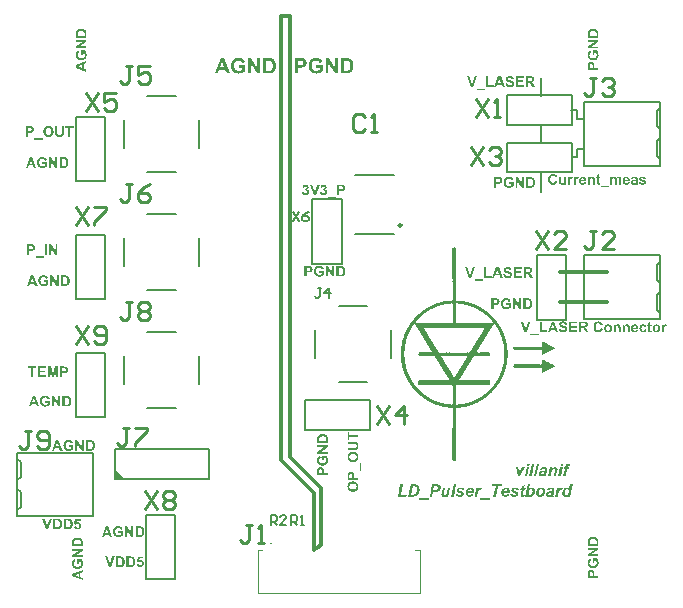
<source format=gto>
G04*
G04 #@! TF.GenerationSoftware,Altium Limited,Altium Designer,25.0.2 (28)*
G04*
G04 Layer_Color=65535*
%FSLAX44Y44*%
%MOMM*%
G71*
G04*
G04 #@! TF.SameCoordinates,03372A04-C462-4CF8-ACA0-C5B6D0AAF50A*
G04*
G04*
G04 #@! TF.FilePolarity,Positive*
G04*
G01*
G75*
%ADD10C,0.1000*%
%ADD11C,0.2500*%
%ADD12C,0.3000*%
%ADD13C,0.2000*%
%ADD14C,0.2540*%
G36*
X90000Y97700D02*
X99000D01*
X90000Y106700D01*
Y97700D01*
D02*
G37*
G36*
X378252Y293610D02*
X379002D01*
Y293422D01*
X379190D01*
Y293234D01*
X379378D01*
Y282351D01*
X379190D01*
Y249327D01*
X379378D01*
Y248951D01*
X379565D01*
Y248764D01*
X381254D01*
Y248576D01*
X385007D01*
Y248389D01*
X385757D01*
Y248201D01*
X386695D01*
Y248013D01*
X387071D01*
Y247826D01*
X388009D01*
Y247638D01*
X389322D01*
Y247450D01*
X389698D01*
Y247263D01*
X390261D01*
Y247075D01*
X390636D01*
Y246887D01*
X391762D01*
Y246700D01*
X392324D01*
Y246512D01*
X392700D01*
Y246325D01*
X393075D01*
Y246137D01*
X393450D01*
Y245949D01*
X394389D01*
Y245762D01*
X394764D01*
Y245574D01*
X395139D01*
Y245386D01*
X395327D01*
Y245199D01*
X395890D01*
Y245011D01*
X396453D01*
Y244823D01*
X396828D01*
Y244636D01*
X397015D01*
Y244448D01*
X397391D01*
Y244261D01*
X398141D01*
Y244073D01*
X398329D01*
Y243885D01*
X398704D01*
Y243698D01*
X399080D01*
Y243510D01*
X399267D01*
Y243322D01*
X399830D01*
Y243135D01*
X400018D01*
Y242947D01*
X400205D01*
Y242759D01*
X400581D01*
Y242572D01*
X400956D01*
Y242384D01*
X401331D01*
Y242197D01*
X401519D01*
Y242009D01*
X401894D01*
Y241821D01*
X402269D01*
Y241634D01*
X402457D01*
Y241446D01*
X402832D01*
Y241071D01*
X403208D01*
Y240883D01*
X403583D01*
Y240695D01*
X403770D01*
Y240508D01*
X404146D01*
Y240320D01*
X404333D01*
Y240133D01*
X404521D01*
Y239945D01*
X404896D01*
Y239757D01*
X405084D01*
Y239570D01*
X405272D01*
Y239382D01*
X405647D01*
Y239194D01*
X405835D01*
Y239007D01*
X406022D01*
Y238819D01*
X406210D01*
Y238631D01*
X406397D01*
Y238444D01*
X406585D01*
Y238256D01*
X406960D01*
Y238068D01*
X407148D01*
Y237881D01*
X407336D01*
Y237693D01*
X407523D01*
Y237505D01*
X407711D01*
Y237318D01*
X407899D01*
Y237130D01*
X408086D01*
Y236943D01*
X408274D01*
Y236755D01*
X408461D01*
Y236567D01*
X408649D01*
Y236380D01*
X409024D01*
Y236005D01*
X409400D01*
Y235817D01*
X409587D01*
Y235629D01*
X409775D01*
Y235254D01*
X409963D01*
Y235066D01*
X410338D01*
Y234879D01*
X410526D01*
Y234691D01*
X410713D01*
Y234316D01*
X410901D01*
Y234128D01*
X411088D01*
Y233940D01*
X411276D01*
Y233753D01*
X411464D01*
Y233565D01*
X411651D01*
Y233377D01*
X411839D01*
Y233190D01*
X412027D01*
Y233002D01*
X412214D01*
Y232627D01*
X412402D01*
Y232439D01*
X412589D01*
Y232252D01*
X412777D01*
Y232064D01*
X412965D01*
Y231876D01*
X413152D01*
Y231501D01*
X413340D01*
Y231313D01*
X413528D01*
Y231126D01*
X413715D01*
Y230938D01*
X413903D01*
Y230563D01*
X414091D01*
Y230188D01*
X414278D01*
Y230000D01*
X414466D01*
Y229812D01*
X414654D01*
Y229437D01*
X414841D01*
Y229249D01*
X415029D01*
Y228874D01*
X415216D01*
Y228687D01*
X415404D01*
Y228499D01*
X415592D01*
Y228124D01*
X415779D01*
Y227748D01*
X415967D01*
Y227561D01*
X416155D01*
Y227373D01*
X416342D01*
Y226810D01*
X416530D01*
Y226623D01*
X416718D01*
Y226247D01*
X416905D01*
Y226060D01*
X417093D01*
Y225684D01*
X417281D01*
Y225309D01*
X417468D01*
Y224934D01*
X417656D01*
Y224559D01*
X417843D01*
Y224371D01*
X418031D01*
Y223995D01*
X418219D01*
Y223433D01*
X418406D01*
Y223057D01*
X418594D01*
Y222682D01*
X418782D01*
Y222494D01*
X418969D01*
Y221744D01*
X419157D01*
Y221369D01*
X419345D01*
Y220993D01*
X419532D01*
Y220618D01*
X419720D01*
Y220243D01*
X419907D01*
Y219305D01*
X420095D01*
Y218929D01*
X420283D01*
Y218554D01*
X420470D01*
Y218366D01*
X420658D01*
Y217616D01*
X420846D01*
Y216490D01*
X421033D01*
Y216115D01*
X421221D01*
Y215739D01*
X421409D01*
Y215177D01*
X421596D01*
Y213863D01*
X421784D01*
Y212925D01*
X421971D01*
Y212550D01*
X422159D01*
Y211987D01*
X422347D01*
Y210486D01*
X422534D01*
Y207859D01*
X422722D01*
Y206921D01*
X422910D01*
Y204293D01*
X423097D01*
Y202229D01*
X422910D01*
Y199790D01*
X422722D01*
Y199040D01*
X422534D01*
Y196225D01*
X422347D01*
Y194724D01*
X422159D01*
Y194349D01*
X421971D01*
Y193786D01*
X421784D01*
Y193223D01*
X421596D01*
Y191534D01*
X421409D01*
Y191159D01*
X421221D01*
Y190784D01*
X421033D01*
Y190221D01*
X420846D01*
Y189282D01*
X420658D01*
Y188344D01*
X420470D01*
Y188157D01*
X420283D01*
Y187781D01*
X420095D01*
Y187406D01*
X419907D01*
Y186468D01*
X419720D01*
Y186092D01*
X419532D01*
Y185905D01*
X419345D01*
Y185530D01*
X419157D01*
Y184967D01*
X418969D01*
Y184404D01*
X418782D01*
Y184029D01*
X418594D01*
Y183841D01*
X418406D01*
Y183466D01*
X418219D01*
Y182903D01*
X418031D01*
Y182527D01*
X417843D01*
Y182340D01*
X417656D01*
Y181964D01*
X417468D01*
Y181777D01*
X417281D01*
Y181026D01*
X417093D01*
Y180839D01*
X416905D01*
Y180651D01*
X416718D01*
Y180276D01*
X416530D01*
Y179900D01*
X416342D01*
Y179525D01*
X416155D01*
Y179338D01*
X415967D01*
Y179150D01*
X415779D01*
Y178587D01*
X415592D01*
Y178212D01*
X415404D01*
Y178024D01*
X415216D01*
Y177836D01*
X415029D01*
Y177649D01*
X414841D01*
Y177274D01*
X414654D01*
Y177086D01*
X414466D01*
Y176898D01*
X414278D01*
Y176711D01*
X414091D01*
Y176335D01*
X413903D01*
Y175960D01*
X413715D01*
Y175772D01*
X413528D01*
Y175585D01*
X413340D01*
Y175210D01*
X413152D01*
Y175022D01*
X412965D01*
Y174834D01*
X412777D01*
Y174459D01*
X412402D01*
Y174084D01*
X412214D01*
Y173708D01*
X412027D01*
Y173521D01*
X411651D01*
Y173333D01*
X411464D01*
Y173146D01*
X411276D01*
Y172770D01*
X410901D01*
Y172583D01*
X410713D01*
Y172207D01*
X410526D01*
Y172020D01*
X410338D01*
Y171832D01*
X410150D01*
Y171644D01*
X409963D01*
Y171457D01*
X409775D01*
Y171269D01*
X409587D01*
Y171081D01*
X409400D01*
Y170894D01*
X409212D01*
Y170706D01*
X408837D01*
Y170331D01*
X408649D01*
Y170143D01*
X408461D01*
Y169956D01*
X408274D01*
Y169768D01*
X408086D01*
Y169580D01*
X407899D01*
Y169393D01*
X407523D01*
Y169205D01*
X407336D01*
Y169018D01*
X407148D01*
Y168830D01*
X406960D01*
Y168642D01*
X406773D01*
Y168454D01*
X406585D01*
Y168267D01*
X406210D01*
Y168079D01*
X406022D01*
Y167892D01*
X405835D01*
Y167704D01*
X405647D01*
Y167516D01*
X405272D01*
Y167329D01*
X405084D01*
Y167141D01*
X404709D01*
Y166766D01*
X404333D01*
Y166578D01*
X403958D01*
Y166390D01*
X403770D01*
Y166203D01*
X403583D01*
Y166015D01*
X403395D01*
Y165828D01*
X403020D01*
Y165640D01*
X402645D01*
Y165452D01*
X402457D01*
Y165265D01*
X402269D01*
Y165077D01*
X401894D01*
Y164889D01*
X401519D01*
Y164702D01*
X401143D01*
Y164514D01*
X400956D01*
Y164326D01*
X400768D01*
Y164139D01*
X400393D01*
Y163951D01*
X400018D01*
Y163764D01*
X399830D01*
Y163576D01*
X399455D01*
Y163388D01*
X399080D01*
Y163201D01*
X398517D01*
Y163013D01*
X398141D01*
Y162825D01*
X397954D01*
Y162638D01*
X397766D01*
Y162450D01*
X397203D01*
Y162262D01*
X396640D01*
Y162075D01*
X396453D01*
Y161887D01*
X396077D01*
Y161700D01*
X395702D01*
Y161512D01*
X394952D01*
Y161324D01*
X394576D01*
Y161137D01*
X394389D01*
Y160949D01*
X393826D01*
Y160761D01*
X393263D01*
Y160574D01*
X392512D01*
Y160386D01*
X392137D01*
Y160198D01*
X391762D01*
Y160011D01*
X391199D01*
Y159823D01*
X389885D01*
Y159635D01*
X389510D01*
Y159448D01*
X389135D01*
Y159260D01*
X388196D01*
Y159073D01*
X387258D01*
Y158885D01*
X385945D01*
Y158697D01*
X385570D01*
Y158510D01*
X384631D01*
Y158322D01*
X383318D01*
Y158134D01*
X382943D01*
Y158322D01*
X382567D01*
Y158134D01*
X379378D01*
Y157947D01*
X379190D01*
Y113476D01*
X379002D01*
Y113289D01*
X377876D01*
Y113101D01*
X377501D01*
Y113289D01*
X376563D01*
Y113476D01*
X376375D01*
Y114039D01*
X376188D01*
Y114790D01*
X376375D01*
Y114978D01*
X376188D01*
Y140872D01*
X376375D01*
Y157947D01*
X376188D01*
Y158134D01*
X372810D01*
Y158322D01*
X371121D01*
Y158510D01*
X370371D01*
Y158697D01*
X369808D01*
Y158885D01*
X368494D01*
Y159073D01*
X367369D01*
Y159260D01*
X366430D01*
Y159448D01*
X366243D01*
Y159635D01*
X365680D01*
Y159823D01*
X364554D01*
Y160011D01*
X363991D01*
Y160198D01*
X363616D01*
Y160386D01*
X363241D01*
Y160574D01*
X362490D01*
Y160761D01*
X361927D01*
Y160949D01*
X361364D01*
Y161137D01*
X361176D01*
Y161324D01*
X360801D01*
Y161512D01*
X360051D01*
Y161700D01*
X359675D01*
Y161887D01*
X359300D01*
Y162075D01*
X359113D01*
Y162262D01*
X358549D01*
Y162450D01*
X357987D01*
Y162638D01*
X357611D01*
Y162825D01*
X357424D01*
Y163013D01*
X357048D01*
Y163201D01*
X356486D01*
Y163388D01*
X356298D01*
Y163576D01*
X355923D01*
Y163764D01*
X355735D01*
Y163951D01*
X355360D01*
Y164139D01*
X354797D01*
Y164326D01*
X354609D01*
Y164514D01*
X354422D01*
Y164702D01*
X354234D01*
Y164889D01*
X353859D01*
Y165077D01*
X353483D01*
Y165265D01*
X353296D01*
Y165452D01*
X352920D01*
Y165640D01*
X352733D01*
Y165828D01*
X352357D01*
Y166015D01*
X351982D01*
Y166203D01*
X351795D01*
Y166390D01*
X351607D01*
Y166578D01*
X351419D01*
Y166766D01*
X351044D01*
Y166953D01*
X350856D01*
Y167141D01*
X350669D01*
Y167329D01*
X350294D01*
Y167516D01*
X350106D01*
Y167704D01*
X349918D01*
Y167892D01*
X349730D01*
Y168079D01*
X349355D01*
Y168267D01*
X349168D01*
Y168454D01*
X348980D01*
Y168642D01*
X348792D01*
Y168830D01*
X348605D01*
Y169018D01*
X348229D01*
Y169205D01*
X348042D01*
Y169393D01*
X347854D01*
Y169580D01*
X347667D01*
Y169768D01*
X347479D01*
Y169956D01*
X347291D01*
Y170143D01*
X346916D01*
Y170331D01*
X346728D01*
Y170706D01*
X346353D01*
Y171081D01*
X345978D01*
Y171457D01*
X345790D01*
Y171644D01*
X345602D01*
Y171832D01*
X345415D01*
Y172020D01*
X345227D01*
Y172207D01*
X345040D01*
Y172395D01*
X344852D01*
Y172583D01*
X344664D01*
Y172770D01*
X344477D01*
Y172958D01*
X344289D01*
Y173146D01*
X344101D01*
Y173333D01*
X343914D01*
Y173521D01*
X343726D01*
Y173708D01*
X343539D01*
Y173896D01*
X343351D01*
Y174271D01*
X343163D01*
Y174459D01*
X342976D01*
Y174646D01*
X342788D01*
Y174834D01*
X342600D01*
Y175022D01*
X342413D01*
Y175397D01*
X342225D01*
Y175772D01*
X342037D01*
Y175960D01*
X341850D01*
Y176148D01*
X341662D01*
Y176335D01*
X341474D01*
Y176711D01*
X341287D01*
Y176898D01*
X341099D01*
Y177274D01*
X340911D01*
Y177461D01*
X340724D01*
Y177649D01*
X340536D01*
Y178212D01*
X340349D01*
Y178399D01*
X340161D01*
Y178587D01*
X339973D01*
Y178775D01*
X339786D01*
Y179338D01*
X339598D01*
Y179525D01*
X339410D01*
Y179713D01*
X339223D01*
Y179900D01*
X339035D01*
Y180276D01*
X338848D01*
Y180839D01*
X338660D01*
Y181026D01*
X338472D01*
Y181402D01*
X338285D01*
Y181589D01*
X338097D01*
Y182152D01*
X337909D01*
Y182527D01*
X337722D01*
Y182715D01*
X337534D01*
Y183090D01*
X337346D01*
Y183466D01*
X337159D01*
Y184216D01*
X336971D01*
Y184404D01*
X336783D01*
Y184592D01*
X336596D01*
Y184967D01*
X336408D01*
Y185530D01*
X336221D01*
Y186280D01*
X336033D01*
Y186468D01*
X335845D01*
Y186843D01*
X335658D01*
Y187218D01*
X335470D01*
Y188157D01*
X335282D01*
Y188720D01*
X335095D01*
Y188907D01*
X334907D01*
Y189470D01*
X334719D01*
Y190408D01*
X334532D01*
Y191159D01*
X334344D01*
Y191534D01*
X334157D01*
Y191909D01*
X333969D01*
Y192660D01*
X333781D01*
Y194349D01*
X333594D01*
Y195099D01*
X333406D01*
Y195287D01*
X333218D01*
Y196037D01*
X333031D01*
Y199603D01*
X332843D01*
Y207108D01*
X333031D01*
Y210486D01*
X333218D01*
Y211424D01*
X333406D01*
Y211799D01*
X333594D01*
Y212550D01*
X333781D01*
Y214051D01*
X333969D01*
Y214989D01*
X334157D01*
Y215364D01*
X334344D01*
Y215739D01*
X334532D01*
Y216302D01*
X334719D01*
Y217428D01*
X334907D01*
Y217991D01*
X335095D01*
Y218179D01*
X335282D01*
Y218554D01*
X335470D01*
Y219305D01*
X335658D01*
Y220055D01*
X335845D01*
Y220243D01*
X336033D01*
Y220618D01*
X336221D01*
Y221181D01*
X336408D01*
Y221744D01*
X336596D01*
Y222119D01*
X336783D01*
Y222307D01*
X336971D01*
Y222682D01*
X337159D01*
Y223245D01*
X337346D01*
Y223620D01*
X337534D01*
Y223995D01*
X337722D01*
Y224371D01*
X337909D01*
Y224746D01*
X338097D01*
Y225121D01*
X338285D01*
Y225497D01*
X338472D01*
Y225684D01*
X338660D01*
Y226060D01*
X338848D01*
Y226435D01*
X339035D01*
Y226810D01*
X339223D01*
Y226998D01*
X339410D01*
Y227373D01*
X339598D01*
Y227561D01*
X339786D01*
Y228124D01*
X339973D01*
Y228311D01*
X340161D01*
Y228499D01*
X340349D01*
Y228874D01*
X340536D01*
Y229062D01*
X340724D01*
Y229437D01*
X340911D01*
Y229625D01*
X341099D01*
Y229812D01*
X341287D01*
Y230000D01*
X341474D01*
Y230375D01*
X341662D01*
Y230563D01*
X341850D01*
Y230938D01*
X342037D01*
Y231126D01*
X342225D01*
Y231313D01*
X342413D01*
Y231689D01*
X342600D01*
Y231876D01*
X342788D01*
Y232064D01*
X342976D01*
Y232252D01*
X343163D01*
Y232627D01*
X343351D01*
Y232815D01*
X343539D01*
Y233002D01*
X343726D01*
Y233190D01*
X343914D01*
Y233377D01*
X344101D01*
Y233753D01*
X344289D01*
Y233940D01*
X344477D01*
Y234128D01*
X344664D01*
Y234316D01*
X344852D01*
Y234503D01*
X345040D01*
Y234691D01*
X345227D01*
Y234879D01*
X345415D01*
Y235066D01*
X345602D01*
Y235254D01*
X345790D01*
Y235441D01*
X345978D01*
Y235629D01*
X346165D01*
Y235817D01*
X346353D01*
Y236005D01*
X346541D01*
Y236192D01*
X346728D01*
Y236380D01*
X346916D01*
Y236567D01*
X347104D01*
Y236755D01*
X347291D01*
Y236943D01*
X347479D01*
Y237130D01*
X347667D01*
Y237318D01*
X348042D01*
Y237505D01*
X348229D01*
Y237693D01*
X348417D01*
Y237881D01*
X348605D01*
Y238068D01*
X348792D01*
Y238256D01*
X348980D01*
Y238444D01*
X349355D01*
Y238631D01*
X349543D01*
Y238819D01*
X349730D01*
Y239007D01*
X349918D01*
Y239194D01*
X350106D01*
Y239382D01*
X350481D01*
Y239570D01*
X350669D01*
Y239757D01*
X350856D01*
Y239945D01*
X351232D01*
Y240133D01*
X351419D01*
Y240320D01*
X351607D01*
Y240508D01*
X351795D01*
Y240695D01*
X352170D01*
Y240883D01*
X352545D01*
Y241071D01*
X352733D01*
Y241258D01*
X352920D01*
Y241446D01*
X353108D01*
Y241634D01*
X353483D01*
Y241821D01*
X353859D01*
Y242009D01*
X354234D01*
Y242197D01*
X354422D01*
Y242384D01*
X354609D01*
Y242572D01*
X354984D01*
Y242759D01*
X355547D01*
Y242947D01*
X355735D01*
Y243135D01*
X355923D01*
Y243322D01*
X356486D01*
Y243510D01*
X356673D01*
Y243698D01*
X357048D01*
Y243885D01*
X357236D01*
Y244073D01*
X357611D01*
Y244261D01*
X358362D01*
Y244448D01*
X358737D01*
Y244636D01*
X358925D01*
Y244823D01*
X359113D01*
Y245011D01*
X359675D01*
Y245199D01*
X360238D01*
Y245386D01*
X360614D01*
Y245574D01*
X360989D01*
Y245762D01*
X361176D01*
Y245949D01*
X362302D01*
Y246137D01*
X362678D01*
Y246325D01*
X363053D01*
Y246512D01*
X363428D01*
Y246700D01*
X363803D01*
Y246887D01*
X364929D01*
Y247075D01*
X365492D01*
Y247263D01*
X365868D01*
Y247450D01*
X366243D01*
Y247638D01*
X367932D01*
Y247826D01*
X368682D01*
Y248013D01*
X369245D01*
Y248201D01*
X369808D01*
Y248389D01*
X370746D01*
Y248576D01*
X374124D01*
Y248764D01*
X375812D01*
Y248951D01*
X376188D01*
Y249327D01*
X376375D01*
Y264713D01*
X376188D01*
Y265089D01*
X376375D01*
Y266965D01*
X376188D01*
Y293234D01*
X376375D01*
Y293422D01*
X376563D01*
Y293610D01*
X377876D01*
Y293797D01*
X378252D01*
Y293610D01*
D02*
G37*
G36*
X447754Y207037D02*
X428427D01*
Y207224D01*
X428240D01*
Y207412D01*
X428052D01*
Y208162D01*
X427864D01*
Y209101D01*
X428052D01*
Y209476D01*
X428240D01*
Y209664D01*
X428615D01*
Y209851D01*
X451882D01*
Y210227D01*
X452070D01*
Y210789D01*
X451882D01*
Y213416D01*
X452070D01*
Y213792D01*
X452257D01*
Y213979D01*
X453195D01*
Y213792D01*
X453383D01*
Y213604D01*
X453758D01*
Y213416D01*
X454321D01*
Y213229D01*
X454697D01*
Y213041D01*
X454884D01*
Y212854D01*
X455072D01*
Y212666D01*
X455447D01*
Y212478D01*
X456010D01*
Y212291D01*
X456385D01*
Y212103D01*
X456573D01*
Y211915D01*
X456948D01*
Y211728D01*
X457511D01*
Y211540D01*
X458074D01*
Y211352D01*
X458262D01*
Y211165D01*
X458449D01*
Y210977D01*
X458825D01*
Y210789D01*
X459200D01*
Y210602D01*
X459763D01*
Y210414D01*
X459950D01*
Y210227D01*
X460326D01*
Y210039D01*
X460889D01*
Y209851D01*
X461264D01*
Y209664D01*
X461639D01*
Y209476D01*
X461827D01*
Y209288D01*
X462202D01*
Y209101D01*
X462577D01*
Y208913D01*
X462953D01*
Y208538D01*
X463140D01*
Y208162D01*
X462953D01*
Y207975D01*
X462577D01*
Y207787D01*
X462202D01*
Y207600D01*
X461827D01*
Y207412D01*
X461639D01*
Y207224D01*
X461452D01*
Y207037D01*
X460701D01*
Y206849D01*
X460513D01*
Y206661D01*
X460138D01*
Y206474D01*
X459950D01*
Y206286D01*
X459575D01*
Y206098D01*
X458825D01*
Y205911D01*
X458637D01*
Y205723D01*
X458262D01*
Y205536D01*
X458074D01*
Y205348D01*
X457511D01*
Y205160D01*
X457136D01*
Y204973D01*
X456761D01*
Y204785D01*
X456385D01*
Y204597D01*
X456198D01*
Y204410D01*
X455447D01*
Y204222D01*
X455260D01*
Y204035D01*
X454884D01*
Y203847D01*
X454697D01*
Y203659D01*
X454134D01*
Y203472D01*
X453571D01*
Y203284D01*
X453383D01*
Y203096D01*
X453195D01*
Y202909D01*
X452820D01*
Y202721D01*
X452633D01*
Y202909D01*
X452257D01*
Y203096D01*
X452070D01*
Y203472D01*
X451882D01*
Y203847D01*
X452070D01*
Y204035D01*
X451882D01*
Y204785D01*
X452070D01*
Y204973D01*
X451882D01*
Y205348D01*
X452070D01*
Y205723D01*
X451882D01*
Y205911D01*
X452070D01*
Y206474D01*
X451882D01*
Y206849D01*
X451694D01*
Y207037D01*
X447942D01*
X447754D01*
D02*
G37*
G36*
X447942Y194653D02*
X450006D01*
Y194465D01*
X451131D01*
Y194653D01*
X451882D01*
Y195028D01*
X452070D01*
Y196341D01*
X451882D01*
Y198030D01*
X452070D01*
Y198405D01*
X452257D01*
Y198593D01*
X452445D01*
Y198781D01*
X453008D01*
Y198593D01*
X453195D01*
Y198405D01*
X453571D01*
Y198218D01*
X453946D01*
Y198030D01*
X454321D01*
Y197842D01*
X454884D01*
Y197655D01*
X455072D01*
Y197467D01*
X455447D01*
Y197279D01*
X455822D01*
Y197092D01*
X456198D01*
Y196904D01*
X456573D01*
Y196716D01*
X456948D01*
Y196529D01*
X457324D01*
Y196341D01*
X457699D01*
Y196154D01*
X458262D01*
Y195966D01*
X458449D01*
Y195778D01*
X458825D01*
Y195591D01*
X459200D01*
Y195403D01*
X459575D01*
Y195215D01*
X459950D01*
Y195028D01*
X460138D01*
Y194840D01*
X460701D01*
Y194653D01*
X461076D01*
Y194465D01*
X461452D01*
Y194277D01*
X461827D01*
Y194090D01*
X462015D01*
Y193902D01*
X462577D01*
Y193714D01*
X462953D01*
Y193339D01*
X463140D01*
Y192964D01*
X462953D01*
Y192776D01*
X462765D01*
Y192589D01*
X462202D01*
Y192401D01*
X462015D01*
Y192213D01*
X461639D01*
Y192026D01*
X461452D01*
Y191838D01*
X461076D01*
Y191650D01*
X460326D01*
Y191463D01*
X460138D01*
Y191275D01*
X459950D01*
Y191087D01*
X459575D01*
Y190900D01*
X459012D01*
Y190712D01*
X458637D01*
Y190525D01*
X458449D01*
Y190337D01*
X458074D01*
Y190149D01*
X457887D01*
Y189962D01*
X457136D01*
Y189774D01*
X456948D01*
Y189586D01*
X456573D01*
Y189399D01*
X456198D01*
Y189211D01*
X455822D01*
Y189023D01*
X455260D01*
Y188836D01*
X455072D01*
Y188648D01*
X454697D01*
Y188461D01*
X454509D01*
Y188273D01*
X453758D01*
Y188085D01*
X453571D01*
Y187897D01*
X453383D01*
Y187710D01*
X453008D01*
Y187522D01*
X452445D01*
Y187710D01*
X452070D01*
Y187897D01*
X451882D01*
Y191650D01*
X428802D01*
Y191838D01*
X428427D01*
Y192026D01*
X428240D01*
Y192213D01*
X428052D01*
Y192589D01*
X427864D01*
Y193714D01*
X428052D01*
Y194090D01*
X428240D01*
Y194465D01*
X428615D01*
Y194653D01*
X447754D01*
X447942D01*
D02*
G37*
G36*
X495731Y478690D02*
X495837D01*
X495964Y478681D01*
X496099Y478661D01*
X496400Y478632D01*
X496720Y478583D01*
X497041Y478516D01*
X497351Y478419D01*
X497361D01*
X497390Y478399D01*
X497448Y478380D01*
X497516Y478360D01*
X497594Y478322D01*
X497691Y478283D01*
X497797Y478234D01*
X497914Y478176D01*
X498166Y478040D01*
X498428Y477875D01*
X498690Y477681D01*
X498933Y477458D01*
X498942Y477448D01*
X498952Y477439D01*
X498981Y477410D01*
X499010Y477371D01*
X499049Y477322D01*
X499098Y477274D01*
X499146Y477206D01*
X499195Y477128D01*
X499311Y476944D01*
X499427Y476730D01*
X499544Y476478D01*
X499651Y476197D01*
Y476187D01*
X499660Y476168D01*
X499670Y476138D01*
X499680Y476090D01*
X499689Y476032D01*
X499709Y475954D01*
X499728Y475867D01*
X499738Y475770D01*
X499757Y475663D01*
X499777Y475547D01*
X499796Y475411D01*
X499806Y475265D01*
X499816Y475120D01*
X499825Y474955D01*
X499835Y474780D01*
Y471200D01*
X490879D01*
Y474683D01*
X490889Y474780D01*
Y475003D01*
X490899Y475129D01*
X490918Y475401D01*
X490957Y475682D01*
X490996Y475954D01*
X491025Y476080D01*
X491054Y476197D01*
Y476206D01*
X491064Y476236D01*
X491083Y476274D01*
X491102Y476333D01*
X491122Y476400D01*
X491161Y476478D01*
X491248Y476662D01*
X491355Y476876D01*
X491500Y477099D01*
X491675Y477322D01*
X491879Y477545D01*
X491888Y477555D01*
X491908Y477575D01*
X491937Y477604D01*
X491985Y477642D01*
X492044Y477681D01*
X492112Y477739D01*
X492189Y477798D01*
X492286Y477865D01*
X492383Y477934D01*
X492490Y478001D01*
X492742Y478147D01*
X493024Y478283D01*
X493334Y478399D01*
X493344D01*
X493373Y478409D01*
X493421Y478428D01*
X493489Y478448D01*
X493567Y478467D01*
X493674Y478496D01*
X493790Y478525D01*
X493916Y478554D01*
X494062Y478574D01*
X494227Y478603D01*
X494401Y478632D01*
X494586Y478652D01*
X494790Y478671D01*
X494993Y478690D01*
X495216Y478700D01*
X495449D01*
X495459D01*
X495498D01*
X495556D01*
X495634D01*
X495731Y478690D01*
D02*
G37*
G36*
X499835Y467483D02*
X493955Y463855D01*
X499835D01*
Y462186D01*
X490879D01*
Y463932D01*
X496895Y467619D01*
X490879D01*
Y469288D01*
X499835D01*
Y467483D01*
D02*
G37*
G36*
X498632Y460488D02*
X498642Y460468D01*
X498671Y460439D01*
X498709Y460391D01*
X498758Y460333D01*
X498816Y460265D01*
X498874Y460177D01*
X498942Y460080D01*
X499020Y459964D01*
X499098Y459847D01*
X499175Y459712D01*
X499253Y459556D01*
X499340Y459401D01*
X499418Y459226D01*
X499505Y459042D01*
X499583Y458848D01*
Y458838D01*
X499602Y458800D01*
X499622Y458741D01*
X499651Y458664D01*
X499680Y458567D01*
X499719Y458450D01*
X499748Y458314D01*
X499786Y458169D01*
X499825Y458014D01*
X499864Y457839D01*
X499903Y457664D01*
X499932Y457470D01*
X499981Y457072D01*
X499990Y456869D01*
X500000Y456665D01*
Y456529D01*
X499990Y456432D01*
X499981Y456306D01*
X499971Y456160D01*
X499951Y456005D01*
X499922Y455830D01*
X499893Y455646D01*
X499854Y455452D01*
X499806Y455248D01*
X499757Y455035D01*
X499689Y454821D01*
X499612Y454618D01*
X499524Y454414D01*
X499418Y454210D01*
X499408Y454200D01*
X499389Y454162D01*
X499360Y454113D01*
X499311Y454035D01*
X499243Y453958D01*
X499175Y453851D01*
X499088Y453744D01*
X498981Y453628D01*
X498874Y453502D01*
X498748Y453376D01*
X498603Y453240D01*
X498457Y453114D01*
X498292Y452988D01*
X498118Y452861D01*
X497933Y452755D01*
X497729Y452648D01*
X497720Y452638D01*
X497681Y452629D01*
X497623Y452599D01*
X497535Y452570D01*
X497438Y452532D01*
X497312Y452483D01*
X497176Y452435D01*
X497021Y452386D01*
X496847Y452337D01*
X496662Y452289D01*
X496468Y452250D01*
X496264Y452202D01*
X496041Y452173D01*
X495818Y452143D01*
X495585Y452134D01*
X495343Y452124D01*
X495323D01*
X495284D01*
X495207D01*
X495110Y452134D01*
X494984Y452143D01*
X494838Y452153D01*
X494683Y452173D01*
X494508Y452202D01*
X494324Y452231D01*
X494120Y452270D01*
X493916Y452318D01*
X493703Y452367D01*
X493489Y452435D01*
X493276Y452512D01*
X493062Y452599D01*
X492859Y452706D01*
X492849Y452716D01*
X492810Y452735D01*
X492752Y452764D01*
X492674Y452813D01*
X492587Y452881D01*
X492480Y452949D01*
X492364Y453036D01*
X492238Y453143D01*
X492102Y453250D01*
X491966Y453385D01*
X491830Y453521D01*
X491685Y453676D01*
X491549Y453841D01*
X491423Y454026D01*
X491297Y454220D01*
X491180Y454424D01*
X491170Y454433D01*
X491161Y454462D01*
X491141Y454511D01*
X491112Y454579D01*
X491073Y454666D01*
X491035Y454763D01*
X490996Y454880D01*
X490957Y455015D01*
X490918Y455161D01*
X490879Y455326D01*
X490840Y455501D01*
X490802Y455695D01*
X490773Y455898D01*
X490753Y456112D01*
X490734Y456335D01*
Y456733D01*
X490743Y456840D01*
X490753Y456985D01*
X490773Y457150D01*
X490792Y457325D01*
X490821Y457519D01*
X490860Y457723D01*
X490908Y457936D01*
X490957Y458149D01*
X491025Y458373D01*
X491112Y458586D01*
X491199Y458790D01*
X491306Y458984D01*
X491432Y459168D01*
X491442Y459178D01*
X491461Y459207D01*
X491500Y459256D01*
X491558Y459324D01*
X491636Y459391D01*
X491714Y459479D01*
X491820Y459576D01*
X491937Y459673D01*
X492063Y459780D01*
X492209Y459877D01*
X492374Y459983D01*
X492538Y460080D01*
X492723Y460168D01*
X492927Y460255D01*
X493140Y460323D01*
X493363Y460381D01*
X493703Y458586D01*
X493693D01*
X493674Y458576D01*
X493635Y458567D01*
X493596Y458547D01*
X493538Y458528D01*
X493470Y458499D01*
X493324Y458421D01*
X493159Y458324D01*
X492985Y458198D01*
X492820Y458052D01*
X492665Y457868D01*
Y457858D01*
X492645Y457849D01*
X492626Y457820D01*
X492606Y457771D01*
X492577Y457723D01*
X492538Y457664D01*
X492509Y457587D01*
X492471Y457509D01*
X492403Y457325D01*
X492335Y457102D01*
X492296Y456849D01*
X492276Y456568D01*
Y456451D01*
X492286Y456374D01*
X492296Y456277D01*
X492315Y456160D01*
X492344Y456025D01*
X492374Y455889D01*
X492412Y455743D01*
X492461Y455588D01*
X492519Y455433D01*
X492597Y455277D01*
X492684Y455122D01*
X492781Y454967D01*
X492897Y454821D01*
X493033Y454686D01*
X493043Y454676D01*
X493072Y454656D01*
X493111Y454618D01*
X493179Y454579D01*
X493256Y454521D01*
X493354Y454462D01*
X493460Y454404D01*
X493596Y454336D01*
X493742Y454268D01*
X493907Y454210D01*
X494091Y454152D01*
X494295Y454094D01*
X494508Y454055D01*
X494741Y454016D01*
X494993Y453997D01*
X495265Y453987D01*
X495284D01*
X495333D01*
X495420Y453997D01*
X495527D01*
X495663Y454006D01*
X495808Y454026D01*
X495983Y454045D01*
X496167Y454074D01*
X496352Y454113D01*
X496555Y454162D01*
X496749Y454220D01*
X496953Y454288D01*
X497147Y454365D01*
X497332Y454462D01*
X497506Y454569D01*
X497662Y454695D01*
X497671Y454705D01*
X497691Y454724D01*
X497739Y454773D01*
X497788Y454821D01*
X497846Y454899D01*
X497914Y454977D01*
X497982Y455083D01*
X498059Y455190D01*
X498137Y455316D01*
X498205Y455462D01*
X498273Y455607D01*
X498331Y455772D01*
X498380Y455957D01*
X498418Y456141D01*
X498447Y456335D01*
X498457Y456549D01*
Y456646D01*
X498447Y456694D01*
Y456762D01*
X498428Y456908D01*
X498399Y457082D01*
X498360Y457267D01*
X498312Y457470D01*
X498234Y457684D01*
Y457693D01*
X498224Y457713D01*
X498215Y457742D01*
X498195Y457781D01*
X498147Y457887D01*
X498079Y458023D01*
X498001Y458179D01*
X497914Y458344D01*
X497817Y458508D01*
X497700Y458673D01*
X496555D01*
Y456607D01*
X495042D01*
Y460498D01*
X498622D01*
X498632Y460488D01*
D02*
G37*
G36*
X493848Y450940D02*
X493936Y450931D01*
X494023Y450921D01*
X494130Y450911D01*
X494343Y450872D01*
X494576Y450824D01*
X494809Y450746D01*
X495032Y450649D01*
X495042D01*
X495051Y450639D01*
X495081Y450620D01*
X495119Y450591D01*
X495226Y450533D01*
X495352Y450445D01*
X495488Y450329D01*
X495634Y450203D01*
X495779Y450048D01*
X495915Y449883D01*
Y449873D01*
X495925Y449863D01*
X495964Y449805D01*
X496022Y449718D01*
X496090Y449592D01*
X496158Y449456D01*
X496226Y449300D01*
X496284Y449126D01*
X496332Y448951D01*
Y448941D01*
X496342Y448922D01*
Y448883D01*
X496352Y448835D01*
X496361Y448767D01*
X496371Y448680D01*
X496381Y448582D01*
X496390Y448476D01*
X496410Y448350D01*
X496420Y448204D01*
X496429Y448049D01*
X496439Y447884D01*
X496449Y447700D01*
Y447505D01*
X496458Y447292D01*
Y445895D01*
X499835D01*
Y444090D01*
X490879D01*
Y447389D01*
X490889Y447544D01*
Y447700D01*
X490899Y447874D01*
X490908Y448243D01*
X490928Y448418D01*
X490938Y448592D01*
X490947Y448757D01*
X490967Y448903D01*
X490996Y449029D01*
X491015Y449136D01*
Y449145D01*
X491025Y449174D01*
X491035Y449213D01*
X491054Y449262D01*
X491083Y449330D01*
X491112Y449407D01*
X491199Y449582D01*
X491316Y449786D01*
X491471Y449999D01*
X491568Y450116D01*
X491665Y450222D01*
X491772Y450329D01*
X491898Y450426D01*
X491908Y450436D01*
X491927Y450445D01*
X491966Y450475D01*
X492015Y450504D01*
X492082Y450552D01*
X492170Y450591D01*
X492257Y450639D01*
X492364Y450688D01*
X492490Y450737D01*
X492616Y450785D01*
X492762Y450834D01*
X492917Y450872D01*
X493082Y450901D01*
X493256Y450931D01*
X493451Y450940D01*
X493645Y450950D01*
X493654D01*
X493683D01*
X493722D01*
X493780D01*
X493848Y450940D01*
D02*
G37*
G36*
X474499Y110589D02*
X474599Y110578D01*
X474710D01*
X474843Y110556D01*
X474987Y110545D01*
X475132Y110523D01*
X475465Y110456D01*
X475820Y110378D01*
X476197Y110267D01*
X475809Y108835D01*
X475798D01*
X475776Y108847D01*
X475742Y108858D01*
X475687Y108880D01*
X475631Y108891D01*
X475554Y108913D01*
X475387Y108969D01*
X475210Y109013D01*
X475010Y109046D01*
X474810Y109080D01*
X474632Y109091D01*
X474577D01*
X474510Y109080D01*
X474444Y109068D01*
X474355Y109035D01*
X474277Y109002D01*
X474188Y108946D01*
X474122Y108869D01*
Y108858D01*
X474100Y108835D01*
X474077Y108791D01*
X474055Y108724D01*
X474022Y108624D01*
X473977Y108491D01*
X473933Y108325D01*
X473889Y108125D01*
X473778Y107614D01*
X475221D01*
X474910Y106149D01*
X473467D01*
X472224Y100189D01*
X470237D01*
X471480Y106149D01*
X470359D01*
X470670Y107614D01*
X471780D01*
X471946Y108369D01*
Y108380D01*
X471957Y108414D01*
X471968Y108458D01*
X471979Y108525D01*
X471991Y108591D01*
X472013Y108680D01*
X472068Y108880D01*
X472124Y109091D01*
X472179Y109291D01*
X472246Y109479D01*
X472279Y109557D01*
X472312Y109623D01*
X472323Y109646D01*
X472357Y109701D01*
X472412Y109779D01*
X472490Y109879D01*
X472590Y109990D01*
X472701Y110112D01*
X472845Y110223D01*
X473012Y110334D01*
X473023D01*
X473034Y110345D01*
X473101Y110378D01*
X473200Y110423D01*
X473345Y110467D01*
X473522Y110512D01*
X473733Y110556D01*
X473977Y110589D01*
X474255Y110600D01*
X474410D01*
X474499Y110589D01*
D02*
G37*
G36*
X469826Y108624D02*
X467828D01*
X468205Y110434D01*
X470204D01*
X469826Y108624D01*
D02*
G37*
G36*
X441211D02*
X439213D01*
X439590Y110434D01*
X441588D01*
X441211Y108624D01*
D02*
G37*
G36*
X463422Y107770D02*
X463499D01*
X463588Y107759D01*
X463799Y107714D01*
X464021Y107648D01*
X464265Y107559D01*
X464509Y107426D01*
X464620Y107337D01*
X464720Y107248D01*
X464731Y107237D01*
X464742Y107226D01*
X464765Y107193D01*
X464809Y107148D01*
X464842Y107104D01*
X464887Y107037D01*
X464986Y106882D01*
X465086Y106682D01*
X465175Y106438D01*
X465231Y106172D01*
X465242Y106016D01*
X465253Y105861D01*
Y105838D01*
Y105783D01*
X465242Y105739D01*
Y105672D01*
X465231Y105605D01*
X465220Y105528D01*
X465209Y105428D01*
X465186Y105317D01*
X465164Y105206D01*
X465142Y105062D01*
X465120Y104917D01*
X465086Y104751D01*
X465053Y104573D01*
X465009Y104373D01*
X464099Y100189D01*
X462112D01*
X463022Y104384D01*
Y104396D01*
X463033Y104429D01*
X463044Y104473D01*
X463055Y104540D01*
X463066Y104606D01*
X463088Y104695D01*
X463122Y104884D01*
X463155Y105073D01*
X463188Y105261D01*
X463200Y105339D01*
X463211Y105417D01*
X463222Y105472D01*
Y105517D01*
Y105539D01*
Y105583D01*
X463211Y105650D01*
X463188Y105739D01*
X463166Y105838D01*
X463122Y105938D01*
X463066Y106038D01*
X462989Y106127D01*
X462977Y106138D01*
X462944Y106160D01*
X462900Y106194D01*
X462822Y106238D01*
X462733Y106283D01*
X462633Y106316D01*
X462500Y106338D01*
X462356Y106349D01*
X462278D01*
X462178Y106327D01*
X462056Y106305D01*
X461912Y106260D01*
X461745Y106194D01*
X461557Y106094D01*
X461357Y105972D01*
X461346D01*
X461335Y105961D01*
X461268Y105905D01*
X461168Y105827D01*
X461046Y105716D01*
X460913Y105572D01*
X460769Y105406D01*
X460624Y105217D01*
X460502Y104995D01*
X460491Y104973D01*
X460480Y104951D01*
X460458Y104906D01*
X460436Y104851D01*
X460413Y104784D01*
X460380Y104706D01*
X460347Y104618D01*
X460313Y104507D01*
X460269Y104373D01*
X460225Y104229D01*
X460180Y104074D01*
X460136Y103885D01*
X460092Y103685D01*
X460036Y103474D01*
X459981Y103230D01*
X459348Y100189D01*
X457361D01*
X458904Y107614D01*
X460813D01*
X460624Y106638D01*
X460635Y106649D01*
X460658Y106660D01*
X460691Y106693D01*
X460746Y106738D01*
X460813Y106793D01*
X460880Y106849D01*
X461057Y106982D01*
X461257Y107115D01*
X461490Y107270D01*
X461723Y107404D01*
X461956Y107515D01*
X461967D01*
X461990Y107526D01*
X462023Y107537D01*
X462067Y107559D01*
X462123Y107581D01*
X462189Y107603D01*
X462356Y107648D01*
X462545Y107692D01*
X462767Y107737D01*
X463011Y107770D01*
X463266Y107781D01*
X463355D01*
X463422Y107770D01*
D02*
G37*
G36*
X433208Y100189D02*
X431476D01*
X430000Y107614D01*
X431965D01*
X432475Y104362D01*
Y104351D01*
X432486Y104307D01*
X432497Y104240D01*
X432509Y104151D01*
X432531Y104051D01*
X432553Y103929D01*
X432575Y103796D01*
X432597Y103652D01*
X432642Y103363D01*
X432686Y103075D01*
X432697Y102953D01*
X432719Y102830D01*
X432730Y102719D01*
X432742Y102631D01*
Y102642D01*
X432764Y102664D01*
X432786Y102708D01*
X432830Y102775D01*
X432886Y102897D01*
X432930Y102964D01*
X432975Y103052D01*
X433030Y103141D01*
X433086Y103252D01*
X433152Y103374D01*
X433230Y103519D01*
Y103530D01*
X433252Y103552D01*
X433274Y103596D01*
X433297Y103641D01*
X433374Y103774D01*
X433463Y103929D01*
X433552Y104096D01*
X433641Y104251D01*
X433707Y104373D01*
X433741Y104429D01*
X433763Y104462D01*
X435605Y107614D01*
X437770D01*
X433208Y100189D01*
D02*
G37*
G36*
X468061D02*
X466074D01*
X467617Y107614D01*
X469615D01*
X468061Y100189D01*
D02*
G37*
G36*
X453865Y107770D02*
X453987Y107759D01*
X454120Y107748D01*
X454275Y107737D01*
X454431Y107714D01*
X454775Y107637D01*
X455130Y107537D01*
X455296Y107470D01*
X455463Y107393D01*
X455618Y107304D01*
X455751Y107204D01*
X455763Y107193D01*
X455785Y107182D01*
X455818Y107148D01*
X455863Y107104D01*
X455907Y107048D01*
X455974Y106982D01*
X456096Y106815D01*
X456218Y106604D01*
X456329Y106371D01*
X456373Y106238D01*
X456406Y106094D01*
X456429Y105949D01*
X456440Y105794D01*
Y105783D01*
Y105739D01*
Y105672D01*
X456429Y105583D01*
Y105472D01*
X456418Y105350D01*
X456373Y105084D01*
Y105062D01*
X456362Y105039D01*
Y104995D01*
X456351Y104951D01*
X456340Y104884D01*
X456318Y104795D01*
X456306Y104695D01*
X456273Y104573D01*
X456251Y104429D01*
X456218Y104273D01*
X456173Y104085D01*
X456129Y103874D01*
X456085Y103641D01*
X456029Y103385D01*
X455962Y103097D01*
Y103086D01*
X455951Y103041D01*
X455940Y102975D01*
X455918Y102886D01*
X455896Y102775D01*
X455874Y102653D01*
X455840Y102509D01*
X455818Y102364D01*
X455763Y102065D01*
X455718Y101754D01*
X455696Y101609D01*
X455685Y101476D01*
X455674Y101354D01*
Y101243D01*
Y101221D01*
Y101166D01*
X455685Y101066D01*
X455696Y100932D01*
X455707Y100777D01*
X455740Y100599D01*
X455774Y100400D01*
X455829Y100189D01*
X453887D01*
Y100211D01*
X453865Y100255D01*
X453842Y100333D01*
X453820Y100444D01*
X453798Y100566D01*
X453776Y100710D01*
X453754Y100866D01*
X453742Y101021D01*
X453720Y100999D01*
X453665Y100943D01*
X453576Y100855D01*
X453454Y100744D01*
X453298Y100622D01*
X453121Y100499D01*
X452932Y100377D01*
X452721Y100266D01*
X452710D01*
X452699Y100255D01*
X452666Y100244D01*
X452621Y100222D01*
X452510Y100178D01*
X452366Y100133D01*
X452188Y100089D01*
X451989Y100044D01*
X451778Y100011D01*
X451567Y100000D01*
X451478D01*
X451412Y100011D01*
X451334Y100022D01*
X451245Y100033D01*
X451034Y100078D01*
X450790Y100144D01*
X450535Y100255D01*
X450412Y100322D01*
X450279Y100400D01*
X450157Y100499D01*
X450046Y100599D01*
X450035Y100611D01*
X450024Y100633D01*
X449991Y100666D01*
X449957Y100710D01*
X449913Y100766D01*
X449857Y100844D01*
X449802Y100932D01*
X449747Y101021D01*
X449636Y101243D01*
X449536Y101510D01*
X449469Y101820D01*
X449458Y101976D01*
X449447Y102153D01*
Y102164D01*
Y102198D01*
Y102253D01*
X449458Y102331D01*
X449469Y102420D01*
X449480Y102520D01*
X449502Y102642D01*
X449524Y102764D01*
X449602Y103041D01*
X449658Y103174D01*
X449724Y103319D01*
X449802Y103463D01*
X449891Y103596D01*
X449991Y103729D01*
X450102Y103852D01*
X450113Y103863D01*
X450135Y103885D01*
X450179Y103907D01*
X450235Y103952D01*
X450313Y104007D01*
X450401Y104062D01*
X450512Y104129D01*
X450646Y104196D01*
X450801Y104262D01*
X450967Y104329D01*
X451167Y104384D01*
X451378Y104451D01*
X451622Y104507D01*
X451878Y104562D01*
X452155Y104595D01*
X452466Y104629D01*
X452533D01*
X452599Y104640D01*
X452699Y104651D01*
X452810Y104662D01*
X452943Y104673D01*
X453088Y104684D01*
X453243Y104706D01*
X453565Y104751D01*
X453876Y104795D01*
X454020Y104828D01*
X454153Y104851D01*
X454275Y104884D01*
X454375Y104917D01*
X454386Y104939D01*
X454397Y104984D01*
X454420Y105062D01*
X454442Y105150D01*
X454464Y105261D01*
X454486Y105372D01*
X454508Y105483D01*
Y105583D01*
Y105594D01*
Y105639D01*
X454497Y105694D01*
X454475Y105772D01*
X454442Y105861D01*
X454397Y105949D01*
X454331Y106038D01*
X454242Y106127D01*
X454231Y106138D01*
X454198Y106160D01*
X454131Y106194D01*
X454053Y106238D01*
X453942Y106283D01*
X453809Y106316D01*
X453654Y106338D01*
X453476Y106349D01*
X453387D01*
X453287Y106338D01*
X453165Y106327D01*
X453032Y106294D01*
X452888Y106260D01*
X452743Y106205D01*
X452621Y106127D01*
X452610Y106116D01*
X452577Y106083D01*
X452522Y106038D01*
X452455Y105972D01*
X452377Y105883D01*
X452311Y105772D01*
X452255Y105650D01*
X452200Y105517D01*
X450246Y105672D01*
Y105683D01*
X450257Y105716D01*
X450279Y105772D01*
X450313Y105838D01*
X450346Y105916D01*
X450390Y106016D01*
X450512Y106238D01*
X450679Y106482D01*
X450879Y106738D01*
X450990Y106871D01*
X451123Y106993D01*
X451256Y107104D01*
X451412Y107215D01*
X451423Y107226D01*
X451445Y107237D01*
X451500Y107270D01*
X451567Y107304D01*
X451645Y107348D01*
X451744Y107393D01*
X451867Y107448D01*
X452000Y107503D01*
X452155Y107548D01*
X452322Y107603D01*
X452499Y107648D01*
X452699Y107692D01*
X452910Y107725D01*
X453143Y107759D01*
X453376Y107770D01*
X453632Y107781D01*
X453765D01*
X453865Y107770D01*
D02*
G37*
G36*
X447371Y100189D02*
X445384D01*
X447515Y110434D01*
X449513D01*
X447371Y100189D01*
D02*
G37*
G36*
X443397D02*
X441411D01*
X443542Y110434D01*
X445540D01*
X443397Y100189D01*
D02*
G37*
G36*
X439446D02*
X437459D01*
X439002Y107614D01*
X441000D01*
X439446Y100189D01*
D02*
G37*
G36*
X475918Y82830D02*
X474031D01*
X474198Y83618D01*
X474186Y83607D01*
X474175Y83596D01*
X474142Y83574D01*
X474098Y83530D01*
X473998Y83441D01*
X473853Y83330D01*
X473687Y83208D01*
X473509Y83086D01*
X473310Y82964D01*
X473110Y82864D01*
X473099D01*
X473088Y82853D01*
X473054Y82842D01*
X473021Y82830D01*
X472910Y82797D01*
X472766Y82753D01*
X472588Y82708D01*
X472388Y82675D01*
X472166Y82653D01*
X471922Y82642D01*
X471811D01*
X471733Y82653D01*
X471633Y82664D01*
X471522Y82686D01*
X471400Y82708D01*
X471256Y82742D01*
X471112Y82775D01*
X470967Y82830D01*
X470812Y82897D01*
X470657Y82975D01*
X470501Y83063D01*
X470346Y83163D01*
X470202Y83286D01*
X470057Y83419D01*
X470046Y83430D01*
X470024Y83452D01*
X469991Y83496D01*
X469946Y83563D01*
X469891Y83652D01*
X469835Y83752D01*
X469769Y83874D01*
X469702Y84007D01*
X469636Y84162D01*
X469569Y84340D01*
X469513Y84529D01*
X469458Y84740D01*
X469413Y84962D01*
X469380Y85206D01*
X469358Y85472D01*
X469347Y85750D01*
Y85772D01*
Y85827D01*
X469358Y85927D01*
Y86049D01*
X469380Y86205D01*
X469402Y86393D01*
X469436Y86593D01*
X469469Y86826D01*
X469524Y87071D01*
X469591Y87326D01*
X469680Y87592D01*
X469769Y87870D01*
X469891Y88147D01*
X470024Y88425D01*
X470179Y88702D01*
X470357Y88980D01*
X470368Y88991D01*
X470401Y89046D01*
X470468Y89113D01*
X470546Y89202D01*
X470646Y89313D01*
X470768Y89435D01*
X470912Y89568D01*
X471078Y89701D01*
X471256Y89834D01*
X471467Y89968D01*
X471689Y90090D01*
X471922Y90201D01*
X472188Y90289D01*
X472455Y90356D01*
X472743Y90412D01*
X473054Y90423D01*
X473121D01*
X473199Y90412D01*
X473310Y90400D01*
X473432Y90389D01*
X473576Y90356D01*
X473731Y90323D01*
X473909Y90278D01*
X474086Y90212D01*
X474275Y90134D01*
X474464Y90034D01*
X474653Y89923D01*
X474841Y89790D01*
X475019Y89623D01*
X475185Y89446D01*
X475330Y89235D01*
X476162Y93076D01*
X478160D01*
X475918Y82830D01*
D02*
G37*
G36*
X468947Y90412D02*
X469058Y90400D01*
X469203Y90367D01*
X469358Y90334D01*
X469536Y90278D01*
X469713Y90201D01*
X468947Y88558D01*
X468936D01*
X468903Y88569D01*
X468847Y88591D01*
X468770Y88613D01*
X468681Y88624D01*
X468581Y88647D01*
X468359Y88658D01*
X468337D01*
X468270Y88647D01*
X468170Y88636D01*
X468037Y88613D01*
X467871Y88558D01*
X467693Y88491D01*
X467504Y88391D01*
X467304Y88258D01*
X467293D01*
X467282Y88236D01*
X467216Y88192D01*
X467116Y88103D01*
X467005Y87981D01*
X466861Y87837D01*
X466727Y87659D01*
X466583Y87448D01*
X466461Y87215D01*
Y87204D01*
X466450Y87182D01*
X466428Y87148D01*
X466405Y87093D01*
X466383Y87026D01*
X466350Y86937D01*
X466317Y86838D01*
X466272Y86715D01*
X466228Y86582D01*
X466183Y86427D01*
X466139Y86260D01*
X466083Y86072D01*
X466039Y85872D01*
X465984Y85650D01*
X465928Y85406D01*
X465873Y85150D01*
X465384Y82830D01*
X463397D01*
X464940Y90256D01*
X466816D01*
X466516Y88802D01*
X466527Y88824D01*
X466561Y88869D01*
X466616Y88958D01*
X466694Y89057D01*
X466794Y89179D01*
X466916Y89313D01*
X467038Y89457D01*
X467193Y89612D01*
X467349Y89768D01*
X467527Y89912D01*
X467715Y90045D01*
X467915Y90167D01*
X468115Y90278D01*
X468337Y90356D01*
X468559Y90400D01*
X468781Y90423D01*
X468858D01*
X468947Y90412D01*
D02*
G37*
G36*
X400573D02*
X400684Y90400D01*
X400828Y90367D01*
X400983Y90334D01*
X401161Y90278D01*
X401338Y90201D01*
X400573Y88558D01*
X400561D01*
X400528Y88569D01*
X400473Y88591D01*
X400395Y88613D01*
X400306Y88624D01*
X400206Y88647D01*
X399984Y88658D01*
X399962D01*
X399895Y88647D01*
X399795Y88636D01*
X399662Y88613D01*
X399496Y88558D01*
X399318Y88491D01*
X399130Y88391D01*
X398930Y88258D01*
X398919D01*
X398908Y88236D01*
X398841Y88192D01*
X398741Y88103D01*
X398630Y87981D01*
X398486Y87837D01*
X398353Y87659D01*
X398208Y87448D01*
X398086Y87215D01*
Y87204D01*
X398075Y87182D01*
X398053Y87148D01*
X398031Y87093D01*
X398008Y87026D01*
X397975Y86937D01*
X397942Y86838D01*
X397897Y86715D01*
X397853Y86582D01*
X397809Y86427D01*
X397764Y86260D01*
X397709Y86072D01*
X397664Y85872D01*
X397609Y85650D01*
X397553Y85406D01*
X397498Y85150D01*
X397010Y82830D01*
X395023D01*
X396566Y90256D01*
X398441D01*
X398142Y88802D01*
X398153Y88824D01*
X398186Y88869D01*
X398242Y88958D01*
X398319Y89057D01*
X398419Y89179D01*
X398541Y89313D01*
X398663Y89457D01*
X398819Y89612D01*
X398974Y89768D01*
X399152Y89912D01*
X399341Y90045D01*
X399540Y90167D01*
X399740Y90278D01*
X399962Y90356D01*
X400184Y90400D01*
X400406Y90423D01*
X400484D01*
X400573Y90412D01*
D02*
G37*
G36*
X429809D02*
X429931D01*
X430065Y90400D01*
X430220Y90378D01*
X430387Y90356D01*
X430731Y90289D01*
X431097Y90201D01*
X431441Y90068D01*
X431596Y89979D01*
X431741Y89890D01*
X431752Y89879D01*
X431774Y89868D01*
X431807Y89834D01*
X431863Y89790D01*
X431918Y89746D01*
X431985Y89679D01*
X432140Y89513D01*
X432296Y89313D01*
X432451Y89068D01*
X432584Y88791D01*
X432640Y88636D01*
X432684Y88469D01*
X430831Y88158D01*
X430820Y88181D01*
X430797Y88225D01*
X430764Y88292D01*
X430709Y88380D01*
X430642Y88480D01*
X430564Y88580D01*
X430464Y88680D01*
X430353Y88758D01*
X430331Y88769D01*
X430276Y88802D01*
X430176Y88847D01*
X430042Y88902D01*
X429887Y88946D01*
X429698Y88991D01*
X429499Y89024D01*
X429266Y89035D01*
X429166D01*
X429055Y89024D01*
X428910Y89013D01*
X428766Y88980D01*
X428611Y88946D01*
X428477Y88891D01*
X428355Y88824D01*
X428344Y88813D01*
X428311Y88791D01*
X428266Y88747D01*
X428222Y88680D01*
X428178Y88613D01*
X428133Y88525D01*
X428100Y88436D01*
X428089Y88336D01*
Y88325D01*
Y88292D01*
X428100Y88236D01*
X428122Y88181D01*
X428156Y88103D01*
X428211Y88025D01*
X428278Y87947D01*
X428366Y87881D01*
X428377D01*
X428411Y87859D01*
X428466Y87825D01*
X428511Y87814D01*
X428566Y87792D01*
X428633Y87759D01*
X428711Y87737D01*
X428799Y87703D01*
X428910Y87670D01*
X429032Y87626D01*
X429166Y87581D01*
X429321Y87537D01*
X429487Y87481D01*
X429510D01*
X429554Y87459D01*
X429632Y87437D01*
X429732Y87415D01*
X429843Y87370D01*
X429976Y87326D01*
X430131Y87270D01*
X430287Y87215D01*
X430620Y87093D01*
X430942Y86948D01*
X431086Y86882D01*
X431230Y86804D01*
X431352Y86727D01*
X431452Y86649D01*
X431463Y86638D01*
X431485Y86627D01*
X431519Y86593D01*
X431563Y86549D01*
X431619Y86493D01*
X431674Y86416D01*
X431807Y86249D01*
X431941Y86049D01*
X432052Y85816D01*
X432096Y85683D01*
X432129Y85539D01*
X432151Y85394D01*
X432163Y85250D01*
Y85239D01*
Y85206D01*
X432151Y85150D01*
Y85073D01*
X432140Y84984D01*
X432118Y84873D01*
X432085Y84751D01*
X432052Y84618D01*
X432007Y84484D01*
X431941Y84329D01*
X431874Y84185D01*
X431785Y84029D01*
X431685Y83863D01*
X431563Y83707D01*
X431419Y83552D01*
X431264Y83408D01*
X431252Y83397D01*
X431219Y83374D01*
X431175Y83341D01*
X431097Y83286D01*
X431008Y83230D01*
X430897Y83163D01*
X430764Y83097D01*
X430620Y83030D01*
X430453Y82952D01*
X430265Y82886D01*
X430054Y82819D01*
X429832Y82764D01*
X429599Y82708D01*
X429332Y82675D01*
X429055Y82653D01*
X428766Y82642D01*
X428611D01*
X428500Y82653D01*
X428366Y82664D01*
X428211Y82675D01*
X428033Y82686D01*
X427856Y82719D01*
X427456Y82786D01*
X427034Y82886D01*
X426835Y82952D01*
X426635Y83041D01*
X426457Y83130D01*
X426280Y83230D01*
X426269Y83241D01*
X426246Y83252D01*
X426202Y83297D01*
X426135Y83341D01*
X426069Y83397D01*
X425991Y83474D01*
X425902Y83563D01*
X425802Y83663D01*
X425703Y83774D01*
X425603Y83896D01*
X425503Y84029D01*
X425414Y84173D01*
X425314Y84340D01*
X425236Y84507D01*
X425159Y84695D01*
X425092Y84884D01*
X427034Y85195D01*
Y85184D01*
X427046Y85173D01*
X427057Y85139D01*
X427079Y85095D01*
X427134Y84984D01*
X427212Y84851D01*
X427301Y84706D01*
X427412Y84562D01*
X427534Y84429D01*
X427667Y84318D01*
X427689Y84307D01*
X427734Y84284D01*
X427822Y84240D01*
X427945Y84196D01*
X428100Y84151D01*
X428278Y84107D01*
X428489Y84085D01*
X428722Y84074D01*
X428833D01*
X428966Y84085D01*
X429121Y84107D01*
X429299Y84151D01*
X429476Y84196D01*
X429665Y84273D01*
X429832Y84373D01*
X429843Y84384D01*
X429876Y84407D01*
X429920Y84451D01*
X429976Y84518D01*
X430031Y84595D01*
X430076Y84673D01*
X430109Y84773D01*
X430120Y84884D01*
Y84895D01*
Y84917D01*
X430109Y84962D01*
X430098Y85006D01*
X430054Y85128D01*
X430020Y85195D01*
X429965Y85250D01*
X429954Y85261D01*
X429931Y85283D01*
X429876Y85317D01*
X429798Y85361D01*
X429698Y85406D01*
X429543Y85472D01*
X429465Y85506D01*
X429365Y85550D01*
X429254Y85583D01*
X429132Y85628D01*
X429110Y85639D01*
X429055Y85650D01*
X428966Y85683D01*
X428844Y85728D01*
X428699Y85783D01*
X428533Y85838D01*
X428355Y85905D01*
X428167Y85972D01*
X427778Y86127D01*
X427589Y86205D01*
X427412Y86294D01*
X427245Y86371D01*
X427101Y86438D01*
X426979Y86516D01*
X426879Y86582D01*
X426868Y86593D01*
X426846Y86604D01*
X426813Y86638D01*
X426779Y86682D01*
X426724Y86738D01*
X426668Y86804D01*
X426546Y86971D01*
X426413Y87170D01*
X426313Y87415D01*
X426269Y87548D01*
X426235Y87703D01*
X426213Y87848D01*
X426202Y88014D01*
Y88025D01*
Y88058D01*
Y88103D01*
X426213Y88158D01*
X426224Y88236D01*
X426235Y88325D01*
X426280Y88536D01*
X426357Y88769D01*
X426413Y88891D01*
X426479Y89024D01*
X426557Y89146D01*
X426646Y89279D01*
X426746Y89402D01*
X426857Y89524D01*
X426868Y89535D01*
X426901Y89568D01*
X426957Y89612D01*
X427023Y89668D01*
X427123Y89734D01*
X427245Y89812D01*
X427379Y89890D01*
X427534Y89979D01*
X427723Y90056D01*
X427922Y90134D01*
X428144Y90212D01*
X428389Y90278D01*
X428655Y90345D01*
X428944Y90389D01*
X429243Y90412D01*
X429576Y90423D01*
X429710D01*
X429809Y90412D01*
D02*
G37*
G36*
X383667D02*
X383790D01*
X383923Y90400D01*
X384078Y90378D01*
X384245Y90356D01*
X384589Y90289D01*
X384955Y90201D01*
X385299Y90068D01*
X385455Y89979D01*
X385599Y89890D01*
X385610Y89879D01*
X385632Y89868D01*
X385666Y89834D01*
X385721Y89790D01*
X385776Y89746D01*
X385843Y89679D01*
X385998Y89513D01*
X386154Y89313D01*
X386309Y89068D01*
X386442Y88791D01*
X386498Y88636D01*
X386542Y88469D01*
X384689Y88158D01*
X384678Y88181D01*
X384655Y88225D01*
X384622Y88292D01*
X384567Y88380D01*
X384500Y88480D01*
X384422Y88580D01*
X384322Y88680D01*
X384211Y88758D01*
X384189Y88769D01*
X384134Y88802D01*
X384034Y88847D01*
X383901Y88902D01*
X383745Y88946D01*
X383557Y88991D01*
X383357Y89024D01*
X383124Y89035D01*
X383024D01*
X382913Y89024D01*
X382768Y89013D01*
X382624Y88980D01*
X382469Y88946D01*
X382336Y88891D01*
X382214Y88824D01*
X382202Y88813D01*
X382169Y88791D01*
X382125Y88747D01*
X382080Y88680D01*
X382036Y88613D01*
X381992Y88525D01*
X381958Y88436D01*
X381947Y88336D01*
Y88325D01*
Y88292D01*
X381958Y88236D01*
X381980Y88181D01*
X382014Y88103D01*
X382069Y88025D01*
X382136Y87947D01*
X382225Y87881D01*
X382236D01*
X382269Y87859D01*
X382324Y87825D01*
X382369Y87814D01*
X382424Y87792D01*
X382491Y87759D01*
X382569Y87737D01*
X382658Y87703D01*
X382768Y87670D01*
X382891Y87626D01*
X383024Y87581D01*
X383179Y87537D01*
X383346Y87481D01*
X383368D01*
X383412Y87459D01*
X383490Y87437D01*
X383590Y87415D01*
X383701Y87370D01*
X383834Y87326D01*
X383989Y87270D01*
X384145Y87215D01*
X384478Y87093D01*
X384800Y86948D01*
X384944Y86882D01*
X385088Y86804D01*
X385210Y86727D01*
X385310Y86649D01*
X385321Y86638D01*
X385344Y86627D01*
X385377Y86593D01*
X385421Y86549D01*
X385477Y86493D01*
X385532Y86416D01*
X385666Y86249D01*
X385799Y86049D01*
X385910Y85816D01*
X385954Y85683D01*
X385987Y85539D01*
X386010Y85394D01*
X386021Y85250D01*
Y85239D01*
Y85206D01*
X386010Y85150D01*
Y85073D01*
X385998Y84984D01*
X385976Y84873D01*
X385943Y84751D01*
X385910Y84618D01*
X385865Y84484D01*
X385799Y84329D01*
X385732Y84185D01*
X385643Y84029D01*
X385543Y83863D01*
X385421Y83707D01*
X385277Y83552D01*
X385122Y83408D01*
X385111Y83397D01*
X385077Y83374D01*
X385033Y83341D01*
X384955Y83286D01*
X384866Y83230D01*
X384755Y83163D01*
X384622Y83097D01*
X384478Y83030D01*
X384311Y82952D01*
X384123Y82886D01*
X383912Y82819D01*
X383690Y82764D01*
X383457Y82708D01*
X383190Y82675D01*
X382913Y82653D01*
X382624Y82642D01*
X382469D01*
X382358Y82653D01*
X382225Y82664D01*
X382069Y82675D01*
X381892Y82686D01*
X381714Y82719D01*
X381314Y82786D01*
X380893Y82886D01*
X380693Y82952D01*
X380493Y83041D01*
X380315Y83130D01*
X380138Y83230D01*
X380127Y83241D01*
X380104Y83252D01*
X380060Y83297D01*
X379994Y83341D01*
X379927Y83397D01*
X379849Y83474D01*
X379760Y83563D01*
X379660Y83663D01*
X379561Y83774D01*
X379461Y83896D01*
X379361Y84029D01*
X379272Y84173D01*
X379172Y84340D01*
X379094Y84507D01*
X379017Y84695D01*
X378950Y84884D01*
X380893Y85195D01*
Y85184D01*
X380904Y85173D01*
X380915Y85139D01*
X380937Y85095D01*
X380993Y84984D01*
X381070Y84851D01*
X381159Y84706D01*
X381270Y84562D01*
X381392Y84429D01*
X381525Y84318D01*
X381548Y84307D01*
X381592Y84284D01*
X381681Y84240D01*
X381803Y84196D01*
X381958Y84151D01*
X382136Y84107D01*
X382347Y84085D01*
X382580Y84074D01*
X382691D01*
X382824Y84085D01*
X382979Y84107D01*
X383157Y84151D01*
X383335Y84196D01*
X383523Y84273D01*
X383690Y84373D01*
X383701Y84384D01*
X383734Y84407D01*
X383778Y84451D01*
X383834Y84518D01*
X383890Y84595D01*
X383934Y84673D01*
X383967Y84773D01*
X383978Y84884D01*
Y84895D01*
Y84917D01*
X383967Y84962D01*
X383956Y85006D01*
X383912Y85128D01*
X383878Y85195D01*
X383823Y85250D01*
X383812Y85261D01*
X383790Y85283D01*
X383734Y85317D01*
X383656Y85361D01*
X383557Y85406D01*
X383401Y85472D01*
X383323Y85506D01*
X383223Y85550D01*
X383112Y85583D01*
X382990Y85628D01*
X382968Y85639D01*
X382913Y85650D01*
X382824Y85683D01*
X382702Y85728D01*
X382558Y85783D01*
X382391Y85838D01*
X382214Y85905D01*
X382025Y85972D01*
X381636Y86127D01*
X381448Y86205D01*
X381270Y86294D01*
X381104Y86371D01*
X380959Y86438D01*
X380837Y86516D01*
X380737Y86582D01*
X380726Y86593D01*
X380704Y86604D01*
X380671Y86638D01*
X380637Y86682D01*
X380582Y86738D01*
X380526Y86804D01*
X380404Y86971D01*
X380271Y87170D01*
X380171Y87415D01*
X380127Y87548D01*
X380093Y87703D01*
X380071Y87848D01*
X380060Y88014D01*
Y88025D01*
Y88058D01*
Y88103D01*
X380071Y88158D01*
X380082Y88236D01*
X380093Y88325D01*
X380138Y88536D01*
X380215Y88769D01*
X380271Y88891D01*
X380338Y89024D01*
X380415Y89146D01*
X380504Y89279D01*
X380604Y89402D01*
X380715Y89524D01*
X380726Y89535D01*
X380759Y89568D01*
X380815Y89612D01*
X380882Y89668D01*
X380981Y89734D01*
X381104Y89812D01*
X381237Y89890D01*
X381392Y89979D01*
X381581Y90056D01*
X381781Y90134D01*
X382003Y90212D01*
X382247Y90278D01*
X382513Y90345D01*
X382802Y90389D01*
X383101Y90412D01*
X383434Y90423D01*
X383568D01*
X383667Y90412D01*
D02*
G37*
G36*
X372890Y82830D02*
X371003D01*
X371214Y83796D01*
X371203Y83785D01*
X371158Y83752D01*
X371103Y83685D01*
X371014Y83618D01*
X370914Y83530D01*
X370781Y83430D01*
X370636Y83330D01*
X370481Y83219D01*
X370303Y83108D01*
X370115Y83008D01*
X369915Y82908D01*
X369693Y82819D01*
X369471Y82753D01*
X369238Y82697D01*
X368994Y82653D01*
X368749Y82642D01*
X368672D01*
X368605Y82653D01*
X368539D01*
X368461Y82675D01*
X368272Y82708D01*
X368050Y82775D01*
X367828Y82864D01*
X367617Y82997D01*
X367517Y83075D01*
X367417Y83163D01*
Y83174D01*
X367395Y83186D01*
X367373Y83219D01*
X367340Y83263D01*
X367306Y83319D01*
X367262Y83374D01*
X367184Y83541D01*
X367095Y83741D01*
X367018Y83985D01*
X366962Y84262D01*
X366951Y84418D01*
X366940Y84573D01*
Y84595D01*
Y84618D01*
Y84651D01*
X366951Y84695D01*
Y84762D01*
X366962Y84828D01*
X366973Y84906D01*
X366984Y85006D01*
X367007Y85117D01*
X367029Y85239D01*
X367051Y85383D01*
X367073Y85539D01*
X367107Y85716D01*
X367151Y85905D01*
X367195Y86105D01*
X368128Y90256D01*
X370137D01*
X369138Y85838D01*
Y85827D01*
X369127Y85805D01*
Y85761D01*
X369116Y85716D01*
X369082Y85583D01*
X369049Y85417D01*
X369016Y85250D01*
X368994Y85095D01*
X368971Y84951D01*
X368960Y84895D01*
Y84851D01*
Y84839D01*
Y84795D01*
X368971Y84740D01*
X368983Y84662D01*
X369016Y84573D01*
X369049Y84484D01*
X369105Y84384D01*
X369171Y84296D01*
X369182Y84284D01*
X369204Y84262D01*
X369260Y84229D01*
X369315Y84185D01*
X369393Y84140D01*
X369493Y84107D01*
X369593Y84085D01*
X369715Y84074D01*
X369759D01*
X369804Y84085D01*
X369870D01*
X370015Y84118D01*
X370192Y84173D01*
X370204D01*
X370237Y84196D01*
X370281Y84218D01*
X370337Y84251D01*
X370414Y84296D01*
X370492Y84351D01*
X370670Y84484D01*
X370681Y84495D01*
X370714Y84529D01*
X370759Y84573D01*
X370825Y84629D01*
X370892Y84706D01*
X370969Y84784D01*
X371114Y84984D01*
X371125Y84995D01*
X371147Y85039D01*
X371191Y85095D01*
X371236Y85184D01*
X371291Y85283D01*
X371358Y85406D01*
X371413Y85550D01*
X371480Y85705D01*
X371491Y85716D01*
X371502Y85772D01*
X371524Y85850D01*
X371558Y85961D01*
X371602Y86094D01*
X371646Y86271D01*
X371702Y86471D01*
X371757Y86704D01*
X372546Y90256D01*
X374566D01*
X372890Y82830D01*
D02*
G37*
G36*
X460034Y90412D02*
X460156Y90400D01*
X460289Y90389D01*
X460445Y90378D01*
X460600Y90356D01*
X460944Y90278D01*
X461300Y90178D01*
X461466Y90112D01*
X461632Y90034D01*
X461788Y89945D01*
X461921Y89846D01*
X461932Y89834D01*
X461954Y89823D01*
X461988Y89790D01*
X462032Y89746D01*
X462076Y89690D01*
X462143Y89623D01*
X462265Y89457D01*
X462387Y89246D01*
X462498Y89013D01*
X462543Y88880D01*
X462576Y88736D01*
X462598Y88591D01*
X462609Y88436D01*
Y88425D01*
Y88380D01*
Y88314D01*
X462598Y88225D01*
Y88114D01*
X462587Y87992D01*
X462543Y87725D01*
Y87703D01*
X462532Y87681D01*
Y87637D01*
X462520Y87592D01*
X462509Y87526D01*
X462487Y87437D01*
X462476Y87337D01*
X462443Y87215D01*
X462421Y87071D01*
X462387Y86915D01*
X462343Y86727D01*
X462299Y86516D01*
X462254Y86283D01*
X462199Y86027D01*
X462132Y85739D01*
Y85728D01*
X462121Y85683D01*
X462110Y85617D01*
X462088Y85528D01*
X462065Y85417D01*
X462043Y85295D01*
X462010Y85150D01*
X461988Y85006D01*
X461932Y84706D01*
X461888Y84396D01*
X461866Y84251D01*
X461855Y84118D01*
X461843Y83996D01*
Y83885D01*
Y83863D01*
Y83807D01*
X461855Y83707D01*
X461866Y83574D01*
X461877Y83419D01*
X461910Y83241D01*
X461943Y83041D01*
X461999Y82830D01*
X460056D01*
Y82853D01*
X460034Y82897D01*
X460012Y82975D01*
X459990Y83086D01*
X459968Y83208D01*
X459945Y83352D01*
X459923Y83507D01*
X459912Y83663D01*
X459890Y83641D01*
X459834Y83585D01*
X459746Y83496D01*
X459623Y83385D01*
X459468Y83263D01*
X459291Y83141D01*
X459102Y83019D01*
X458891Y82908D01*
X458880D01*
X458869Y82897D01*
X458835Y82886D01*
X458791Y82864D01*
X458680Y82819D01*
X458536Y82775D01*
X458358Y82731D01*
X458158Y82686D01*
X457947Y82653D01*
X457737Y82642D01*
X457648D01*
X457581Y82653D01*
X457503Y82664D01*
X457415Y82675D01*
X457204Y82719D01*
X456959Y82786D01*
X456704Y82897D01*
X456582Y82964D01*
X456449Y83041D01*
X456327Y83141D01*
X456216Y83241D01*
X456205Y83252D01*
X456194Y83274D01*
X456160Y83308D01*
X456127Y83352D01*
X456083Y83408D01*
X456027Y83485D01*
X455972Y83574D01*
X455916Y83663D01*
X455805Y83885D01*
X455705Y84151D01*
X455639Y84462D01*
X455628Y84618D01*
X455616Y84795D01*
Y84806D01*
Y84839D01*
Y84895D01*
X455628Y84973D01*
X455639Y85062D01*
X455650Y85161D01*
X455672Y85283D01*
X455694Y85406D01*
X455772Y85683D01*
X455827Y85816D01*
X455894Y85961D01*
X455972Y86105D01*
X456060Y86238D01*
X456160Y86371D01*
X456271Y86493D01*
X456282Y86504D01*
X456305Y86527D01*
X456349Y86549D01*
X456404Y86593D01*
X456482Y86649D01*
X456571Y86704D01*
X456682Y86771D01*
X456815Y86838D01*
X456971Y86904D01*
X457137Y86971D01*
X457337Y87026D01*
X457548Y87093D01*
X457792Y87148D01*
X458047Y87204D01*
X458325Y87237D01*
X458636Y87270D01*
X458702D01*
X458769Y87282D01*
X458869Y87293D01*
X458980Y87304D01*
X459113Y87315D01*
X459257Y87326D01*
X459413Y87348D01*
X459734Y87393D01*
X460045Y87437D01*
X460190Y87470D01*
X460323Y87492D01*
X460445Y87526D01*
X460545Y87559D01*
X460556Y87581D01*
X460567Y87626D01*
X460589Y87703D01*
X460611Y87792D01*
X460634Y87903D01*
X460656Y88014D01*
X460678Y88125D01*
Y88225D01*
Y88236D01*
Y88280D01*
X460667Y88336D01*
X460645Y88414D01*
X460611Y88502D01*
X460567Y88591D01*
X460500Y88680D01*
X460412Y88769D01*
X460401Y88780D01*
X460367Y88802D01*
X460301Y88835D01*
X460223Y88880D01*
X460112Y88924D01*
X459979Y88958D01*
X459823Y88980D01*
X459646Y88991D01*
X459557D01*
X459457Y88980D01*
X459335Y88969D01*
X459202Y88935D01*
X459057Y88902D01*
X458913Y88847D01*
X458791Y88769D01*
X458780Y88758D01*
X458747Y88724D01*
X458691Y88680D01*
X458624Y88613D01*
X458547Y88525D01*
X458480Y88414D01*
X458425Y88292D01*
X458369Y88158D01*
X456416Y88314D01*
Y88325D01*
X456427Y88358D01*
X456449Y88414D01*
X456482Y88480D01*
X456516Y88558D01*
X456560Y88658D01*
X456682Y88880D01*
X456848Y89124D01*
X457048Y89379D01*
X457159Y89513D01*
X457293Y89635D01*
X457426Y89746D01*
X457581Y89857D01*
X457592Y89868D01*
X457614Y89879D01*
X457670Y89912D01*
X457737Y89945D01*
X457814Y89990D01*
X457914Y90034D01*
X458036Y90090D01*
X458169Y90145D01*
X458325Y90190D01*
X458491Y90245D01*
X458669Y90289D01*
X458869Y90334D01*
X459080Y90367D01*
X459313Y90400D01*
X459546Y90412D01*
X459801Y90423D01*
X459934D01*
X460034Y90412D01*
D02*
G37*
G36*
X417866Y91366D02*
X414913D01*
X413126Y82830D01*
X411017D01*
X412804Y91366D01*
X409808D01*
X410152Y93076D01*
X418210D01*
X417866Y91366D01*
D02*
G37*
G36*
X377207Y82830D02*
X375221D01*
X377352Y93076D01*
X379350D01*
X377207Y82830D01*
D02*
G37*
G36*
X363544Y93064D02*
X363655D01*
X363777Y93053D01*
X363899Y93042D01*
X364187Y93009D01*
X364476Y92965D01*
X364765Y92898D01*
X365020Y92809D01*
X365031D01*
X365053Y92798D01*
X365087Y92776D01*
X365131Y92754D01*
X365242Y92698D01*
X365386Y92598D01*
X365553Y92476D01*
X365719Y92332D01*
X365886Y92143D01*
X366041Y91932D01*
Y91921D01*
X366063Y91910D01*
X366074Y91877D01*
X366108Y91821D01*
X366130Y91766D01*
X366163Y91699D01*
X366241Y91533D01*
X366307Y91322D01*
X366374Y91078D01*
X366418Y90800D01*
X366429Y90500D01*
Y90489D01*
Y90467D01*
Y90423D01*
Y90367D01*
X366418Y90301D01*
Y90212D01*
X366396Y90023D01*
X366352Y89790D01*
X366296Y89535D01*
X366219Y89268D01*
X366119Y88991D01*
Y88980D01*
X366108Y88958D01*
X366086Y88924D01*
X366063Y88869D01*
X366041Y88813D01*
X365997Y88736D01*
X365919Y88569D01*
X365808Y88380D01*
X365686Y88181D01*
X365542Y87992D01*
X365386Y87814D01*
X365364Y87792D01*
X365308Y87737D01*
X365220Y87659D01*
X365109Y87570D01*
X364964Y87459D01*
X364809Y87348D01*
X364631Y87237D01*
X364443Y87148D01*
X364421Y87137D01*
X364387Y87126D01*
X364354Y87115D01*
X364243Y87071D01*
X364087Y87026D01*
X363888Y86971D01*
X363666Y86915D01*
X363388Y86860D01*
X363088Y86804D01*
X363066D01*
X363033Y86793D01*
X362933D01*
X362855Y86782D01*
X362778D01*
X362667Y86771D01*
X362556Y86760D01*
X362411D01*
X362267Y86749D01*
X361912D01*
X361701Y86738D01*
X359881D01*
X359070Y82830D01*
X356961D01*
X359093Y93076D01*
X363455D01*
X363544Y93064D01*
D02*
G37*
G36*
X344474D02*
X344718Y93053D01*
X344829D01*
X344929Y93042D01*
X345018D01*
X345085Y93031D01*
X345118D01*
X345151Y93020D01*
X345196D01*
X345318Y93009D01*
X345473Y92976D01*
X345651Y92942D01*
X345839Y92898D01*
X346039Y92843D01*
X346228Y92776D01*
X346239D01*
X346250Y92765D01*
X346317Y92743D01*
X346405Y92698D01*
X346528Y92632D01*
X346672Y92554D01*
X346827Y92454D01*
X346983Y92343D01*
X347138Y92221D01*
X347160Y92210D01*
X347205Y92154D01*
X347282Y92088D01*
X347382Y91988D01*
X347493Y91866D01*
X347604Y91721D01*
X347726Y91555D01*
X347837Y91377D01*
X347849Y91355D01*
X347882Y91288D01*
X347937Y91189D01*
X348004Y91044D01*
X348082Y90878D01*
X348159Y90689D01*
X348237Y90467D01*
X348304Y90234D01*
Y90223D01*
X348315Y90201D01*
Y90167D01*
X348326Y90123D01*
X348348Y90056D01*
X348359Y89990D01*
X348392Y89812D01*
X348415Y89612D01*
X348448Y89368D01*
X348459Y89102D01*
X348470Y88824D01*
Y88802D01*
Y88747D01*
Y88658D01*
X348459Y88547D01*
X348448Y88403D01*
X348437Y88225D01*
X348415Y88036D01*
X348392Y87837D01*
X348359Y87603D01*
X348315Y87370D01*
X348259Y87126D01*
X348204Y86882D01*
X348126Y86627D01*
X348037Y86371D01*
X347937Y86116D01*
X347826Y85872D01*
X347815Y85861D01*
X347793Y85816D01*
X347760Y85750D01*
X347715Y85661D01*
X347649Y85550D01*
X347571Y85428D01*
X347493Y85295D01*
X347393Y85139D01*
X347282Y84984D01*
X347160Y84817D01*
X346894Y84473D01*
X346583Y84140D01*
X346417Y83985D01*
X346239Y83841D01*
X346228Y83829D01*
X346206Y83818D01*
X346161Y83785D01*
X346106Y83752D01*
X346039Y83696D01*
X345950Y83641D01*
X345839Y83585D01*
X345728Y83519D01*
X345595Y83452D01*
X345451Y83374D01*
X345295Y83308D01*
X345129Y83230D01*
X344951Y83163D01*
X344763Y83097D01*
X344341Y82975D01*
X344330D01*
X344308Y82964D01*
X344274D01*
X344219Y82952D01*
X344152Y82941D01*
X344063Y82930D01*
X343964Y82919D01*
X343842Y82908D01*
X343708Y82886D01*
X343564Y82875D01*
X343397Y82864D01*
X343209Y82853D01*
X343020Y82842D01*
X342798D01*
X342565Y82830D01*
X338702D01*
X340833Y93076D01*
X344230D01*
X344474Y93064D01*
D02*
G37*
G36*
X332464Y84540D02*
X337670D01*
X337315Y82830D01*
X330000D01*
X332131Y93076D01*
X334240D01*
X332464Y84540D01*
D02*
G37*
G36*
X451476Y90412D02*
X451587D01*
X451731Y90400D01*
X451887Y90378D01*
X452065Y90345D01*
X452253Y90312D01*
X452453Y90256D01*
X452664Y90201D01*
X452875Y90123D01*
X453086Y90034D01*
X453297Y89934D01*
X453496Y89812D01*
X453696Y89668D01*
X453874Y89513D01*
X453885Y89501D01*
X453918Y89468D01*
X453963Y89424D01*
X454018Y89346D01*
X454096Y89257D01*
X454174Y89146D01*
X454251Y89013D01*
X454340Y88869D01*
X454429Y88702D01*
X454506Y88513D01*
X454595Y88314D01*
X454662Y88103D01*
X454717Y87870D01*
X454762Y87614D01*
X454795Y87348D01*
X454806Y87071D01*
Y87048D01*
Y86993D01*
X454795Y86893D01*
X454784Y86771D01*
X454773Y86615D01*
X454751Y86427D01*
X454706Y86227D01*
X454662Y86005D01*
X454606Y85772D01*
X454529Y85517D01*
X454429Y85261D01*
X454318Y84995D01*
X454185Y84728D01*
X454029Y84462D01*
X453852Y84207D01*
X453652Y83952D01*
X453641Y83940D01*
X453596Y83896D01*
X453530Y83829D01*
X453441Y83752D01*
X453330Y83652D01*
X453186Y83541D01*
X453019Y83419D01*
X452830Y83297D01*
X452620Y83174D01*
X452386Y83052D01*
X452142Y82941D01*
X451865Y82842D01*
X451565Y82764D01*
X451254Y82697D01*
X450921Y82653D01*
X450566Y82642D01*
X450466D01*
X450388Y82653D01*
X450300D01*
X450189Y82664D01*
X450066Y82675D01*
X449933Y82697D01*
X449645Y82742D01*
X449334Y82819D01*
X449012Y82919D01*
X448701Y83052D01*
X448690D01*
X448668Y83075D01*
X448624Y83097D01*
X448568Y83130D01*
X448502Y83174D01*
X448424Y83230D01*
X448246Y83363D01*
X448046Y83530D01*
X447847Y83729D01*
X447658Y83974D01*
X447491Y84240D01*
Y84251D01*
X447480Y84273D01*
X447458Y84318D01*
X447436Y84373D01*
X447403Y84451D01*
X447369Y84529D01*
X447336Y84629D01*
X447303Y84740D01*
X447225Y84984D01*
X447169Y85261D01*
X447125Y85572D01*
X447103Y85894D01*
Y85905D01*
Y85916D01*
Y85983D01*
X447114Y86094D01*
X447125Y86238D01*
X447136Y86416D01*
X447169Y86615D01*
X447203Y86838D01*
X447247Y87082D01*
X447314Y87337D01*
X447380Y87603D01*
X447480Y87881D01*
X447591Y88158D01*
X447724Y88425D01*
X447880Y88691D01*
X448058Y88946D01*
X448257Y89191D01*
X448268Y89202D01*
X448313Y89246D01*
X448379Y89302D01*
X448468Y89379D01*
X448590Y89479D01*
X448723Y89579D01*
X448890Y89690D01*
X449079Y89812D01*
X449290Y89923D01*
X449523Y90034D01*
X449767Y90134D01*
X450044Y90234D01*
X450333Y90312D01*
X450644Y90367D01*
X450977Y90412D01*
X451321Y90423D01*
X451399D01*
X451476Y90412D01*
D02*
G37*
G36*
X441453Y89646D02*
X441464D01*
X441475Y89668D01*
X441542Y89712D01*
X441653Y89790D01*
X441786Y89879D01*
X441941Y89968D01*
X442119Y90068D01*
X442297Y90156D01*
X442474Y90234D01*
X442485D01*
X442496Y90245D01*
X442563Y90267D01*
X442652Y90289D01*
X442785Y90334D01*
X442940Y90367D01*
X443118Y90389D01*
X443307Y90412D01*
X443518Y90423D01*
X443629D01*
X443717Y90412D01*
X443817Y90400D01*
X443928Y90378D01*
X444050Y90356D01*
X444195Y90323D01*
X444339Y90278D01*
X444494Y90234D01*
X444650Y90167D01*
X444805Y90090D01*
X444961Y90001D01*
X445116Y89890D01*
X445260Y89779D01*
X445393Y89635D01*
X445405Y89623D01*
X445427Y89601D01*
X445460Y89557D01*
X445504Y89490D01*
X445560Y89402D01*
X445616Y89302D01*
X445682Y89191D01*
X445749Y89057D01*
X445815Y88902D01*
X445882Y88724D01*
X445937Y88536D01*
X445993Y88336D01*
X446037Y88114D01*
X446071Y87870D01*
X446093Y87614D01*
X446104Y87337D01*
Y87326D01*
Y87293D01*
Y87237D01*
Y87159D01*
X446093Y87071D01*
X446082Y86971D01*
Y86849D01*
X446059Y86715D01*
X446048Y86571D01*
X446026Y86416D01*
X445960Y86083D01*
X445882Y85728D01*
X445771Y85372D01*
Y85361D01*
X445760Y85328D01*
X445738Y85283D01*
X445715Y85217D01*
X445682Y85128D01*
X445638Y85039D01*
X445538Y84817D01*
X445405Y84573D01*
X445260Y84318D01*
X445083Y84062D01*
X444883Y83818D01*
X444872Y83807D01*
X444861Y83796D01*
X444827Y83763D01*
X444783Y83718D01*
X444672Y83618D01*
X444528Y83485D01*
X444350Y83341D01*
X444161Y83197D01*
X443939Y83052D01*
X443717Y82930D01*
X443706D01*
X443695Y82919D01*
X443662Y82908D01*
X443618Y82886D01*
X443484Y82842D01*
X443329Y82786D01*
X443140Y82731D01*
X442918Y82686D01*
X442685Y82653D01*
X442441Y82642D01*
X442374D01*
X442286Y82653D01*
X442186Y82664D01*
X442052Y82686D01*
X441897Y82719D01*
X441731Y82753D01*
X441553Y82819D01*
X441364Y82886D01*
X441176Y82975D01*
X440976Y83086D01*
X440787Y83219D01*
X440598Y83385D01*
X440421Y83563D01*
X440254Y83774D01*
X440110Y84018D01*
X439844Y82830D01*
X438023D01*
X440154Y93076D01*
X442175D01*
X441453Y89646D01*
D02*
G37*
G36*
X437102Y90256D02*
X438334D01*
X438023Y88769D01*
X436802D01*
X436136Y85639D01*
Y85628D01*
X436125Y85605D01*
Y85561D01*
X436114Y85506D01*
X436081Y85361D01*
X436048Y85206D01*
X436014Y85028D01*
X435992Y84873D01*
X435981Y84806D01*
X435970Y84751D01*
X435959Y84706D01*
Y84673D01*
Y84662D01*
Y84640D01*
X435970Y84595D01*
X435981Y84540D01*
X436025Y84418D01*
X436059Y84362D01*
X436103Y84307D01*
X436114D01*
X436136Y84284D01*
X436170Y84273D01*
X436225Y84251D01*
X436303Y84229D01*
X436392Y84207D01*
X436503Y84196D01*
X436636Y84185D01*
X436702D01*
X436769Y84196D01*
X436858D01*
X436980Y84207D01*
X437124Y84218D01*
X437313Y84240D01*
X437002Y82753D01*
X436980D01*
X436913Y82731D01*
X436813Y82719D01*
X436669Y82697D01*
X436514Y82675D01*
X436336Y82664D01*
X436136Y82642D01*
X435837D01*
X435759Y82653D01*
X435670D01*
X435570Y82664D01*
X435348Y82697D01*
X435093Y82742D01*
X434827Y82819D01*
X434593Y82919D01*
X434482Y82986D01*
X434383Y83052D01*
X434360Y83075D01*
X434305Y83130D01*
X434227Y83219D01*
X434149Y83352D01*
X434061Y83507D01*
X433983Y83707D01*
X433927Y83940D01*
X433916Y84062D01*
X433905Y84196D01*
Y84218D01*
Y84240D01*
Y84273D01*
X433916Y84318D01*
Y84373D01*
X433927Y84440D01*
X433938Y84518D01*
X433950Y84618D01*
X433972Y84728D01*
X433994Y84862D01*
X434016Y85006D01*
X434038Y85173D01*
X434072Y85350D01*
X434116Y85550D01*
X434160Y85772D01*
X434804Y88769D01*
X433816D01*
X434127Y90256D01*
X435104D01*
X435348Y91433D01*
X437635Y92820D01*
X437102Y90256D01*
D02*
G37*
G36*
X422006Y90412D02*
X422128Y90400D01*
X422262Y90378D01*
X422406Y90356D01*
X422572Y90312D01*
X422739Y90267D01*
X422916Y90212D01*
X423094Y90145D01*
X423272Y90068D01*
X423449Y89968D01*
X423627Y89846D01*
X423793Y89723D01*
X423949Y89568D01*
X423960Y89557D01*
X423982Y89535D01*
X424026Y89479D01*
X424071Y89413D01*
X424137Y89324D01*
X424204Y89224D01*
X424282Y89102D01*
X424359Y88958D01*
X424426Y88802D01*
X424504Y88624D01*
X424570Y88425D01*
X424637Y88225D01*
X424681Y87992D01*
X424726Y87748D01*
X424748Y87492D01*
X424759Y87215D01*
Y87204D01*
Y87182D01*
Y87148D01*
Y87093D01*
Y87026D01*
X424748Y86948D01*
X424737Y86782D01*
X424726Y86571D01*
X424703Y86349D01*
X424659Y86127D01*
X424615Y85905D01*
X419586D01*
Y85883D01*
Y85838D01*
X419575Y85772D01*
Y85716D01*
Y85705D01*
Y85683D01*
Y85650D01*
X419586Y85594D01*
Y85528D01*
X419598Y85461D01*
X419631Y85283D01*
X419675Y85095D01*
X419753Y84895D01*
X419853Y84695D01*
X419997Y84518D01*
X420019Y84495D01*
X420075Y84451D01*
X420164Y84373D01*
X420286Y84296D01*
X420430Y84218D01*
X420608Y84140D01*
X420807Y84096D01*
X421030Y84074D01*
X421074D01*
X421129Y84085D01*
X421196D01*
X421274Y84107D01*
X421374Y84129D01*
X421485Y84162D01*
X421595Y84207D01*
X421729Y84262D01*
X421851Y84329D01*
X421984Y84407D01*
X422106Y84507D01*
X422239Y84629D01*
X422361Y84762D01*
X422483Y84928D01*
X422594Y85106D01*
X424393Y84806D01*
X424382Y84795D01*
X424370Y84762D01*
X424337Y84706D01*
X424293Y84629D01*
X424237Y84540D01*
X424182Y84429D01*
X424104Y84318D01*
X424015Y84196D01*
X423815Y83929D01*
X423571Y83663D01*
X423294Y83397D01*
X423138Y83286D01*
X422983Y83174D01*
X422972Y83163D01*
X422939Y83152D01*
X422894Y83130D01*
X422828Y83097D01*
X422750Y83052D01*
X422650Y83008D01*
X422539Y82964D01*
X422406Y82908D01*
X422273Y82864D01*
X422117Y82808D01*
X421784Y82731D01*
X421418Y82664D01*
X421218Y82653D01*
X421018Y82642D01*
X420952D01*
X420874Y82653D01*
X420774D01*
X420641Y82675D01*
X420497Y82697D01*
X420330Y82719D01*
X420153Y82764D01*
X419964Y82808D01*
X419764Y82875D01*
X419564Y82952D01*
X419365Y83041D01*
X419154Y83152D01*
X418965Y83274D01*
X418765Y83419D01*
X418587Y83585D01*
X418576Y83596D01*
X418543Y83630D01*
X418499Y83685D01*
X418443Y83763D01*
X418377Y83852D01*
X418288Y83963D01*
X418210Y84096D01*
X418121Y84251D01*
X418032Y84429D01*
X417955Y84618D01*
X417877Y84817D01*
X417799Y85039D01*
X417744Y85283D01*
X417700Y85539D01*
X417666Y85805D01*
X417655Y86094D01*
Y86116D01*
Y86160D01*
X417666Y86238D01*
Y86349D01*
X417677Y86482D01*
X417700Y86638D01*
X417722Y86815D01*
X417766Y87004D01*
X417811Y87215D01*
X417866Y87426D01*
X417933Y87648D01*
X418010Y87881D01*
X418110Y88114D01*
X418221Y88347D01*
X418354Y88580D01*
X418499Y88813D01*
X418510Y88835D01*
X418554Y88880D01*
X418621Y88958D01*
X418710Y89068D01*
X418832Y89191D01*
X418976Y89324D01*
X419142Y89468D01*
X419342Y89623D01*
X419553Y89768D01*
X419809Y89912D01*
X420075Y90045D01*
X420364Y90167D01*
X420685Y90278D01*
X421030Y90356D01*
X421396Y90400D01*
X421784Y90423D01*
X421917D01*
X422006Y90412D01*
D02*
G37*
G36*
X391782D02*
X391904Y90400D01*
X392037Y90378D01*
X392181Y90356D01*
X392348Y90312D01*
X392514Y90267D01*
X392692Y90212D01*
X392869Y90145D01*
X393047Y90068D01*
X393224Y89968D01*
X393402Y89846D01*
X393569Y89723D01*
X393724Y89568D01*
X393735Y89557D01*
X393757Y89535D01*
X393802Y89479D01*
X393846Y89413D01*
X393913Y89324D01*
X393979Y89224D01*
X394057Y89102D01*
X394135Y88958D01*
X394201Y88802D01*
X394279Y88624D01*
X394346Y88425D01*
X394412Y88225D01*
X394456Y87992D01*
X394501Y87748D01*
X394523Y87492D01*
X394534Y87215D01*
Y87204D01*
Y87182D01*
Y87148D01*
Y87093D01*
Y87026D01*
X394523Y86948D01*
X394512Y86782D01*
X394501Y86571D01*
X394479Y86349D01*
X394434Y86127D01*
X394390Y85905D01*
X389362D01*
Y85883D01*
Y85838D01*
X389351Y85772D01*
Y85716D01*
Y85705D01*
Y85683D01*
Y85650D01*
X389362Y85594D01*
Y85528D01*
X389373Y85461D01*
X389406Y85283D01*
X389450Y85095D01*
X389528Y84895D01*
X389628Y84695D01*
X389772Y84518D01*
X389795Y84495D01*
X389850Y84451D01*
X389939Y84373D01*
X390061Y84296D01*
X390205Y84218D01*
X390383Y84140D01*
X390583Y84096D01*
X390805Y84074D01*
X390849D01*
X390905Y84085D01*
X390971D01*
X391049Y84107D01*
X391149Y84129D01*
X391260Y84162D01*
X391371Y84207D01*
X391504Y84262D01*
X391626Y84329D01*
X391759Y84407D01*
X391881Y84507D01*
X392015Y84629D01*
X392137Y84762D01*
X392259Y84928D01*
X392370Y85106D01*
X394168Y84806D01*
X394157Y84795D01*
X394146Y84762D01*
X394112Y84706D01*
X394068Y84629D01*
X394012Y84540D01*
X393957Y84429D01*
X393879Y84318D01*
X393791Y84196D01*
X393591Y83929D01*
X393347Y83663D01*
X393069Y83397D01*
X392914Y83286D01*
X392758Y83174D01*
X392747Y83163D01*
X392714Y83152D01*
X392669Y83130D01*
X392603Y83097D01*
X392525Y83052D01*
X392425Y83008D01*
X392314Y82964D01*
X392181Y82908D01*
X392048Y82864D01*
X391893Y82808D01*
X391559Y82731D01*
X391193Y82664D01*
X390993Y82653D01*
X390794Y82642D01*
X390727D01*
X390649Y82653D01*
X390549D01*
X390416Y82675D01*
X390272Y82697D01*
X390105Y82719D01*
X389928Y82764D01*
X389739Y82808D01*
X389539Y82875D01*
X389339Y82952D01*
X389140Y83041D01*
X388929Y83152D01*
X388740Y83274D01*
X388540Y83419D01*
X388363Y83585D01*
X388352Y83596D01*
X388318Y83630D01*
X388274Y83685D01*
X388218Y83763D01*
X388152Y83852D01*
X388063Y83963D01*
X387985Y84096D01*
X387897Y84251D01*
X387808Y84429D01*
X387730Y84618D01*
X387652Y84817D01*
X387575Y85039D01*
X387519Y85283D01*
X387475Y85539D01*
X387441Y85805D01*
X387430Y86094D01*
Y86116D01*
Y86160D01*
X387441Y86238D01*
Y86349D01*
X387453Y86482D01*
X387475Y86638D01*
X387497Y86815D01*
X387541Y87004D01*
X387586Y87215D01*
X387641Y87426D01*
X387708Y87648D01*
X387786Y87881D01*
X387886Y88114D01*
X387996Y88347D01*
X388130Y88580D01*
X388274Y88813D01*
X388285Y88835D01*
X388329Y88880D01*
X388396Y88958D01*
X388485Y89068D01*
X388607Y89191D01*
X388751Y89324D01*
X388918Y89468D01*
X389118Y89623D01*
X389328Y89768D01*
X389584Y89912D01*
X389850Y90045D01*
X390139Y90167D01*
X390461Y90278D01*
X390805Y90356D01*
X391171Y90400D01*
X391559Y90423D01*
X391693D01*
X391782Y90412D01*
D02*
G37*
G36*
X408154Y80000D02*
X399995D01*
Y81277D01*
X408154D01*
Y80000D01*
D02*
G37*
G36*
X356451D02*
X348293D01*
Y81277D01*
X356451D01*
Y80000D01*
D02*
G37*
G36*
X62335Y478749D02*
X62442D01*
X62568Y478740D01*
X62704Y478720D01*
X63004Y478691D01*
X63325Y478643D01*
X63645Y478575D01*
X63955Y478478D01*
X63965D01*
X63994Y478458D01*
X64052Y478439D01*
X64120Y478419D01*
X64198Y478381D01*
X64295Y478342D01*
X64402Y478293D01*
X64518Y478235D01*
X64770Y478099D01*
X65032Y477934D01*
X65294Y477740D01*
X65537Y477517D01*
X65546Y477507D01*
X65556Y477498D01*
X65585Y477469D01*
X65614Y477430D01*
X65653Y477381D01*
X65702Y477333D01*
X65750Y477265D01*
X65799Y477187D01*
X65915Y477003D01*
X66032Y476789D01*
X66148Y476537D01*
X66255Y476256D01*
Y476246D01*
X66265Y476227D01*
X66274Y476198D01*
X66284Y476149D01*
X66294Y476091D01*
X66313Y476013D01*
X66333Y475926D01*
X66342Y475829D01*
X66362Y475722D01*
X66381Y475606D01*
X66400Y475470D01*
X66410Y475324D01*
X66420Y475179D01*
X66430Y475014D01*
X66439Y474839D01*
Y471259D01*
X57484D01*
Y474742D01*
X57493Y474839D01*
Y475062D01*
X57503Y475188D01*
X57522Y475460D01*
X57561Y475742D01*
X57600Y476013D01*
X57629Y476139D01*
X57658Y476256D01*
Y476265D01*
X57668Y476295D01*
X57687Y476333D01*
X57707Y476392D01*
X57726Y476460D01*
X57765Y476537D01*
X57852Y476721D01*
X57959Y476935D01*
X58105Y477158D01*
X58279Y477381D01*
X58483Y477604D01*
X58493Y477614D01*
X58512Y477634D01*
X58541Y477663D01*
X58590Y477701D01*
X58648Y477740D01*
X58716Y477799D01*
X58793Y477857D01*
X58890Y477925D01*
X58987Y477993D01*
X59094Y478060D01*
X59346Y478206D01*
X59628Y478342D01*
X59938Y478458D01*
X59948D01*
X59977Y478468D01*
X60026Y478487D01*
X60094Y478507D01*
X60171Y478526D01*
X60278Y478555D01*
X60394Y478584D01*
X60521Y478614D01*
X60666Y478633D01*
X60831Y478662D01*
X61006Y478691D01*
X61190Y478711D01*
X61394Y478730D01*
X61597Y478749D01*
X61821Y478759D01*
X62053D01*
X62063D01*
X62102D01*
X62160D01*
X62238D01*
X62335Y478749D01*
D02*
G37*
G36*
X66439Y467543D02*
X60559Y463914D01*
X66439D01*
Y462245D01*
X57484D01*
Y463991D01*
X63499Y467678D01*
X57484D01*
Y469347D01*
X66439D01*
Y467543D01*
D02*
G37*
G36*
X65236Y460547D02*
X65246Y460527D01*
X65275Y460498D01*
X65314Y460450D01*
X65362Y460392D01*
X65420Y460324D01*
X65479Y460236D01*
X65546Y460139D01*
X65624Y460023D01*
X65702Y459907D01*
X65779Y459771D01*
X65857Y459616D01*
X65944Y459460D01*
X66022Y459286D01*
X66109Y459101D01*
X66187Y458907D01*
Y458898D01*
X66206Y458859D01*
X66226Y458800D01*
X66255Y458723D01*
X66284Y458626D01*
X66323Y458509D01*
X66352Y458373D01*
X66391Y458228D01*
X66430Y458073D01*
X66468Y457898D01*
X66507Y457723D01*
X66536Y457529D01*
X66585Y457132D01*
X66594Y456928D01*
X66604Y456724D01*
Y456588D01*
X66594Y456491D01*
X66585Y456365D01*
X66575Y456219D01*
X66556Y456064D01*
X66526Y455890D01*
X66497Y455705D01*
X66459Y455511D01*
X66410Y455307D01*
X66362Y455094D01*
X66294Y454880D01*
X66216Y454677D01*
X66129Y454473D01*
X66022Y454269D01*
X66012Y454259D01*
X65993Y454221D01*
X65964Y454172D01*
X65915Y454095D01*
X65847Y454017D01*
X65779Y453910D01*
X65692Y453803D01*
X65585Y453687D01*
X65479Y453561D01*
X65353Y453435D01*
X65207Y453299D01*
X65061Y453173D01*
X64896Y453047D01*
X64722Y452920D01*
X64537Y452814D01*
X64334Y452707D01*
X64324Y452697D01*
X64285Y452688D01*
X64227Y452659D01*
X64140Y452629D01*
X64043Y452591D01*
X63917Y452542D01*
X63781Y452494D01*
X63625Y452445D01*
X63451Y452397D01*
X63266Y452348D01*
X63072Y452309D01*
X62869Y452261D01*
X62645Y452232D01*
X62422Y452202D01*
X62189Y452193D01*
X61947Y452183D01*
X61927D01*
X61889D01*
X61811D01*
X61714Y452193D01*
X61588Y452202D01*
X61442Y452212D01*
X61287Y452232D01*
X61112Y452261D01*
X60928Y452290D01*
X60724Y452329D01*
X60521Y452377D01*
X60307Y452426D01*
X60094Y452494D01*
X59880Y452571D01*
X59667Y452659D01*
X59463Y452765D01*
X59453Y452775D01*
X59414Y452794D01*
X59356Y452823D01*
X59278Y452872D01*
X59191Y452940D01*
X59085Y453008D01*
X58968Y453095D01*
X58842Y453202D01*
X58706Y453309D01*
X58570Y453445D01*
X58434Y453580D01*
X58289Y453736D01*
X58153Y453900D01*
X58027Y454085D01*
X57901Y454279D01*
X57784Y454483D01*
X57775Y454492D01*
X57765Y454521D01*
X57745Y454570D01*
X57716Y454638D01*
X57678Y454725D01*
X57639Y454822D01*
X57600Y454939D01*
X57561Y455075D01*
X57522Y455220D01*
X57484Y455385D01*
X57445Y455560D01*
X57406Y455754D01*
X57377Y455957D01*
X57357Y456171D01*
X57338Y456394D01*
Y456792D01*
X57348Y456899D01*
X57357Y457044D01*
X57377Y457209D01*
X57396Y457384D01*
X57425Y457578D01*
X57464Y457782D01*
X57513Y457995D01*
X57561Y458209D01*
X57629Y458432D01*
X57716Y458645D01*
X57804Y458849D01*
X57910Y459043D01*
X58037Y459227D01*
X58046Y459237D01*
X58066Y459266D01*
X58105Y459315D01*
X58163Y459383D01*
X58240Y459450D01*
X58318Y459538D01*
X58425Y459635D01*
X58541Y459732D01*
X58667Y459839D01*
X58813Y459936D01*
X58978Y460042D01*
X59143Y460139D01*
X59327Y460227D01*
X59531Y460314D01*
X59744Y460382D01*
X59967Y460440D01*
X60307Y458645D01*
X60297D01*
X60278Y458635D01*
X60239Y458626D01*
X60200Y458606D01*
X60142Y458587D01*
X60074Y458558D01*
X59929Y458480D01*
X59764Y458383D01*
X59589Y458257D01*
X59424Y458111D01*
X59269Y457927D01*
Y457918D01*
X59249Y457908D01*
X59230Y457879D01*
X59211Y457830D01*
X59181Y457782D01*
X59143Y457723D01*
X59114Y457646D01*
X59075Y457568D01*
X59007Y457384D01*
X58939Y457161D01*
X58900Y456908D01*
X58881Y456627D01*
Y456511D01*
X58890Y456433D01*
X58900Y456336D01*
X58920Y456219D01*
X58949Y456084D01*
X58978Y455948D01*
X59016Y455802D01*
X59065Y455647D01*
X59123Y455492D01*
X59201Y455336D01*
X59288Y455181D01*
X59385Y455026D01*
X59502Y454880D01*
X59637Y454745D01*
X59647Y454735D01*
X59676Y454715D01*
X59715Y454677D01*
X59783Y454638D01*
X59861Y454580D01*
X59958Y454521D01*
X60064Y454463D01*
X60200Y454395D01*
X60346Y454327D01*
X60511Y454269D01*
X60695Y454211D01*
X60899Y454153D01*
X61112Y454114D01*
X61345Y454075D01*
X61597Y454056D01*
X61869Y454046D01*
X61889D01*
X61937D01*
X62024Y454056D01*
X62131D01*
X62267Y454066D01*
X62413Y454085D01*
X62587Y454104D01*
X62772Y454133D01*
X62956Y454172D01*
X63160Y454221D01*
X63354Y454279D01*
X63558Y454347D01*
X63752Y454425D01*
X63936Y454521D01*
X64110Y454628D01*
X64266Y454754D01*
X64275Y454764D01*
X64295Y454784D01*
X64343Y454832D01*
X64392Y454880D01*
X64450Y454958D01*
X64518Y455036D01*
X64586Y455143D01*
X64664Y455249D01*
X64741Y455375D01*
X64809Y455521D01*
X64877Y455666D01*
X64935Y455831D01*
X64984Y456016D01*
X65023Y456200D01*
X65052Y456394D01*
X65061Y456608D01*
Y456705D01*
X65052Y456753D01*
Y456821D01*
X65032Y456967D01*
X65003Y457141D01*
X64964Y457326D01*
X64916Y457529D01*
X64838Y457743D01*
Y457752D01*
X64829Y457772D01*
X64819Y457801D01*
X64799Y457840D01*
X64751Y457947D01*
X64683Y458082D01*
X64605Y458238D01*
X64518Y458403D01*
X64421Y458568D01*
X64305Y458732D01*
X63160D01*
Y456666D01*
X61646D01*
Y460557D01*
X65226D01*
X65236Y460547D01*
D02*
G37*
G36*
X66439Y449573D02*
X64402Y448787D01*
Y445207D01*
X66439Y444460D01*
Y442548D01*
X57484Y446031D01*
Y447953D01*
X66439Y451543D01*
Y449573D01*
D02*
G37*
G36*
X59173Y48078D02*
X59279D01*
X59406Y48068D01*
X59541Y48049D01*
X59842Y48020D01*
X60162Y47971D01*
X60483Y47903D01*
X60793Y47806D01*
X60803D01*
X60832Y47787D01*
X60890Y47768D01*
X60958Y47748D01*
X61036Y47709D01*
X61133Y47670D01*
X61239Y47622D01*
X61356Y47564D01*
X61608Y47428D01*
X61870Y47263D01*
X62132Y47069D01*
X62375Y46846D01*
X62384Y46836D01*
X62394Y46826D01*
X62423Y46797D01*
X62452Y46758D01*
X62491Y46710D01*
X62540Y46661D01*
X62588Y46593D01*
X62637Y46516D01*
X62753Y46332D01*
X62870Y46118D01*
X62986Y45866D01*
X63093Y45584D01*
Y45575D01*
X63102Y45555D01*
X63112Y45526D01*
X63122Y45478D01*
X63131Y45419D01*
X63151Y45342D01*
X63170Y45255D01*
X63180Y45157D01*
X63199Y45051D01*
X63219Y44934D01*
X63238Y44798D01*
X63248Y44653D01*
X63258Y44507D01*
X63267Y44342D01*
X63277Y44168D01*
Y40587D01*
X54321D01*
Y44071D01*
X54331Y44168D01*
Y44391D01*
X54341Y44517D01*
X54360Y44789D01*
X54399Y45070D01*
X54438Y45342D01*
X54467Y45468D01*
X54496Y45584D01*
Y45594D01*
X54506Y45623D01*
X54525Y45662D01*
X54545Y45720D01*
X54564Y45788D01*
X54603Y45866D01*
X54690Y46050D01*
X54797Y46264D01*
X54942Y46487D01*
X55117Y46710D01*
X55321Y46933D01*
X55330Y46943D01*
X55350Y46962D01*
X55379Y46991D01*
X55427Y47030D01*
X55486Y47069D01*
X55554Y47127D01*
X55631Y47185D01*
X55728Y47253D01*
X55825Y47321D01*
X55932Y47389D01*
X56184Y47535D01*
X56466Y47670D01*
X56776Y47787D01*
X56786D01*
X56815Y47797D01*
X56863Y47816D01*
X56931Y47835D01*
X57009Y47855D01*
X57116Y47884D01*
X57232Y47913D01*
X57358Y47942D01*
X57504Y47962D01*
X57669Y47991D01*
X57843Y48020D01*
X58028Y48039D01*
X58232Y48059D01*
X58435Y48078D01*
X58658Y48088D01*
X58891D01*
X58901D01*
X58940D01*
X58998D01*
X59076D01*
X59173Y48078D01*
D02*
G37*
G36*
X63277Y36871D02*
X57397Y33242D01*
X63277D01*
Y31574D01*
X54321D01*
Y33320D01*
X60337Y37007D01*
X54321D01*
Y38676D01*
X63277D01*
Y36871D01*
D02*
G37*
G36*
X62074Y29876D02*
X62084Y29856D01*
X62113Y29827D01*
X62151Y29778D01*
X62200Y29720D01*
X62258Y29652D01*
X62316Y29565D01*
X62384Y29468D01*
X62462Y29352D01*
X62540Y29235D01*
X62617Y29099D01*
X62695Y28944D01*
X62782Y28789D01*
X62860Y28614D01*
X62947Y28430D01*
X63025Y28236D01*
Y28226D01*
X63044Y28187D01*
X63064Y28129D01*
X63093Y28051D01*
X63122Y27954D01*
X63161Y27838D01*
X63190Y27702D01*
X63229Y27557D01*
X63267Y27401D01*
X63306Y27227D01*
X63345Y27052D01*
X63374Y26858D01*
X63423Y26460D01*
X63432Y26256D01*
X63442Y26053D01*
Y25917D01*
X63432Y25820D01*
X63423Y25694D01*
X63413Y25548D01*
X63393Y25393D01*
X63364Y25218D01*
X63335Y25034D01*
X63296Y24840D01*
X63248Y24636D01*
X63199Y24423D01*
X63131Y24209D01*
X63054Y24005D01*
X62966Y23802D01*
X62860Y23598D01*
X62850Y23588D01*
X62831Y23549D01*
X62802Y23501D01*
X62753Y23423D01*
X62685Y23346D01*
X62617Y23239D01*
X62530Y23132D01*
X62423Y23016D01*
X62316Y22889D01*
X62190Y22763D01*
X62045Y22628D01*
X61899Y22501D01*
X61734Y22375D01*
X61560Y22249D01*
X61375Y22142D01*
X61171Y22036D01*
X61162Y22026D01*
X61123Y22016D01*
X61065Y21987D01*
X60977Y21958D01*
X60880Y21919D01*
X60754Y21871D01*
X60618Y21822D01*
X60463Y21774D01*
X60289Y21725D01*
X60104Y21677D01*
X59910Y21638D01*
X59706Y21589D01*
X59483Y21560D01*
X59260Y21531D01*
X59027Y21521D01*
X58785Y21512D01*
X58765D01*
X58726D01*
X58649D01*
X58552Y21521D01*
X58426Y21531D01*
X58280Y21541D01*
X58125Y21560D01*
X57950Y21589D01*
X57766Y21618D01*
X57562Y21657D01*
X57358Y21706D01*
X57145Y21754D01*
X56931Y21822D01*
X56718Y21900D01*
X56505Y21987D01*
X56301Y22094D01*
X56291Y22104D01*
X56252Y22123D01*
X56194Y22152D01*
X56116Y22201D01*
X56029Y22269D01*
X55922Y22336D01*
X55806Y22424D01*
X55680Y22531D01*
X55544Y22637D01*
X55408Y22773D01*
X55272Y22909D01*
X55127Y23064D01*
X54991Y23229D01*
X54865Y23414D01*
X54738Y23607D01*
X54622Y23811D01*
X54612Y23821D01*
X54603Y23850D01*
X54583Y23899D01*
X54554Y23967D01*
X54515Y24054D01*
X54477Y24151D01*
X54438Y24267D01*
X54399Y24403D01*
X54360Y24549D01*
X54321Y24714D01*
X54282Y24888D01*
X54244Y25082D01*
X54215Y25286D01*
X54195Y25500D01*
X54176Y25723D01*
Y26121D01*
X54186Y26227D01*
X54195Y26373D01*
X54215Y26538D01*
X54234Y26712D01*
X54263Y26906D01*
X54302Y27110D01*
X54350Y27324D01*
X54399Y27537D01*
X54467Y27760D01*
X54554Y27974D01*
X54641Y28178D01*
X54748Y28372D01*
X54874Y28556D01*
X54884Y28566D01*
X54903Y28595D01*
X54942Y28643D01*
X55001Y28711D01*
X55078Y28779D01*
X55156Y28867D01*
X55262Y28963D01*
X55379Y29060D01*
X55505Y29167D01*
X55651Y29264D01*
X55816Y29371D01*
X55981Y29468D01*
X56165Y29555D01*
X56369Y29643D01*
X56582Y29711D01*
X56805Y29769D01*
X57145Y27974D01*
X57135D01*
X57116Y27964D01*
X57077Y27954D01*
X57038Y27935D01*
X56980Y27916D01*
X56912Y27887D01*
X56766Y27809D01*
X56602Y27712D01*
X56427Y27586D01*
X56262Y27440D01*
X56107Y27256D01*
Y27246D01*
X56087Y27236D01*
X56068Y27207D01*
X56048Y27159D01*
X56019Y27110D01*
X55981Y27052D01*
X55951Y26974D01*
X55913Y26897D01*
X55845Y26712D01*
X55777Y26489D01*
X55738Y26237D01*
X55718Y25956D01*
Y25839D01*
X55728Y25762D01*
X55738Y25665D01*
X55757Y25548D01*
X55786Y25412D01*
X55816Y25276D01*
X55854Y25131D01*
X55903Y24976D01*
X55961Y24820D01*
X56039Y24665D01*
X56126Y24510D01*
X56223Y24355D01*
X56340Y24209D01*
X56475Y24073D01*
X56485Y24064D01*
X56514Y24044D01*
X56553Y24005D01*
X56621Y23967D01*
X56698Y23908D01*
X56796Y23850D01*
X56902Y23792D01*
X57038Y23724D01*
X57184Y23656D01*
X57349Y23598D01*
X57533Y23540D01*
X57737Y23481D01*
X57950Y23443D01*
X58183Y23404D01*
X58435Y23384D01*
X58707Y23375D01*
X58726D01*
X58775D01*
X58862Y23384D01*
X58969D01*
X59105Y23394D01*
X59250Y23414D01*
X59425Y23433D01*
X59609Y23462D01*
X59794Y23501D01*
X59998Y23549D01*
X60191Y23607D01*
X60395Y23675D01*
X60589Y23753D01*
X60774Y23850D01*
X60948Y23957D01*
X61104Y24083D01*
X61113Y24093D01*
X61133Y24112D01*
X61181Y24161D01*
X61230Y24209D01*
X61288Y24287D01*
X61356Y24364D01*
X61424Y24471D01*
X61501Y24578D01*
X61579Y24704D01*
X61647Y24850D01*
X61715Y24995D01*
X61773Y25160D01*
X61822Y25344D01*
X61860Y25529D01*
X61890Y25723D01*
X61899Y25936D01*
Y26033D01*
X61890Y26082D01*
Y26150D01*
X61870Y26295D01*
X61841Y26470D01*
X61802Y26654D01*
X61754Y26858D01*
X61676Y27071D01*
Y27081D01*
X61666Y27101D01*
X61657Y27130D01*
X61637Y27169D01*
X61589Y27275D01*
X61521Y27411D01*
X61443Y27566D01*
X61356Y27731D01*
X61259Y27896D01*
X61142Y28061D01*
X59998D01*
Y25994D01*
X58484D01*
Y29885D01*
X62064D01*
X62074Y29876D01*
D02*
G37*
G36*
X63277Y18902D02*
X61239Y18116D01*
Y14535D01*
X63277Y13788D01*
Y11877D01*
X54321Y15360D01*
Y17281D01*
X63277Y20871D01*
Y18902D01*
D02*
G37*
G36*
X34133Y55165D02*
X32192D01*
X29000Y64121D01*
X30950D01*
X33221Y57494D01*
X35413Y64121D01*
X37335D01*
X34133Y55165D01*
D02*
G37*
G36*
X61592Y62393D02*
X58341D01*
X58070Y60870D01*
X58079D01*
X58099Y60880D01*
X58128Y60899D01*
X58167Y60919D01*
X58225Y60938D01*
X58283Y60967D01*
X58429Y61016D01*
X58613Y61074D01*
X58807Y61113D01*
X59021Y61152D01*
X59244Y61161D01*
X59292D01*
X59350Y61152D01*
X59438D01*
X59535Y61132D01*
X59651Y61113D01*
X59777Y61093D01*
X59913Y61055D01*
X60068Y61016D01*
X60224Y60957D01*
X60379Y60890D01*
X60544Y60812D01*
X60709Y60715D01*
X60874Y60599D01*
X61029Y60472D01*
X61184Y60327D01*
X61194Y60317D01*
X61223Y60288D01*
X61262Y60240D01*
X61310Y60172D01*
X61368Y60094D01*
X61437Y59997D01*
X61514Y59880D01*
X61592Y59745D01*
X61660Y59599D01*
X61737Y59434D01*
X61805Y59250D01*
X61863Y59065D01*
X61912Y58852D01*
X61951Y58639D01*
X61980Y58406D01*
X61989Y58163D01*
Y58153D01*
Y58115D01*
Y58056D01*
X61980Y57979D01*
X61970Y57882D01*
X61951Y57765D01*
X61931Y57639D01*
X61912Y57503D01*
X61873Y57348D01*
X61834Y57193D01*
X61776Y57028D01*
X61718Y56863D01*
X61640Y56688D01*
X61553Y56523D01*
X61456Y56349D01*
X61339Y56184D01*
X61330Y56174D01*
X61301Y56135D01*
X61252Y56077D01*
X61175Y55999D01*
X61087Y55912D01*
X60980Y55805D01*
X60854Y55699D01*
X60709Y55592D01*
X60544Y55485D01*
X60359Y55378D01*
X60165Y55272D01*
X59952Y55184D01*
X59719Y55107D01*
X59467Y55048D01*
X59195Y55010D01*
X58914Y55000D01*
X58797D01*
X58710Y55010D01*
X58603Y55019D01*
X58477Y55039D01*
X58341Y55058D01*
X58196Y55087D01*
X57875Y55165D01*
X57701Y55213D01*
X57536Y55281D01*
X57361Y55359D01*
X57196Y55446D01*
X57041Y55543D01*
X56886Y55660D01*
X56876Y55669D01*
X56857Y55689D01*
X56818Y55728D01*
X56760Y55786D01*
X56701Y55854D01*
X56634Y55932D01*
X56556Y56028D01*
X56478Y56135D01*
X56401Y56261D01*
X56323Y56397D01*
X56245Y56543D01*
X56168Y56698D01*
X56100Y56873D01*
X56042Y57057D01*
X56003Y57251D01*
X55964Y57455D01*
X57672Y57639D01*
Y57629D01*
Y57610D01*
X57681Y57581D01*
X57691Y57542D01*
X57711Y57435D01*
X57749Y57309D01*
X57808Y57154D01*
X57885Y57009D01*
X57982Y56853D01*
X58099Y56717D01*
X58118Y56708D01*
X58167Y56669D01*
X58235Y56611D01*
X58341Y56552D01*
X58458Y56484D01*
X58603Y56436D01*
X58759Y56397D01*
X58933Y56378D01*
X58982D01*
X59021Y56388D01*
X59127Y56397D01*
X59253Y56436D01*
X59399Y56484D01*
X59544Y56562D01*
X59700Y56669D01*
X59777Y56737D01*
X59845Y56814D01*
Y56824D01*
X59865Y56834D01*
X59884Y56863D01*
X59903Y56892D01*
X59932Y56941D01*
X59962Y56999D01*
X60000Y57067D01*
X60039Y57144D01*
X60068Y57232D01*
X60107Y57329D01*
X60136Y57435D01*
X60165Y57552D01*
X60185Y57688D01*
X60204Y57824D01*
X60224Y57979D01*
Y58134D01*
Y58144D01*
Y58173D01*
Y58212D01*
X60214Y58270D01*
Y58338D01*
X60204Y58415D01*
X60175Y58600D01*
X60136Y58804D01*
X60068Y59007D01*
X59971Y59201D01*
X59845Y59376D01*
Y59386D01*
X59826Y59395D01*
X59777Y59444D01*
X59700Y59512D01*
X59583Y59589D01*
X59447Y59657D01*
X59282Y59725D01*
X59098Y59774D01*
X58991Y59793D01*
X58817D01*
X58759Y59784D01*
X58691Y59774D01*
X58623Y59754D01*
X58438Y59716D01*
X58235Y59638D01*
X58118Y59580D01*
X58011Y59521D01*
X57895Y59444D01*
X57779Y59356D01*
X57662Y59260D01*
X57555Y59143D01*
X56168Y59337D01*
X57051Y64004D01*
X61592D01*
Y62393D01*
D02*
G37*
G36*
X50870Y64111D02*
X51093D01*
X51219Y64101D01*
X51491Y64082D01*
X51772Y64043D01*
X52044Y64004D01*
X52170Y63975D01*
X52287Y63946D01*
X52296D01*
X52326Y63936D01*
X52364Y63917D01*
X52423Y63898D01*
X52491Y63878D01*
X52568Y63839D01*
X52752Y63752D01*
X52966Y63645D01*
X53189Y63500D01*
X53412Y63325D01*
X53635Y63121D01*
X53645Y63112D01*
X53664Y63092D01*
X53694Y63063D01*
X53732Y63014D01*
X53771Y62956D01*
X53829Y62888D01*
X53888Y62811D01*
X53956Y62714D01*
X54023Y62617D01*
X54091Y62510D01*
X54237Y62258D01*
X54373Y61976D01*
X54489Y61666D01*
Y61656D01*
X54499Y61627D01*
X54518Y61578D01*
X54538Y61511D01*
X54557Y61433D01*
X54586Y61326D01*
X54615Y61210D01*
X54644Y61084D01*
X54664Y60938D01*
X54693Y60773D01*
X54722Y60599D01*
X54742Y60414D01*
X54761Y60210D01*
X54780Y60007D01*
X54790Y59784D01*
Y59551D01*
Y59541D01*
Y59502D01*
Y59444D01*
Y59366D01*
X54780Y59269D01*
Y59163D01*
X54771Y59036D01*
X54751Y58900D01*
X54722Y58600D01*
X54674Y58280D01*
X54606Y57959D01*
X54509Y57649D01*
Y57639D01*
X54489Y57610D01*
X54470Y57552D01*
X54450Y57484D01*
X54412Y57406D01*
X54373Y57309D01*
X54324Y57203D01*
X54266Y57086D01*
X54130Y56834D01*
X53965Y56572D01*
X53771Y56310D01*
X53548Y56067D01*
X53538Y56058D01*
X53529Y56048D01*
X53500Y56019D01*
X53461Y55990D01*
X53412Y55951D01*
X53364Y55902D01*
X53296Y55854D01*
X53218Y55805D01*
X53034Y55689D01*
X52820Y55573D01*
X52568Y55456D01*
X52287Y55349D01*
X52277D01*
X52258Y55340D01*
X52228Y55330D01*
X52180Y55320D01*
X52122Y55311D01*
X52044Y55291D01*
X51957Y55272D01*
X51860Y55262D01*
X51753Y55243D01*
X51637Y55223D01*
X51501Y55204D01*
X51355Y55194D01*
X51210Y55184D01*
X51045Y55175D01*
X50870Y55165D01*
X47290D01*
Y64121D01*
X50773D01*
X50870Y64111D01*
D02*
G37*
G36*
X41837D02*
X42060D01*
X42186Y64101D01*
X42458Y64082D01*
X42739Y64043D01*
X43011Y64004D01*
X43137Y63975D01*
X43253Y63946D01*
X43263D01*
X43292Y63936D01*
X43331Y63917D01*
X43389Y63898D01*
X43457Y63878D01*
X43535Y63839D01*
X43719Y63752D01*
X43933Y63645D01*
X44156Y63500D01*
X44379Y63325D01*
X44602Y63121D01*
X44612Y63112D01*
X44631Y63092D01*
X44660Y63063D01*
X44699Y63014D01*
X44738Y62956D01*
X44796Y62888D01*
X44854Y62811D01*
X44922Y62714D01*
X44990Y62617D01*
X45058Y62510D01*
X45204Y62258D01*
X45339Y61976D01*
X45456Y61666D01*
Y61656D01*
X45466Y61627D01*
X45485Y61578D01*
X45504Y61511D01*
X45524Y61433D01*
X45553Y61326D01*
X45582Y61210D01*
X45611Y61084D01*
X45631Y60938D01*
X45660Y60773D01*
X45689Y60599D01*
X45708Y60414D01*
X45728Y60210D01*
X45747Y60007D01*
X45757Y59784D01*
Y59551D01*
Y59541D01*
Y59502D01*
Y59444D01*
Y59366D01*
X45747Y59269D01*
Y59163D01*
X45737Y59036D01*
X45718Y58900D01*
X45689Y58600D01*
X45640Y58280D01*
X45572Y57959D01*
X45475Y57649D01*
Y57639D01*
X45456Y57610D01*
X45437Y57552D01*
X45417Y57484D01*
X45378Y57406D01*
X45339Y57309D01*
X45291Y57203D01*
X45233Y57086D01*
X45097Y56834D01*
X44932Y56572D01*
X44738Y56310D01*
X44515Y56067D01*
X44505Y56058D01*
X44495Y56048D01*
X44466Y56019D01*
X44427Y55990D01*
X44379Y55951D01*
X44330Y55902D01*
X44262Y55854D01*
X44185Y55805D01*
X44001Y55689D01*
X43787Y55573D01*
X43535Y55456D01*
X43253Y55349D01*
X43244D01*
X43224Y55340D01*
X43195Y55330D01*
X43147Y55320D01*
X43088Y55311D01*
X43011Y55291D01*
X42923Y55272D01*
X42826Y55262D01*
X42720Y55243D01*
X42603Y55223D01*
X42467Y55204D01*
X42322Y55194D01*
X42176Y55184D01*
X42011Y55175D01*
X41837Y55165D01*
X38256D01*
Y64121D01*
X41740D01*
X41837Y64111D01*
D02*
G37*
G36*
X93652Y57757D02*
X93797Y57747D01*
X93962Y57728D01*
X94137Y57708D01*
X94331Y57679D01*
X94535Y57640D01*
X94748Y57592D01*
X94962Y57543D01*
X95185Y57475D01*
X95398Y57388D01*
X95602Y57301D01*
X95796Y57194D01*
X95980Y57068D01*
X95990Y57058D01*
X96019Y57039D01*
X96068Y57000D01*
X96136Y56942D01*
X96203Y56864D01*
X96291Y56786D01*
X96388Y56680D01*
X96485Y56563D01*
X96592Y56437D01*
X96689Y56292D01*
X96795Y56127D01*
X96892Y55962D01*
X96980Y55777D01*
X97067Y55574D01*
X97135Y55360D01*
X97193Y55137D01*
X95398Y54797D01*
Y54807D01*
X95388Y54826D01*
X95379Y54865D01*
X95359Y54904D01*
X95340Y54962D01*
X95311Y55030D01*
X95233Y55176D01*
X95136Y55341D01*
X95010Y55515D01*
X94865Y55680D01*
X94680Y55835D01*
X94670D01*
X94661Y55855D01*
X94632Y55874D01*
X94583Y55894D01*
X94535Y55923D01*
X94476Y55962D01*
X94399Y55991D01*
X94321Y56030D01*
X94137Y56097D01*
X93914Y56165D01*
X93661Y56204D01*
X93380Y56224D01*
X93264D01*
X93186Y56214D01*
X93089Y56204D01*
X92972Y56185D01*
X92837Y56156D01*
X92701Y56127D01*
X92555Y56088D01*
X92400Y56039D01*
X92245Y55981D01*
X92090Y55904D01*
X91934Y55816D01*
X91779Y55719D01*
X91634Y55603D01*
X91498Y55467D01*
X91488Y55457D01*
X91468Y55428D01*
X91430Y55389D01*
X91391Y55321D01*
X91333Y55244D01*
X91274Y55147D01*
X91216Y55040D01*
X91148Y54904D01*
X91080Y54759D01*
X91022Y54594D01*
X90964Y54409D01*
X90906Y54205D01*
X90867Y53992D01*
X90828Y53759D01*
X90809Y53507D01*
X90799Y53235D01*
Y53216D01*
Y53167D01*
X90809Y53080D01*
Y52973D01*
X90819Y52837D01*
X90838Y52692D01*
X90857Y52517D01*
X90886Y52333D01*
X90925Y52148D01*
X90974Y51945D01*
X91032Y51751D01*
X91100Y51547D01*
X91178Y51353D01*
X91274Y51168D01*
X91381Y50994D01*
X91507Y50839D01*
X91517Y50829D01*
X91537Y50809D01*
X91585Y50761D01*
X91634Y50712D01*
X91711Y50654D01*
X91789Y50586D01*
X91896Y50518D01*
X92002Y50441D01*
X92128Y50363D01*
X92274Y50295D01*
X92419Y50227D01*
X92584Y50169D01*
X92769Y50121D01*
X92953Y50082D01*
X93147Y50053D01*
X93361Y50043D01*
X93458D01*
X93506Y50053D01*
X93574D01*
X93720Y50072D01*
X93894Y50101D01*
X94079Y50140D01*
X94282Y50188D01*
X94496Y50266D01*
X94506D01*
X94525Y50276D01*
X94554Y50286D01*
X94593Y50305D01*
X94700Y50353D01*
X94835Y50421D01*
X94991Y50499D01*
X95156Y50586D01*
X95321Y50683D01*
X95485Y50800D01*
Y51945D01*
X93419D01*
Y53458D01*
X97310D01*
Y49878D01*
X97300Y49868D01*
X97281Y49859D01*
X97251Y49830D01*
X97203Y49791D01*
X97145Y49742D01*
X97077Y49684D01*
X96989Y49626D01*
X96892Y49558D01*
X96776Y49480D01*
X96659Y49403D01*
X96524Y49325D01*
X96369Y49247D01*
X96213Y49160D01*
X96039Y49082D01*
X95854Y48995D01*
X95660Y48917D01*
X95651D01*
X95612Y48898D01*
X95553Y48879D01*
X95476Y48850D01*
X95379Y48820D01*
X95262Y48782D01*
X95126Y48752D01*
X94981Y48714D01*
X94826Y48675D01*
X94651Y48636D01*
X94476Y48597D01*
X94282Y48568D01*
X93884Y48520D01*
X93681Y48510D01*
X93477Y48500D01*
X93341D01*
X93244Y48510D01*
X93118Y48520D01*
X92972Y48529D01*
X92817Y48549D01*
X92643Y48578D01*
X92458Y48607D01*
X92264Y48646D01*
X92060Y48694D01*
X91847Y48743D01*
X91634Y48811D01*
X91430Y48888D01*
X91226Y48976D01*
X91022Y49082D01*
X91012Y49092D01*
X90974Y49111D01*
X90925Y49141D01*
X90848Y49189D01*
X90770Y49257D01*
X90663Y49325D01*
X90556Y49412D01*
X90440Y49519D01*
X90314Y49626D01*
X90188Y49752D01*
X90052Y49897D01*
X89926Y50043D01*
X89800Y50208D01*
X89674Y50383D01*
X89567Y50567D01*
X89460Y50771D01*
X89450Y50780D01*
X89441Y50819D01*
X89412Y50877D01*
X89382Y50965D01*
X89344Y51062D01*
X89295Y51188D01*
X89247Y51324D01*
X89198Y51479D01*
X89150Y51654D01*
X89101Y51838D01*
X89062Y52032D01*
X89014Y52236D01*
X88985Y52459D01*
X88955Y52682D01*
X88946Y52915D01*
X88936Y53158D01*
Y53177D01*
Y53216D01*
Y53293D01*
X88946Y53390D01*
X88955Y53517D01*
X88965Y53662D01*
X88985Y53817D01*
X89014Y53992D01*
X89043Y54176D01*
X89082Y54380D01*
X89130Y54584D01*
X89179Y54797D01*
X89247Y55011D01*
X89324Y55224D01*
X89412Y55438D01*
X89518Y55641D01*
X89528Y55651D01*
X89547Y55690D01*
X89577Y55748D01*
X89625Y55826D01*
X89693Y55913D01*
X89761Y56020D01*
X89848Y56136D01*
X89955Y56262D01*
X90062Y56398D01*
X90197Y56534D01*
X90333Y56670D01*
X90489Y56816D01*
X90653Y56951D01*
X90838Y57077D01*
X91032Y57204D01*
X91236Y57320D01*
X91245Y57330D01*
X91274Y57340D01*
X91323Y57359D01*
X91391Y57388D01*
X91478Y57427D01*
X91575Y57466D01*
X91692Y57504D01*
X91828Y57543D01*
X91973Y57582D01*
X92138Y57621D01*
X92313Y57660D01*
X92507Y57698D01*
X92711Y57728D01*
X92924Y57747D01*
X93147Y57766D01*
X93545D01*
X93652Y57757D01*
D02*
G37*
G36*
X106100Y48665D02*
X104296D01*
X100667Y54545D01*
Y48665D01*
X98998D01*
Y57621D01*
X100744D01*
X104431Y51605D01*
Y57621D01*
X106100D01*
Y48665D01*
D02*
G37*
G36*
X111592Y57611D02*
X111815D01*
X111941Y57601D01*
X112213Y57582D01*
X112494Y57543D01*
X112766Y57504D01*
X112892Y57475D01*
X113009Y57446D01*
X113019D01*
X113048Y57436D01*
X113086Y57417D01*
X113145Y57398D01*
X113212Y57378D01*
X113290Y57340D01*
X113475Y57252D01*
X113688Y57145D01*
X113911Y57000D01*
X114134Y56825D01*
X114358Y56621D01*
X114367Y56612D01*
X114387Y56592D01*
X114416Y56563D01*
X114454Y56515D01*
X114493Y56456D01*
X114551Y56389D01*
X114610Y56311D01*
X114678Y56214D01*
X114746Y56117D01*
X114813Y56010D01*
X114959Y55758D01*
X115095Y55476D01*
X115211Y55166D01*
Y55156D01*
X115221Y55127D01*
X115240Y55079D01*
X115260Y55011D01*
X115279Y54933D01*
X115308Y54826D01*
X115337Y54710D01*
X115366Y54584D01*
X115386Y54438D01*
X115415Y54273D01*
X115444Y54099D01*
X115464Y53914D01*
X115483Y53711D01*
X115502Y53507D01*
X115512Y53284D01*
Y53051D01*
Y53041D01*
Y53002D01*
Y52944D01*
Y52867D01*
X115502Y52769D01*
Y52663D01*
X115493Y52537D01*
X115473Y52401D01*
X115444Y52100D01*
X115396Y51780D01*
X115328Y51460D01*
X115231Y51149D01*
Y51139D01*
X115211Y51110D01*
X115192Y51052D01*
X115173Y50984D01*
X115134Y50907D01*
X115095Y50809D01*
X115046Y50703D01*
X114988Y50586D01*
X114852Y50334D01*
X114687Y50072D01*
X114493Y49810D01*
X114270Y49567D01*
X114260Y49558D01*
X114251Y49548D01*
X114222Y49519D01*
X114183Y49490D01*
X114134Y49451D01*
X114086Y49403D01*
X114018Y49354D01*
X113940Y49306D01*
X113756Y49189D01*
X113542Y49073D01*
X113290Y48956D01*
X113009Y48850D01*
X112999D01*
X112980Y48840D01*
X112950Y48830D01*
X112902Y48820D01*
X112844Y48811D01*
X112766Y48791D01*
X112679Y48772D01*
X112582Y48762D01*
X112475Y48743D01*
X112359Y48723D01*
X112223Y48704D01*
X112077Y48694D01*
X111932Y48685D01*
X111767Y48675D01*
X111592Y48665D01*
X108012D01*
Y57621D01*
X111495D01*
X111592Y57611D01*
D02*
G37*
G36*
X88296Y48665D02*
X86326D01*
X85540Y50703D01*
X81960D01*
X81213Y48665D01*
X79301D01*
X82785Y57621D01*
X84706D01*
X88296Y48665D01*
D02*
G37*
G36*
X495731Y48690D02*
X495837D01*
X495964Y48681D01*
X496099Y48661D01*
X496400Y48632D01*
X496720Y48583D01*
X497041Y48516D01*
X497351Y48419D01*
X497361D01*
X497390Y48399D01*
X497448Y48380D01*
X497516Y48360D01*
X497594Y48322D01*
X497691Y48283D01*
X497797Y48234D01*
X497914Y48176D01*
X498166Y48040D01*
X498428Y47875D01*
X498690Y47681D01*
X498933Y47458D01*
X498942Y47448D01*
X498952Y47439D01*
X498981Y47410D01*
X499010Y47371D01*
X499049Y47322D01*
X499098Y47274D01*
X499146Y47206D01*
X499195Y47128D01*
X499311Y46944D01*
X499427Y46730D01*
X499544Y46478D01*
X499651Y46197D01*
Y46187D01*
X499660Y46167D01*
X499670Y46138D01*
X499680Y46090D01*
X499689Y46032D01*
X499709Y45954D01*
X499728Y45867D01*
X499738Y45770D01*
X499757Y45663D01*
X499777Y45547D01*
X499796Y45411D01*
X499806Y45265D01*
X499816Y45120D01*
X499825Y44955D01*
X499835Y44780D01*
Y41200D01*
X490879D01*
Y44683D01*
X490889Y44780D01*
Y45003D01*
X490899Y45129D01*
X490918Y45401D01*
X490957Y45682D01*
X490996Y45954D01*
X491025Y46080D01*
X491054Y46197D01*
Y46206D01*
X491064Y46235D01*
X491083Y46274D01*
X491102Y46333D01*
X491122Y46400D01*
X491161Y46478D01*
X491248Y46662D01*
X491355Y46876D01*
X491500Y47099D01*
X491675Y47322D01*
X491879Y47545D01*
X491888Y47555D01*
X491908Y47575D01*
X491937Y47604D01*
X491985Y47642D01*
X492044Y47681D01*
X492112Y47739D01*
X492189Y47798D01*
X492286Y47866D01*
X492383Y47934D01*
X492490Y48001D01*
X492742Y48147D01*
X493024Y48283D01*
X493334Y48399D01*
X493344D01*
X493373Y48409D01*
X493421Y48428D01*
X493489Y48448D01*
X493567Y48467D01*
X493674Y48496D01*
X493790Y48525D01*
X493916Y48554D01*
X494062Y48574D01*
X494227Y48603D01*
X494401Y48632D01*
X494586Y48651D01*
X494790Y48671D01*
X494993Y48690D01*
X495216Y48700D01*
X495449D01*
X495459D01*
X495498D01*
X495556D01*
X495634D01*
X495731Y48690D01*
D02*
G37*
G36*
X499835Y37483D02*
X493955Y33855D01*
X499835D01*
Y32186D01*
X490879D01*
Y33932D01*
X496895Y37619D01*
X490879D01*
Y39288D01*
X499835D01*
Y37483D01*
D02*
G37*
G36*
X498632Y30488D02*
X498642Y30468D01*
X498671Y30439D01*
X498709Y30391D01*
X498758Y30333D01*
X498816Y30265D01*
X498874Y30177D01*
X498942Y30080D01*
X499020Y29964D01*
X499098Y29847D01*
X499175Y29712D01*
X499253Y29556D01*
X499340Y29401D01*
X499418Y29227D01*
X499505Y29042D01*
X499583Y28848D01*
Y28838D01*
X499602Y28800D01*
X499622Y28741D01*
X499651Y28664D01*
X499680Y28567D01*
X499719Y28450D01*
X499748Y28314D01*
X499786Y28169D01*
X499825Y28014D01*
X499864Y27839D01*
X499903Y27664D01*
X499932Y27470D01*
X499981Y27072D01*
X499990Y26869D01*
X500000Y26665D01*
Y26529D01*
X499990Y26432D01*
X499981Y26306D01*
X499971Y26160D01*
X499951Y26005D01*
X499922Y25831D01*
X499893Y25646D01*
X499854Y25452D01*
X499806Y25248D01*
X499757Y25035D01*
X499689Y24821D01*
X499612Y24618D01*
X499524Y24414D01*
X499418Y24210D01*
X499408Y24200D01*
X499389Y24162D01*
X499360Y24113D01*
X499311Y24035D01*
X499243Y23958D01*
X499175Y23851D01*
X499088Y23744D01*
X498981Y23628D01*
X498874Y23502D01*
X498748Y23376D01*
X498603Y23240D01*
X498457Y23114D01*
X498292Y22988D01*
X498118Y22861D01*
X497933Y22755D01*
X497729Y22648D01*
X497720Y22638D01*
X497681Y22629D01*
X497623Y22599D01*
X497535Y22570D01*
X497438Y22531D01*
X497312Y22483D01*
X497176Y22434D01*
X497021Y22386D01*
X496847Y22338D01*
X496662Y22289D01*
X496468Y22250D01*
X496264Y22202D01*
X496041Y22173D01*
X495818Y22143D01*
X495585Y22134D01*
X495343Y22124D01*
X495323D01*
X495284D01*
X495207D01*
X495110Y22134D01*
X494984Y22143D01*
X494838Y22153D01*
X494683Y22173D01*
X494508Y22202D01*
X494324Y22231D01*
X494120Y22270D01*
X493916Y22318D01*
X493703Y22367D01*
X493489Y22434D01*
X493276Y22512D01*
X493062Y22599D01*
X492859Y22706D01*
X492849Y22716D01*
X492810Y22735D01*
X492752Y22764D01*
X492674Y22813D01*
X492587Y22881D01*
X492480Y22949D01*
X492364Y23036D01*
X492238Y23143D01*
X492102Y23249D01*
X491966Y23385D01*
X491830Y23521D01*
X491685Y23677D01*
X491549Y23841D01*
X491423Y24026D01*
X491297Y24220D01*
X491180Y24424D01*
X491170Y24433D01*
X491161Y24462D01*
X491141Y24511D01*
X491112Y24579D01*
X491073Y24666D01*
X491035Y24763D01*
X490996Y24880D01*
X490957Y25015D01*
X490918Y25161D01*
X490879Y25326D01*
X490840Y25501D01*
X490802Y25695D01*
X490773Y25898D01*
X490753Y26112D01*
X490734Y26335D01*
Y26733D01*
X490743Y26840D01*
X490753Y26985D01*
X490773Y27150D01*
X490792Y27325D01*
X490821Y27519D01*
X490860Y27722D01*
X490908Y27936D01*
X490957Y28149D01*
X491025Y28373D01*
X491112Y28586D01*
X491199Y28790D01*
X491306Y28984D01*
X491432Y29168D01*
X491442Y29178D01*
X491461Y29207D01*
X491500Y29256D01*
X491558Y29323D01*
X491636Y29391D01*
X491714Y29479D01*
X491820Y29576D01*
X491937Y29673D01*
X492063Y29780D01*
X492209Y29876D01*
X492374Y29983D01*
X492538Y30080D01*
X492723Y30168D01*
X492927Y30255D01*
X493140Y30323D01*
X493363Y30381D01*
X493703Y28586D01*
X493693D01*
X493674Y28576D01*
X493635Y28567D01*
X493596Y28547D01*
X493538Y28528D01*
X493470Y28499D01*
X493324Y28421D01*
X493159Y28324D01*
X492985Y28198D01*
X492820Y28052D01*
X492665Y27868D01*
Y27858D01*
X492645Y27849D01*
X492626Y27820D01*
X492606Y27771D01*
X492577Y27722D01*
X492538Y27664D01*
X492509Y27587D01*
X492471Y27509D01*
X492403Y27325D01*
X492335Y27102D01*
X492296Y26849D01*
X492276Y26568D01*
Y26451D01*
X492286Y26374D01*
X492296Y26277D01*
X492315Y26160D01*
X492344Y26024D01*
X492374Y25889D01*
X492412Y25743D01*
X492461Y25588D01*
X492519Y25433D01*
X492597Y25277D01*
X492684Y25122D01*
X492781Y24967D01*
X492897Y24821D01*
X493033Y24685D01*
X493043Y24676D01*
X493072Y24656D01*
X493111Y24618D01*
X493179Y24579D01*
X493256Y24521D01*
X493354Y24462D01*
X493460Y24404D01*
X493596Y24336D01*
X493742Y24268D01*
X493907Y24210D01*
X494091Y24152D01*
X494295Y24094D01*
X494508Y24055D01*
X494741Y24016D01*
X494993Y23997D01*
X495265Y23987D01*
X495284D01*
X495333D01*
X495420Y23997D01*
X495527D01*
X495663Y24006D01*
X495808Y24026D01*
X495983Y24045D01*
X496167Y24074D01*
X496352Y24113D01*
X496555Y24162D01*
X496749Y24220D01*
X496953Y24288D01*
X497147Y24365D01*
X497332Y24462D01*
X497506Y24569D01*
X497662Y24695D01*
X497671Y24705D01*
X497691Y24724D01*
X497739Y24773D01*
X497788Y24821D01*
X497846Y24899D01*
X497914Y24977D01*
X497982Y25083D01*
X498059Y25190D01*
X498137Y25316D01*
X498205Y25462D01*
X498273Y25607D01*
X498331Y25772D01*
X498380Y25957D01*
X498418Y26141D01*
X498447Y26335D01*
X498457Y26549D01*
Y26646D01*
X498447Y26694D01*
Y26762D01*
X498428Y26907D01*
X498399Y27082D01*
X498360Y27266D01*
X498312Y27470D01*
X498234Y27684D01*
Y27693D01*
X498224Y27713D01*
X498215Y27742D01*
X498195Y27781D01*
X498147Y27887D01*
X498079Y28023D01*
X498001Y28179D01*
X497914Y28344D01*
X497817Y28509D01*
X497700Y28673D01*
X496555D01*
Y26607D01*
X495042D01*
Y30498D01*
X498622D01*
X498632Y30488D01*
D02*
G37*
G36*
X493848Y20940D02*
X493936Y20931D01*
X494023Y20921D01*
X494130Y20911D01*
X494343Y20872D01*
X494576Y20824D01*
X494809Y20746D01*
X495032Y20649D01*
X495042D01*
X495051Y20640D01*
X495081Y20620D01*
X495119Y20591D01*
X495226Y20533D01*
X495352Y20445D01*
X495488Y20329D01*
X495634Y20203D01*
X495779Y20048D01*
X495915Y19883D01*
Y19873D01*
X495925Y19863D01*
X495964Y19805D01*
X496022Y19718D01*
X496090Y19592D01*
X496158Y19456D01*
X496226Y19301D01*
X496284Y19126D01*
X496332Y18951D01*
Y18942D01*
X496342Y18922D01*
Y18883D01*
X496352Y18835D01*
X496361Y18767D01*
X496371Y18679D01*
X496381Y18583D01*
X496390Y18476D01*
X496410Y18350D01*
X496420Y18204D01*
X496429Y18049D01*
X496439Y17884D01*
X496449Y17700D01*
Y17506D01*
X496458Y17292D01*
Y15895D01*
X499835D01*
Y14090D01*
X490879D01*
Y17389D01*
X490889Y17544D01*
Y17700D01*
X490899Y17874D01*
X490908Y18243D01*
X490928Y18418D01*
X490938Y18592D01*
X490947Y18757D01*
X490967Y18903D01*
X490996Y19029D01*
X491015Y19136D01*
Y19145D01*
X491025Y19174D01*
X491035Y19213D01*
X491054Y19262D01*
X491083Y19330D01*
X491112Y19407D01*
X491199Y19582D01*
X491316Y19786D01*
X491471Y19999D01*
X491568Y20115D01*
X491665Y20222D01*
X491772Y20329D01*
X491898Y20426D01*
X491908Y20436D01*
X491927Y20445D01*
X491966Y20475D01*
X492015Y20504D01*
X492082Y20552D01*
X492170Y20591D01*
X492257Y20640D01*
X492364Y20688D01*
X492490Y20736D01*
X492616Y20785D01*
X492762Y20833D01*
X492917Y20872D01*
X493082Y20902D01*
X493256Y20931D01*
X493451Y20940D01*
X493645Y20950D01*
X493654D01*
X493683D01*
X493722D01*
X493780D01*
X493848Y20940D01*
D02*
G37*
G36*
X261223Y454230D02*
X261431Y454217D01*
X261667Y454189D01*
X261917Y454161D01*
X262194Y454119D01*
X262485Y454064D01*
X262790Y453995D01*
X263095Y453925D01*
X263414Y453828D01*
X263719Y453703D01*
X264011Y453579D01*
X264288Y453426D01*
X264552Y453246D01*
X264565Y453232D01*
X264607Y453204D01*
X264676Y453149D01*
X264773Y453065D01*
X264870Y452955D01*
X264995Y452844D01*
X265134Y452691D01*
X265273Y452525D01*
X265425Y452344D01*
X265564Y452136D01*
X265716Y451901D01*
X265855Y451665D01*
X265980Y451401D01*
X266105Y451110D01*
X266202Y450805D01*
X266285Y450486D01*
X263719Y450001D01*
Y450014D01*
X263706Y450042D01*
X263692Y450098D01*
X263664Y450153D01*
X263636Y450236D01*
X263595Y450333D01*
X263484Y450541D01*
X263345Y450777D01*
X263165Y451027D01*
X262957Y451263D01*
X262693Y451484D01*
X262679D01*
X262665Y451512D01*
X262624Y451540D01*
X262554Y451568D01*
X262485Y451609D01*
X262402Y451665D01*
X262291Y451706D01*
X262180Y451762D01*
X261917Y451859D01*
X261597Y451956D01*
X261237Y452011D01*
X260835Y452039D01*
X260668D01*
X260557Y452025D01*
X260419Y452011D01*
X260252Y451984D01*
X260058Y451942D01*
X259864Y451901D01*
X259656Y451845D01*
X259434Y451776D01*
X259212Y451693D01*
X258990Y451582D01*
X258768Y451457D01*
X258547Y451318D01*
X258338Y451152D01*
X258144Y450957D01*
X258130Y450944D01*
X258103Y450902D01*
X258047Y450847D01*
X257992Y450750D01*
X257908Y450639D01*
X257825Y450500D01*
X257742Y450347D01*
X257645Y450153D01*
X257548Y449945D01*
X257465Y449709D01*
X257381Y449446D01*
X257298Y449155D01*
X257243Y448849D01*
X257187Y448517D01*
X257160Y448156D01*
X257146Y447768D01*
Y447740D01*
Y447671D01*
X257160Y447546D01*
Y447393D01*
X257174Y447199D01*
X257201Y446991D01*
X257229Y446741D01*
X257271Y446478D01*
X257326Y446214D01*
X257395Y445923D01*
X257479Y445646D01*
X257576Y445355D01*
X257687Y445077D01*
X257825Y444814D01*
X257978Y444564D01*
X258158Y444342D01*
X258172Y444328D01*
X258200Y444301D01*
X258269Y444231D01*
X258338Y444162D01*
X258449Y444079D01*
X258560Y443982D01*
X258713Y443885D01*
X258865Y443774D01*
X259046Y443663D01*
X259254Y443566D01*
X259462Y443469D01*
X259698Y443385D01*
X259961Y443316D01*
X260224Y443261D01*
X260502Y443219D01*
X260807Y443205D01*
X260946D01*
X261015Y443219D01*
X261112D01*
X261320Y443247D01*
X261570Y443288D01*
X261833Y443344D01*
X262125Y443413D01*
X262430Y443524D01*
X262444D01*
X262471Y443538D01*
X262513Y443552D01*
X262568Y443579D01*
X262721Y443649D01*
X262915Y443746D01*
X263137Y443857D01*
X263373Y443982D01*
X263608Y444120D01*
X263844Y444287D01*
Y445923D01*
X260890D01*
Y448087D01*
X266451D01*
Y442969D01*
X266438Y442956D01*
X266410Y442942D01*
X266368Y442900D01*
X266299Y442845D01*
X266216Y442775D01*
X266119Y442692D01*
X265994Y442609D01*
X265855Y442512D01*
X265689Y442401D01*
X265522Y442290D01*
X265328Y442179D01*
X265106Y442068D01*
X264884Y441943D01*
X264635Y441832D01*
X264371Y441707D01*
X264094Y441596D01*
X264080D01*
X264025Y441569D01*
X263941Y441541D01*
X263830Y441499D01*
X263692Y441458D01*
X263525Y441402D01*
X263331Y441361D01*
X263123Y441305D01*
X262901Y441250D01*
X262652Y441194D01*
X262402Y441139D01*
X262125Y441097D01*
X261556Y441028D01*
X261265Y441014D01*
X260973Y441000D01*
X260779D01*
X260641Y441014D01*
X260460Y441028D01*
X260252Y441042D01*
X260030Y441069D01*
X259781Y441111D01*
X259517Y441153D01*
X259240Y441208D01*
X258949Y441277D01*
X258644Y441347D01*
X258338Y441444D01*
X258047Y441555D01*
X257756Y441680D01*
X257465Y441832D01*
X257451Y441846D01*
X257395Y441874D01*
X257326Y441915D01*
X257215Y441985D01*
X257104Y442082D01*
X256952Y442179D01*
X256799Y442304D01*
X256633Y442456D01*
X256452Y442609D01*
X256272Y442789D01*
X256078Y442997D01*
X255898Y443205D01*
X255717Y443441D01*
X255537Y443690D01*
X255385Y443954D01*
X255232Y444245D01*
X255218Y444259D01*
X255204Y444315D01*
X255163Y444398D01*
X255121Y444523D01*
X255065Y444661D01*
X254996Y444842D01*
X254927Y445036D01*
X254858Y445258D01*
X254788Y445507D01*
X254719Y445771D01*
X254663Y446048D01*
X254594Y446339D01*
X254552Y446658D01*
X254511Y446977D01*
X254497Y447310D01*
X254483Y447657D01*
Y447685D01*
Y447740D01*
Y447851D01*
X254497Y447990D01*
X254511Y448170D01*
X254525Y448378D01*
X254552Y448600D01*
X254594Y448849D01*
X254636Y449113D01*
X254691Y449404D01*
X254760Y449696D01*
X254830Y450001D01*
X254927Y450306D01*
X255038Y450611D01*
X255163Y450916D01*
X255315Y451207D01*
X255329Y451221D01*
X255357Y451277D01*
X255398Y451360D01*
X255468Y451471D01*
X255565Y451595D01*
X255662Y451748D01*
X255787Y451914D01*
X255939Y452095D01*
X256092Y452289D01*
X256286Y452483D01*
X256480Y452677D01*
X256702Y452885D01*
X256938Y453079D01*
X257201Y453260D01*
X257479Y453440D01*
X257770Y453606D01*
X257784Y453620D01*
X257825Y453634D01*
X257895Y453662D01*
X257992Y453703D01*
X258117Y453759D01*
X258255Y453814D01*
X258422Y453870D01*
X258616Y453925D01*
X258824Y453981D01*
X259060Y454036D01*
X259309Y454092D01*
X259587Y454147D01*
X259878Y454189D01*
X260183Y454217D01*
X260502Y454244D01*
X261070D01*
X261223Y454230D01*
D02*
G37*
G36*
X279016Y441236D02*
X276437D01*
X271250Y449640D01*
Y441236D01*
X268865D01*
Y454036D01*
X271361D01*
X276631Y445438D01*
Y454036D01*
X279016D01*
Y441236D01*
D02*
G37*
G36*
X286866Y454022D02*
X287185D01*
X287365Y454009D01*
X287753Y453981D01*
X288155Y453925D01*
X288544Y453870D01*
X288724Y453828D01*
X288890Y453787D01*
X288904D01*
X288946Y453773D01*
X289002Y453745D01*
X289085Y453717D01*
X289182Y453690D01*
X289293Y453634D01*
X289556Y453509D01*
X289861Y453357D01*
X290180Y453149D01*
X290499Y452899D01*
X290818Y452608D01*
X290832Y452594D01*
X290860Y452566D01*
X290902Y452525D01*
X290957Y452455D01*
X291012Y452372D01*
X291096Y452275D01*
X291179Y452164D01*
X291276Y452025D01*
X291373Y451887D01*
X291470Y451734D01*
X291678Y451374D01*
X291872Y450971D01*
X292039Y450528D01*
Y450514D01*
X292052Y450472D01*
X292080Y450403D01*
X292108Y450306D01*
X292136Y450195D01*
X292177Y450042D01*
X292219Y449876D01*
X292261Y449696D01*
X292288Y449487D01*
X292330Y449252D01*
X292372Y449002D01*
X292399Y448739D01*
X292427Y448447D01*
X292455Y448156D01*
X292469Y447837D01*
Y447504D01*
Y447490D01*
Y447435D01*
Y447352D01*
Y447241D01*
X292455Y447102D01*
Y446950D01*
X292441Y446769D01*
X292413Y446575D01*
X292372Y446145D01*
X292302Y445687D01*
X292205Y445230D01*
X292066Y444786D01*
Y444772D01*
X292039Y444731D01*
X292011Y444647D01*
X291983Y444550D01*
X291928Y444439D01*
X291872Y444301D01*
X291803Y444148D01*
X291720Y443982D01*
X291525Y443621D01*
X291290Y443247D01*
X291012Y442872D01*
X290693Y442525D01*
X290680Y442512D01*
X290666Y442498D01*
X290624Y442456D01*
X290569Y442415D01*
X290499Y442359D01*
X290430Y442290D01*
X290333Y442220D01*
X290222Y442151D01*
X289958Y441985D01*
X289653Y441818D01*
X289293Y441652D01*
X288890Y441499D01*
X288877D01*
X288849Y441485D01*
X288807Y441471D01*
X288738Y441458D01*
X288655Y441444D01*
X288544Y441416D01*
X288419Y441388D01*
X288280Y441375D01*
X288128Y441347D01*
X287961Y441319D01*
X287767Y441291D01*
X287559Y441277D01*
X287351Y441264D01*
X287115Y441250D01*
X286866Y441236D01*
X281748D01*
Y454036D01*
X286727D01*
X286866Y454022D01*
D02*
G37*
G36*
X247937D02*
X248159D01*
X248409Y454009D01*
X248936Y453995D01*
X249185Y453967D01*
X249435Y453953D01*
X249671Y453939D01*
X249879Y453912D01*
X250059Y453870D01*
X250212Y453842D01*
X250225D01*
X250267Y453828D01*
X250322Y453814D01*
X250392Y453787D01*
X250489Y453745D01*
X250600Y453703D01*
X250849Y453579D01*
X251141Y453412D01*
X251446Y453190D01*
X251612Y453052D01*
X251765Y452913D01*
X251917Y452760D01*
X252056Y452580D01*
X252070Y452566D01*
X252084Y452538D01*
X252125Y452483D01*
X252167Y452414D01*
X252236Y452317D01*
X252292Y452192D01*
X252361Y452067D01*
X252430Y451914D01*
X252500Y451734D01*
X252569Y451554D01*
X252638Y451346D01*
X252694Y451124D01*
X252736Y450888D01*
X252777Y450639D01*
X252791Y450361D01*
X252805Y450084D01*
Y450070D01*
Y450028D01*
Y449973D01*
Y449890D01*
X252791Y449793D01*
X252777Y449668D01*
X252763Y449543D01*
X252750Y449390D01*
X252694Y449085D01*
X252625Y448752D01*
X252514Y448420D01*
X252375Y448101D01*
Y448087D01*
X252361Y448073D01*
X252333Y448031D01*
X252292Y447976D01*
X252209Y447823D01*
X252084Y447643D01*
X251917Y447449D01*
X251737Y447241D01*
X251515Y447033D01*
X251279Y446839D01*
X251266D01*
X251252Y446825D01*
X251168Y446769D01*
X251044Y446686D01*
X250863Y446589D01*
X250669Y446492D01*
X250447Y446395D01*
X250198Y446312D01*
X249948Y446242D01*
X249934D01*
X249907Y446228D01*
X249851D01*
X249782Y446214D01*
X249685Y446201D01*
X249560Y446187D01*
X249421Y446173D01*
X249268Y446159D01*
X249088Y446131D01*
X248880Y446117D01*
X248658Y446104D01*
X248423Y446090D01*
X248159Y446076D01*
X247882D01*
X247577Y446062D01*
X245579D01*
Y441236D01*
X243000D01*
Y454036D01*
X247715D01*
X247937Y454022D01*
D02*
G37*
G36*
X195511Y454230D02*
X195719Y454217D01*
X195955Y454189D01*
X196205Y454161D01*
X196482Y454119D01*
X196773Y454064D01*
X197078Y453995D01*
X197384Y453925D01*
X197703Y453828D01*
X198008Y453703D01*
X198299Y453579D01*
X198576Y453426D01*
X198840Y453246D01*
X198854Y453232D01*
X198895Y453204D01*
X198965Y453149D01*
X199062Y453065D01*
X199159Y452955D01*
X199284Y452844D01*
X199422Y452691D01*
X199561Y452525D01*
X199713Y452344D01*
X199852Y452136D01*
X200005Y451901D01*
X200143Y451665D01*
X200268Y451401D01*
X200393Y451110D01*
X200490Y450805D01*
X200573Y450486D01*
X198008Y450001D01*
Y450014D01*
X197994Y450042D01*
X197980Y450098D01*
X197952Y450153D01*
X197924Y450236D01*
X197883Y450333D01*
X197772Y450541D01*
X197633Y450777D01*
X197453Y451027D01*
X197245Y451263D01*
X196981Y451484D01*
X196968D01*
X196954Y451512D01*
X196912Y451540D01*
X196843Y451568D01*
X196773Y451609D01*
X196690Y451665D01*
X196579Y451706D01*
X196468Y451762D01*
X196205Y451859D01*
X195886Y451956D01*
X195525Y452011D01*
X195123Y452039D01*
X194957D01*
X194846Y452025D01*
X194707Y452011D01*
X194541Y451984D01*
X194346Y451942D01*
X194152Y451901D01*
X193944Y451845D01*
X193722Y451776D01*
X193500Y451693D01*
X193279Y451582D01*
X193057Y451457D01*
X192835Y451318D01*
X192627Y451152D01*
X192433Y450957D01*
X192419Y450944D01*
X192391Y450902D01*
X192335Y450847D01*
X192280Y450750D01*
X192197Y450639D01*
X192114Y450500D01*
X192030Y450347D01*
X191933Y450153D01*
X191836Y449945D01*
X191753Y449709D01*
X191670Y449446D01*
X191587Y449155D01*
X191531Y448849D01*
X191476Y448517D01*
X191448Y448156D01*
X191434Y447768D01*
Y447740D01*
Y447671D01*
X191448Y447546D01*
Y447393D01*
X191462Y447199D01*
X191490Y446991D01*
X191517Y446741D01*
X191559Y446478D01*
X191614Y446214D01*
X191684Y445923D01*
X191767Y445646D01*
X191864Y445355D01*
X191975Y445077D01*
X192114Y444814D01*
X192266Y444564D01*
X192446Y444342D01*
X192460Y444328D01*
X192488Y444301D01*
X192557Y444231D01*
X192627Y444162D01*
X192738Y444079D01*
X192849Y443982D01*
X193001Y443885D01*
X193154Y443774D01*
X193334Y443663D01*
X193542Y443566D01*
X193750Y443469D01*
X193986Y443385D01*
X194249Y443316D01*
X194513Y443261D01*
X194790Y443219D01*
X195095Y443205D01*
X195234D01*
X195303Y443219D01*
X195400D01*
X195608Y443247D01*
X195858Y443288D01*
X196122Y443344D01*
X196413Y443413D01*
X196718Y443524D01*
X196732D01*
X196759Y443538D01*
X196801Y443552D01*
X196857Y443579D01*
X197009Y443649D01*
X197203Y443746D01*
X197425Y443857D01*
X197661Y443982D01*
X197897Y444120D01*
X198132Y444287D01*
Y445923D01*
X195179D01*
Y448087D01*
X200740D01*
Y442969D01*
X200726Y442956D01*
X200698Y442942D01*
X200657Y442900D01*
X200587Y442845D01*
X200504Y442775D01*
X200407Y442692D01*
X200282Y442609D01*
X200143Y442512D01*
X199977Y442401D01*
X199811Y442290D01*
X199616Y442179D01*
X199394Y442068D01*
X199173Y441943D01*
X198923Y441832D01*
X198659Y441707D01*
X198382Y441596D01*
X198368D01*
X198313Y441569D01*
X198230Y441541D01*
X198119Y441499D01*
X197980Y441458D01*
X197813Y441402D01*
X197619Y441361D01*
X197411Y441305D01*
X197189Y441250D01*
X196940Y441194D01*
X196690Y441139D01*
X196413Y441097D01*
X195844Y441028D01*
X195553Y441014D01*
X195262Y441000D01*
X195068D01*
X194929Y441014D01*
X194749Y441028D01*
X194541Y441042D01*
X194319Y441069D01*
X194069Y441111D01*
X193806Y441153D01*
X193528Y441208D01*
X193237Y441277D01*
X192932Y441347D01*
X192627Y441444D01*
X192335Y441555D01*
X192044Y441680D01*
X191753Y441832D01*
X191739Y441846D01*
X191684Y441874D01*
X191614Y441915D01*
X191503Y441985D01*
X191392Y442082D01*
X191240Y442179D01*
X191087Y442304D01*
X190921Y442456D01*
X190741Y442609D01*
X190560Y442789D01*
X190366Y442997D01*
X190186Y443205D01*
X190006Y443441D01*
X189825Y443690D01*
X189673Y443954D01*
X189520Y444245D01*
X189506Y444259D01*
X189492Y444315D01*
X189451Y444398D01*
X189409Y444523D01*
X189354Y444661D01*
X189284Y444842D01*
X189215Y445036D01*
X189146Y445258D01*
X189076Y445507D01*
X189007Y445771D01*
X188952Y446048D01*
X188882Y446339D01*
X188841Y446658D01*
X188799Y446977D01*
X188785Y447310D01*
X188771Y447657D01*
Y447685D01*
Y447740D01*
Y447851D01*
X188785Y447990D01*
X188799Y448170D01*
X188813Y448378D01*
X188841Y448600D01*
X188882Y448849D01*
X188924Y449113D01*
X188979Y449404D01*
X189049Y449696D01*
X189118Y450001D01*
X189215Y450306D01*
X189326Y450611D01*
X189451Y450916D01*
X189603Y451207D01*
X189617Y451221D01*
X189645Y451277D01*
X189687Y451360D01*
X189756Y451471D01*
X189853Y451595D01*
X189950Y451748D01*
X190075Y451914D01*
X190228Y452095D01*
X190380Y452289D01*
X190574Y452483D01*
X190768Y452677D01*
X190990Y452885D01*
X191226Y453079D01*
X191490Y453260D01*
X191767Y453440D01*
X192058Y453606D01*
X192072Y453620D01*
X192114Y453634D01*
X192183Y453662D01*
X192280Y453703D01*
X192405Y453759D01*
X192544Y453814D01*
X192710Y453870D01*
X192904Y453925D01*
X193112Y453981D01*
X193348Y454036D01*
X193598Y454092D01*
X193875Y454147D01*
X194166Y454189D01*
X194471Y454217D01*
X194790Y454244D01*
X195359D01*
X195511Y454230D01*
D02*
G37*
G36*
X213305Y441236D02*
X210725D01*
X205538Y449640D01*
Y441236D01*
X203153D01*
Y454036D01*
X205649D01*
X210919Y445438D01*
Y454036D01*
X213305D01*
Y441236D01*
D02*
G37*
G36*
X221154Y454022D02*
X221473D01*
X221653Y454009D01*
X222042Y453981D01*
X222444Y453925D01*
X222832Y453870D01*
X223012Y453828D01*
X223179Y453787D01*
X223193D01*
X223234Y453773D01*
X223290Y453745D01*
X223373Y453717D01*
X223470Y453690D01*
X223581Y453634D01*
X223845Y453509D01*
X224150Y453357D01*
X224469Y453149D01*
X224788Y452899D01*
X225107Y452608D01*
X225120Y452594D01*
X225148Y452566D01*
X225190Y452525D01*
X225245Y452455D01*
X225301Y452372D01*
X225384Y452275D01*
X225467Y452164D01*
X225564Y452025D01*
X225661Y451887D01*
X225758Y451734D01*
X225966Y451374D01*
X226161Y450971D01*
X226327Y450528D01*
Y450514D01*
X226341Y450472D01*
X226369Y450403D01*
X226396Y450306D01*
X226424Y450195D01*
X226466Y450042D01*
X226507Y449876D01*
X226549Y449696D01*
X226577Y449487D01*
X226618Y449252D01*
X226660Y449002D01*
X226688Y448739D01*
X226715Y448447D01*
X226743Y448156D01*
X226757Y447837D01*
Y447504D01*
Y447490D01*
Y447435D01*
Y447352D01*
Y447241D01*
X226743Y447102D01*
Y446950D01*
X226729Y446769D01*
X226701Y446575D01*
X226660Y446145D01*
X226590Y445687D01*
X226493Y445230D01*
X226355Y444786D01*
Y444772D01*
X226327Y444731D01*
X226299Y444647D01*
X226271Y444550D01*
X226216Y444439D01*
X226161Y444301D01*
X226091Y444148D01*
X226008Y443982D01*
X225814Y443621D01*
X225578Y443247D01*
X225301Y442872D01*
X224982Y442525D01*
X224968Y442512D01*
X224954Y442498D01*
X224912Y442456D01*
X224857Y442415D01*
X224788Y442359D01*
X224718Y442290D01*
X224621Y442220D01*
X224510Y442151D01*
X224247Y441985D01*
X223942Y441818D01*
X223581Y441652D01*
X223179Y441499D01*
X223165D01*
X223137Y441485D01*
X223096Y441471D01*
X223026Y441458D01*
X222943Y441444D01*
X222832Y441416D01*
X222707Y441388D01*
X222569Y441375D01*
X222416Y441347D01*
X222250Y441319D01*
X222055Y441291D01*
X221847Y441277D01*
X221639Y441264D01*
X221404Y441250D01*
X221154Y441236D01*
X216037D01*
Y454036D01*
X221015D01*
X221154Y454022D01*
D02*
G37*
G36*
X187856Y441236D02*
X185041D01*
X183917Y444148D01*
X178800D01*
X177732Y441236D01*
X175000D01*
X179979Y454036D01*
X182725D01*
X187856Y441236D01*
D02*
G37*
G36*
X461663Y356091D02*
X461780Y356082D01*
X461915Y356072D01*
X462080Y356053D01*
X462265Y356024D01*
X462459Y355975D01*
X462663Y355927D01*
X462876Y355859D01*
X463099Y355781D01*
X463322Y355684D01*
X463545Y355577D01*
X463769Y355441D01*
X463972Y355296D01*
X464176Y355121D01*
X464186Y355112D01*
X464205Y355092D01*
X464234Y355063D01*
X464273Y355014D01*
X464331Y354956D01*
X464390Y354888D01*
X464448Y354801D01*
X464525Y354704D01*
X464593Y354588D01*
X464671Y354471D01*
X464749Y354335D01*
X464826Y354190D01*
X464894Y354025D01*
X464972Y353860D01*
X465040Y353675D01*
X465098Y353481D01*
X463313Y353055D01*
Y353064D01*
X463303Y353084D01*
X463293Y353122D01*
X463284Y353171D01*
X463264Y353229D01*
X463235Y353297D01*
X463167Y353452D01*
X463080Y353627D01*
X462963Y353811D01*
X462818Y353986D01*
X462643Y354151D01*
X462633Y354161D01*
X462624Y354170D01*
X462595Y354190D01*
X462556Y354219D01*
X462507Y354248D01*
X462449Y354277D01*
X462304Y354355D01*
X462119Y354432D01*
X461915Y354491D01*
X461683Y354539D01*
X461421Y354558D01*
X461324D01*
X461256Y354549D01*
X461168Y354539D01*
X461071Y354520D01*
X460965Y354500D01*
X460848Y354471D01*
X460722Y354432D01*
X460586Y354384D01*
X460450Y354326D01*
X460314Y354258D01*
X460179Y354170D01*
X460052Y354073D01*
X459917Y353967D01*
X459800Y353840D01*
X459790Y353831D01*
X459771Y353811D01*
X459742Y353763D01*
X459703Y353705D01*
X459655Y353627D01*
X459606Y353530D01*
X459548Y353414D01*
X459499Y353278D01*
X459441Y353132D01*
X459383Y352957D01*
X459334Y352773D01*
X459286Y352560D01*
X459247Y352327D01*
X459218Y352084D01*
X459199Y351813D01*
X459189Y351521D01*
Y351502D01*
Y351444D01*
Y351357D01*
X459199Y351250D01*
X459208Y351104D01*
X459218Y350949D01*
X459237Y350774D01*
X459267Y350580D01*
X459334Y350182D01*
X459383Y349989D01*
X459441Y349785D01*
X459509Y349591D01*
X459596Y349416D01*
X459684Y349251D01*
X459790Y349105D01*
X459800Y349096D01*
X459820Y349076D01*
X459858Y349038D01*
X459897Y348989D01*
X459965Y348941D01*
X460033Y348882D01*
X460120Y348814D01*
X460217Y348746D01*
X460324Y348679D01*
X460450Y348611D01*
X460576Y348552D01*
X460722Y348504D01*
X460868Y348455D01*
X461032Y348417D01*
X461207Y348397D01*
X461382Y348387D01*
X461450D01*
X461498Y348397D01*
X461566D01*
X461634Y348417D01*
X461809Y348446D01*
X462003Y348504D01*
X462206Y348582D01*
X462410Y348698D01*
X462517Y348766D01*
X462614Y348843D01*
X462624Y348853D01*
X462633Y348863D01*
X462663Y348892D01*
X462701Y348931D01*
X462740Y348979D01*
X462789Y349038D01*
X462847Y349115D01*
X462905Y349193D01*
X462963Y349290D01*
X463031Y349397D01*
X463089Y349513D01*
X463157Y349649D01*
X463216Y349785D01*
X463274Y349940D01*
X463322Y350115D01*
X463371Y350289D01*
X465127Y349746D01*
Y349726D01*
X465108Y349678D01*
X465088Y349610D01*
X465049Y349503D01*
X465001Y349387D01*
X464952Y349241D01*
X464884Y349086D01*
X464807Y348921D01*
X464720Y348746D01*
X464622Y348562D01*
X464506Y348378D01*
X464390Y348203D01*
X464254Y348019D01*
X464108Y347854D01*
X463953Y347699D01*
X463778Y347553D01*
X463769Y347543D01*
X463740Y347524D01*
X463681Y347485D01*
X463613Y347446D01*
X463516Y347388D01*
X463410Y347330D01*
X463284Y347262D01*
X463128Y347204D01*
X462973Y347136D01*
X462789Y347068D01*
X462595Y347010D01*
X462381Y346951D01*
X462158Y346913D01*
X461915Y346874D01*
X461663Y346854D01*
X461401Y346845D01*
X461324D01*
X461227Y346854D01*
X461100Y346864D01*
X460955Y346884D01*
X460780Y346913D01*
X460576Y346942D01*
X460363Y347000D01*
X460140Y347058D01*
X459897Y347146D01*
X459655Y347243D01*
X459412Y347359D01*
X459170Y347495D01*
X458927Y347660D01*
X458694Y347844D01*
X458471Y348058D01*
X458461Y348067D01*
X458422Y348116D01*
X458364Y348184D01*
X458296Y348281D01*
X458209Y348407D01*
X458112Y348552D01*
X458005Y348727D01*
X457898Y348931D01*
X457792Y349154D01*
X457685Y349406D01*
X457588Y349678D01*
X457501Y349979D01*
X457433Y350299D01*
X457374Y350639D01*
X457336Y350998D01*
X457326Y351386D01*
Y351395D01*
Y351415D01*
Y351444D01*
Y351483D01*
Y351541D01*
X457336Y351599D01*
X457345Y351754D01*
X457365Y351939D01*
X457384Y352162D01*
X457423Y352405D01*
X457472Y352657D01*
X457530Y352938D01*
X457607Y353219D01*
X457695Y353511D01*
X457811Y353802D01*
X457937Y354083D01*
X458092Y354355D01*
X458267Y354617D01*
X458471Y354859D01*
X458481Y354869D01*
X458529Y354917D01*
X458587Y354976D01*
X458684Y355053D01*
X458801Y355150D01*
X458937Y355257D01*
X459102Y355364D01*
X459286Y355480D01*
X459490Y355597D01*
X459723Y355713D01*
X459965Y355810D01*
X460237Y355907D01*
X460528Y355985D01*
X460838Y356053D01*
X461168Y356091D01*
X461508Y356101D01*
X461586D01*
X461663Y356091D01*
D02*
G37*
G36*
X517221Y353627D02*
X517289Y353617D01*
X517454Y353598D01*
X517639Y353569D01*
X517842Y353511D01*
X518046Y353443D01*
X518240Y353346D01*
X518250D01*
X518260Y353336D01*
X518318Y353287D01*
X518405Y353219D01*
X518521Y353132D01*
X518638Y353006D01*
X518764Y352860D01*
X518881Y352686D01*
X518978Y352492D01*
X518987Y352472D01*
X518997Y352443D01*
X519007Y352414D01*
X519016Y352366D01*
X519036Y352307D01*
X519055Y352249D01*
X519075Y352172D01*
X519084Y352075D01*
X519104Y351978D01*
X519123Y351871D01*
X519133Y351745D01*
X519142Y351618D01*
X519152Y351473D01*
X519162Y351308D01*
Y351143D01*
Y347000D01*
X517444D01*
Y350706D01*
Y350716D01*
Y350745D01*
Y350794D01*
Y350862D01*
X517435Y350939D01*
Y351027D01*
X517425Y351230D01*
X517396Y351434D01*
X517367Y351648D01*
X517347Y351735D01*
X517318Y351822D01*
X517289Y351900D01*
X517260Y351958D01*
X517251Y351978D01*
X517212Y352016D01*
X517163Y352075D01*
X517085Y352142D01*
X516979Y352210D01*
X516853Y352269D01*
X516707Y352307D01*
X516532Y352327D01*
X516474D01*
X516406Y352317D01*
X516309Y352298D01*
X516212Y352269D01*
X516096Y352230D01*
X515979Y352181D01*
X515853Y352104D01*
X515844Y352094D01*
X515805Y352065D01*
X515746Y352007D01*
X515679Y351939D01*
X515601Y351851D01*
X515523Y351735D01*
X515455Y351609D01*
X515397Y351454D01*
X515387Y351434D01*
Y351405D01*
X515378Y351376D01*
X515368Y351327D01*
X515358Y351269D01*
X515339Y351211D01*
X515329Y351133D01*
X515320Y351046D01*
X515300Y350939D01*
X515290Y350833D01*
X515281Y350716D01*
X515271Y350580D01*
Y350435D01*
X515261Y350280D01*
Y350115D01*
Y347000D01*
X513544D01*
Y350551D01*
Y350561D01*
Y350590D01*
Y350639D01*
Y350706D01*
Y350784D01*
Y350871D01*
X513534Y351065D01*
X513525Y351269D01*
X513505Y351473D01*
X513495Y351560D01*
X513476Y351648D01*
X513466Y351716D01*
X513447Y351774D01*
Y351783D01*
X513428Y351822D01*
X513408Y351871D01*
X513379Y351929D01*
X513292Y352065D01*
X513233Y352133D01*
X513166Y352191D01*
X513156Y352201D01*
X513127Y352210D01*
X513088Y352230D01*
X513030Y352259D01*
X512952Y352288D01*
X512865Y352307D01*
X512758Y352317D01*
X512642Y352327D01*
X512574D01*
X512496Y352317D01*
X512399Y352298D01*
X512292Y352269D01*
X512176Y352230D01*
X512050Y352181D01*
X511924Y352104D01*
X511914Y352094D01*
X511875Y352065D01*
X511817Y352016D01*
X511749Y351948D01*
X511681Y351861D01*
X511603Y351754D01*
X511535Y351628D01*
X511477Y351483D01*
X511468Y351463D01*
Y351444D01*
X511458Y351405D01*
X511448Y351366D01*
X511438Y351308D01*
X511419Y351240D01*
X511409Y351172D01*
X511400Y351085D01*
X511380Y350988D01*
X511371Y350871D01*
X511361Y350755D01*
X511351Y350619D01*
Y350474D01*
X511341Y350318D01*
Y350153D01*
Y347000D01*
X509624D01*
Y353491D01*
X511206D01*
Y352598D01*
X511215Y352608D01*
X511244Y352647D01*
X511293Y352696D01*
X511361Y352763D01*
X511438Y352841D01*
X511535Y352928D01*
X511652Y353025D01*
X511778Y353122D01*
X511914Y353219D01*
X512069Y353307D01*
X512234Y353394D01*
X512409Y353472D01*
X512603Y353540D01*
X512797Y353588D01*
X513010Y353627D01*
X513224Y353637D01*
X513330D01*
X513379Y353627D01*
X513447D01*
X513592Y353608D01*
X513757Y353569D01*
X513942Y353530D01*
X514126Y353462D01*
X514301Y353375D01*
X514310D01*
X514320Y353365D01*
X514378Y353326D01*
X514466Y353268D01*
X514572Y353181D01*
X514689Y353074D01*
X514815Y352938D01*
X514941Y352783D01*
X515058Y352598D01*
X515067Y352608D01*
X515077Y352618D01*
X515096Y352647D01*
X515135Y352686D01*
X515223Y352773D01*
X515329Y352890D01*
X515475Y353016D01*
X515630Y353152D01*
X515795Y353268D01*
X515979Y353375D01*
X515989D01*
X515999Y353384D01*
X516028Y353404D01*
X516067Y353414D01*
X516164Y353462D01*
X516300Y353511D01*
X516455Y353549D01*
X516639Y353598D01*
X516833Y353627D01*
X517037Y353637D01*
X517153D01*
X517221Y353627D01*
D02*
G37*
G36*
X482320D02*
X482379Y353617D01*
X482524Y353598D01*
X482699Y353559D01*
X482893Y353501D01*
X483097Y353414D01*
X483300Y353307D01*
X482767Y351813D01*
X482747Y351822D01*
X482689Y351861D01*
X482612Y351900D01*
X482505Y351958D01*
X482379Y352007D01*
X482243Y352055D01*
X482107Y352084D01*
X481961Y352094D01*
X481903D01*
X481835Y352084D01*
X481748Y352065D01*
X481651Y352045D01*
X481554Y352007D01*
X481447Y351958D01*
X481350Y351890D01*
X481340Y351880D01*
X481311Y351851D01*
X481263Y351803D01*
X481204Y351725D01*
X481146Y351628D01*
X481078Y351502D01*
X481011Y351357D01*
X480952Y351172D01*
Y351162D01*
X480943Y351143D01*
Y351114D01*
X480933Y351065D01*
X480923Y351007D01*
X480914Y350920D01*
X480894Y350823D01*
X480884Y350706D01*
X480875Y350571D01*
X480855Y350415D01*
X480845Y350241D01*
X480836Y350037D01*
X480826Y349814D01*
Y349571D01*
X480816Y349300D01*
Y348999D01*
Y347000D01*
X479099D01*
Y353491D01*
X480690D01*
Y352560D01*
X480700Y352569D01*
X480710Y352589D01*
X480729Y352618D01*
X480758Y352666D01*
X480836Y352783D01*
X480933Y352919D01*
X481049Y353064D01*
X481166Y353200D01*
X481292Y353326D01*
X481360Y353384D01*
X481418Y353423D01*
X481437Y353433D01*
X481476Y353452D01*
X481544Y353491D01*
X481632Y353530D01*
X481748Y353569D01*
X481874Y353608D01*
X482010Y353627D01*
X482165Y353637D01*
X482262D01*
X482320Y353627D01*
D02*
G37*
G36*
X477450D02*
X477508Y353617D01*
X477653Y353598D01*
X477828Y353559D01*
X478022Y353501D01*
X478226Y353414D01*
X478429Y353307D01*
X477896Y351813D01*
X477877Y351822D01*
X477818Y351861D01*
X477741Y351900D01*
X477634Y351958D01*
X477508Y352007D01*
X477372Y352055D01*
X477236Y352084D01*
X477091Y352094D01*
X477032D01*
X476964Y352084D01*
X476877Y352065D01*
X476780Y352045D01*
X476683Y352007D01*
X476576Y351958D01*
X476479Y351890D01*
X476470Y351880D01*
X476441Y351851D01*
X476392Y351803D01*
X476334Y351725D01*
X476275Y351628D01*
X476208Y351502D01*
X476140Y351357D01*
X476082Y351172D01*
Y351162D01*
X476072Y351143D01*
Y351114D01*
X476062Y351065D01*
X476052Y351007D01*
X476043Y350920D01*
X476023Y350823D01*
X476014Y350706D01*
X476004Y350571D01*
X475984Y350415D01*
X475975Y350241D01*
X475965Y350037D01*
X475955Y349814D01*
Y349571D01*
X475946Y349300D01*
Y348999D01*
Y347000D01*
X474228D01*
Y353491D01*
X475820D01*
Y352560D01*
X475829Y352569D01*
X475839Y352589D01*
X475858Y352618D01*
X475887Y352666D01*
X475965Y352783D01*
X476062Y352919D01*
X476179Y353064D01*
X476295Y353200D01*
X476421Y353326D01*
X476489Y353384D01*
X476547Y353423D01*
X476567Y353433D01*
X476605Y353452D01*
X476673Y353491D01*
X476761Y353530D01*
X476877Y353569D01*
X477003Y353608D01*
X477139Y353627D01*
X477294Y353637D01*
X477391D01*
X477450Y353627D01*
D02*
G37*
G36*
X494905D02*
X495050Y353608D01*
X495206Y353588D01*
X495380Y353549D01*
X495565Y353491D01*
X495739Y353423D01*
X495749D01*
X495759Y353414D01*
X495817Y353384D01*
X495904Y353346D01*
X496001Y353278D01*
X496118Y353210D01*
X496234Y353113D01*
X496351Y353016D01*
X496448Y352899D01*
X496457Y352890D01*
X496487Y352841D01*
X496525Y352783D01*
X496584Y352696D01*
X496642Y352589D01*
X496690Y352463D01*
X496748Y352327D01*
X496787Y352181D01*
Y352162D01*
X496807Y352104D01*
X496816Y352016D01*
X496836Y351890D01*
X496855Y351725D01*
X496865Y351531D01*
X496884Y351298D01*
Y351027D01*
Y347000D01*
X495167D01*
Y350309D01*
Y350318D01*
Y350357D01*
Y350406D01*
Y350483D01*
Y350561D01*
X495157Y350658D01*
Y350871D01*
X495138Y351104D01*
X495118Y351327D01*
X495109Y351434D01*
X495089Y351521D01*
X495070Y351599D01*
X495050Y351667D01*
Y351677D01*
X495031Y351716D01*
X495002Y351774D01*
X494963Y351842D01*
X494915Y351919D01*
X494856Y352007D01*
X494779Y352084D01*
X494691Y352152D01*
X494682Y352162D01*
X494653Y352181D01*
X494594Y352210D01*
X494526Y352239D01*
X494439Y352269D01*
X494342Y352298D01*
X494235Y352317D01*
X494109Y352327D01*
X494032D01*
X493954Y352317D01*
X493838Y352298D01*
X493721Y352269D01*
X493585Y352220D01*
X493440Y352162D01*
X493304Y352075D01*
X493284Y352065D01*
X493246Y352026D01*
X493187Y351978D01*
X493110Y351900D01*
X493032Y351813D01*
X492955Y351696D01*
X492887Y351570D01*
X492828Y351424D01*
X492819Y351405D01*
Y351386D01*
X492809Y351347D01*
X492799Y351298D01*
X492790Y351240D01*
X492780Y351172D01*
X492770Y351095D01*
X492751Y350998D01*
X492741Y350891D01*
X492732Y350765D01*
X492722Y350629D01*
X492712Y350483D01*
Y350318D01*
X492702Y350134D01*
Y349940D01*
Y347000D01*
X490985D01*
Y353491D01*
X492576D01*
Y352531D01*
X492586Y352540D01*
X492615Y352579D01*
X492664Y352637D01*
X492732Y352705D01*
X492809Y352783D01*
X492916Y352880D01*
X493023Y352977D01*
X493158Y353084D01*
X493304Y353190D01*
X493469Y353287D01*
X493643Y353384D01*
X493828Y353462D01*
X494032Y353540D01*
X494245Y353588D01*
X494468Y353627D01*
X494701Y353637D01*
X494798D01*
X494905Y353627D01*
D02*
G37*
G36*
X537355D02*
X537471D01*
X537597Y353617D01*
X537733Y353598D01*
X537888Y353578D01*
X538209Y353530D01*
X538529Y353452D01*
X538694Y353404D01*
X538839Y353346D01*
X538985Y353278D01*
X539111Y353200D01*
X539121D01*
X539140Y353181D01*
X539169Y353152D01*
X539218Y353122D01*
X539266Y353074D01*
X539334Y353016D01*
X539392Y352948D01*
X539470Y352880D01*
X539538Y352793D01*
X539615Y352696D01*
X539693Y352589D01*
X539771Y352472D01*
X539839Y352356D01*
X539907Y352220D01*
X540013Y351919D01*
X538393Y351618D01*
Y351638D01*
X538373Y351677D01*
X538344Y351745D01*
X538306Y351832D01*
X538247Y351929D01*
X538179Y352026D01*
X538092Y352113D01*
X537995Y352201D01*
X537985Y352210D01*
X537937Y352230D01*
X537879Y352269D01*
X537782Y352307D01*
X537665Y352337D01*
X537529Y352375D01*
X537355Y352395D01*
X537170Y352405D01*
X537064D01*
X536947Y352395D01*
X536802Y352385D01*
X536646Y352356D01*
X536481Y352327D01*
X536336Y352278D01*
X536210Y352210D01*
X536200Y352201D01*
X536181Y352191D01*
X536152Y352152D01*
X536113Y352113D01*
X536074Y352065D01*
X536045Y352007D01*
X536025Y351939D01*
X536016Y351861D01*
Y351851D01*
Y351832D01*
X536025Y351793D01*
X536035Y351754D01*
X536054Y351706D01*
X536084Y351657D01*
X536122Y351599D01*
X536181Y351551D01*
X536190Y351541D01*
X536210Y351531D01*
X536239Y351521D01*
X536278Y351502D01*
X536326Y351483D01*
X536394Y351454D01*
X536472Y351424D01*
X536559Y351395D01*
X536675Y351357D01*
X536802Y351318D01*
X536957Y351269D01*
X537122Y351230D01*
X537316Y351172D01*
X537539Y351124D01*
X537782Y351065D01*
X537801D01*
X537840Y351056D01*
X537908Y351036D01*
X538005Y351007D01*
X538111Y350978D01*
X538247Y350939D01*
X538383Y350900D01*
X538538Y350852D01*
X538849Y350745D01*
X539169Y350609D01*
X539315Y350541D01*
X539450Y350464D01*
X539586Y350386D01*
X539693Y350299D01*
X539703Y350289D01*
X539712Y350280D01*
X539742Y350250D01*
X539780Y350212D01*
X539819Y350173D01*
X539868Y350115D01*
X539916Y350047D01*
X539965Y349969D01*
X540062Y349785D01*
X540149Y349571D01*
X540217Y349319D01*
X540227Y349173D01*
X540236Y349028D01*
Y349018D01*
Y348989D01*
Y348941D01*
X540227Y348882D01*
X540217Y348805D01*
X540198Y348708D01*
X540178Y348611D01*
X540139Y348504D01*
X540101Y348387D01*
X540052Y348261D01*
X539994Y348135D01*
X539926Y348009D01*
X539839Y347873D01*
X539732Y347747D01*
X539625Y347621D01*
X539489Y347495D01*
X539480Y347485D01*
X539450Y347466D01*
X539412Y347437D01*
X539353Y347398D01*
X539276Y347349D01*
X539179Y347291D01*
X539062Y347233D01*
X538936Y347175D01*
X538791Y347116D01*
X538626Y347058D01*
X538441Y347000D01*
X538247Y346951D01*
X538034Y346913D01*
X537801Y346884D01*
X537549Y346864D01*
X537287Y346854D01*
X537161D01*
X537064Y346864D01*
X536957Y346874D01*
X536821Y346884D01*
X536685Y346903D01*
X536530Y346922D01*
X536190Y346981D01*
X535841Y347078D01*
X535666Y347146D01*
X535492Y347214D01*
X535336Y347291D01*
X535181Y347388D01*
X535172Y347398D01*
X535152Y347417D01*
X535113Y347446D01*
X535055Y347485D01*
X534997Y347543D01*
X534929Y347602D01*
X534851Y347679D01*
X534774Y347766D01*
X534686Y347873D01*
X534599Y347980D01*
X534521Y348096D01*
X534434Y348232D01*
X534356Y348368D01*
X534289Y348514D01*
X534230Y348679D01*
X534182Y348843D01*
X535899Y349105D01*
Y349096D01*
X535909Y349086D01*
X535919Y349028D01*
X535948Y348931D01*
X535996Y348824D01*
X536054Y348698D01*
X536132Y348572D01*
X536219Y348455D01*
X536336Y348349D01*
X536355Y348339D01*
X536394Y348310D01*
X536472Y348271D01*
X536578Y348223D01*
X536714Y348174D01*
X536879Y348135D01*
X537064Y348106D01*
X537277Y348096D01*
X537384D01*
X537442Y348106D01*
X537510D01*
X537655Y348125D01*
X537820Y348155D01*
X537985Y348203D01*
X538141Y348261D01*
X538276Y348339D01*
X538286Y348349D01*
X538315Y348368D01*
X538354Y348407D01*
X538393Y348455D01*
X538432Y348523D01*
X538470Y348601D01*
X538500Y348688D01*
X538509Y348795D01*
Y348805D01*
Y348824D01*
X538500Y348863D01*
X538490Y348911D01*
X538461Y349008D01*
X538422Y349067D01*
X538383Y349115D01*
X538373Y349125D01*
X538354Y349135D01*
X538315Y349164D01*
X538267Y349193D01*
X538189Y349232D01*
X538092Y349270D01*
X537966Y349309D01*
X537811Y349348D01*
X537801D01*
X537791Y349358D01*
X537762D01*
X537723Y349367D01*
X537617Y349397D01*
X537481Y349426D01*
X537316Y349464D01*
X537132Y349513D01*
X536928Y349562D01*
X536705Y349620D01*
X536268Y349756D01*
X536045Y349823D01*
X535831Y349891D01*
X535637Y349969D01*
X535463Y350037D01*
X535307Y350115D01*
X535191Y350182D01*
X535181Y350192D01*
X535162Y350212D01*
X535123Y350241D01*
X535075Y350280D01*
X535016Y350328D01*
X534948Y350396D01*
X534880Y350474D01*
X534813Y350561D01*
X534735Y350658D01*
X534667Y350765D01*
X534599Y350891D01*
X534541Y351017D01*
X534492Y351162D01*
X534454Y351308D01*
X534434Y351473D01*
X534424Y351638D01*
Y351648D01*
Y351677D01*
Y351716D01*
X534434Y351783D01*
X534444Y351851D01*
X534463Y351939D01*
X534483Y352026D01*
X534512Y352133D01*
X534589Y352356D01*
X534638Y352472D01*
X534706Y352589D01*
X534783Y352715D01*
X534871Y352831D01*
X534968Y352948D01*
X535084Y353055D01*
X535094Y353064D01*
X535113Y353084D01*
X535152Y353113D01*
X535210Y353142D01*
X535278Y353190D01*
X535366Y353239D01*
X535472Y353287D01*
X535589Y353346D01*
X535725Y353404D01*
X535880Y353452D01*
X536045Y353501D01*
X536229Y353549D01*
X536433Y353578D01*
X536656Y353608D01*
X536889Y353627D01*
X537141Y353637D01*
X537267D01*
X537355Y353627D01*
D02*
G37*
G36*
X472520Y347000D02*
X470929D01*
Y347961D01*
X470910Y347951D01*
X470891Y347922D01*
X470861Y347883D01*
X470784Y347786D01*
X470677Y347669D01*
X470541Y347543D01*
X470386Y347398D01*
X470192Y347272D01*
X469988Y347146D01*
X469978D01*
X469959Y347136D01*
X469930Y347116D01*
X469891Y347097D01*
X469833Y347078D01*
X469775Y347058D01*
X469619Y347000D01*
X469445Y346951D01*
X469231Y346903D01*
X469008Y346864D01*
X468775Y346854D01*
X468669D01*
X468610Y346864D01*
X468542Y346874D01*
X468387Y346893D01*
X468203Y346922D01*
X468009Y346971D01*
X467805Y347039D01*
X467601Y347136D01*
X467592D01*
X467582Y347146D01*
X467553Y347165D01*
X467514Y347194D01*
X467427Y347252D01*
X467320Y347349D01*
X467194Y347456D01*
X467068Y347602D01*
X466951Y347757D01*
X466854Y347941D01*
Y347951D01*
X466844Y347970D01*
X466835Y347999D01*
X466815Y348038D01*
X466806Y348087D01*
X466786Y348155D01*
X466767Y348232D01*
X466747Y348320D01*
X466718Y348417D01*
X466699Y348523D01*
X466679Y348640D01*
X466670Y348766D01*
X466650Y348902D01*
X466641Y349057D01*
X466631Y349377D01*
Y353491D01*
X468348D01*
Y350503D01*
Y350483D01*
Y350444D01*
Y350377D01*
Y350289D01*
Y350173D01*
X468358Y350056D01*
Y349921D01*
Y349785D01*
X468368Y349494D01*
X468377Y349348D01*
X468387Y349222D01*
X468397Y349096D01*
X468407Y348989D01*
X468416Y348892D01*
X468436Y348824D01*
X468445Y348814D01*
X468455Y348776D01*
X468484Y348717D01*
X468513Y348649D01*
X468562Y348572D01*
X468620Y348494D01*
X468688Y348417D01*
X468775Y348339D01*
X468785Y348329D01*
X468824Y348310D01*
X468872Y348281D01*
X468950Y348252D01*
X469047Y348223D01*
X469154Y348193D01*
X469280Y348174D01*
X469416Y348164D01*
X469493D01*
X469571Y348174D01*
X469678Y348193D01*
X469794Y348223D01*
X469930Y348261D01*
X470066Y348320D01*
X470192Y348397D01*
X470211Y348407D01*
X470250Y348446D01*
X470308Y348494D01*
X470386Y348562D01*
X470463Y348649D01*
X470541Y348756D01*
X470609Y348873D01*
X470667Y348999D01*
X470677Y349018D01*
Y349038D01*
X470687Y349076D01*
X470696Y349125D01*
X470706Y349183D01*
X470726Y349261D01*
X470735Y349348D01*
X470745Y349455D01*
X470764Y349581D01*
X470774Y349726D01*
X470784Y349891D01*
X470793Y350066D01*
Y350270D01*
X470803Y350493D01*
Y350745D01*
Y353491D01*
X472520D01*
Y347000D01*
D02*
G37*
G36*
X530650Y353627D02*
X530766D01*
X530883Y353617D01*
X531019Y353598D01*
X531300Y353569D01*
X531581Y353520D01*
X531853Y353452D01*
X531970Y353404D01*
X532086Y353355D01*
X532096D01*
X532115Y353346D01*
X532144Y353326D01*
X532173Y353307D01*
X532280Y353249D01*
X532397Y353171D01*
X532532Y353064D01*
X532659Y352948D01*
X532785Y352812D01*
X532882Y352666D01*
X532891Y352647D01*
X532901Y352618D01*
X532920Y352589D01*
X532940Y352540D01*
X532959Y352472D01*
X532979Y352405D01*
X532998Y352317D01*
X533018Y352220D01*
X533037Y352113D01*
X533056Y351987D01*
X533076Y351842D01*
X533095Y351686D01*
X533105Y351521D01*
X533115Y351337D01*
Y351133D01*
X533085Y349125D01*
Y349115D01*
Y349086D01*
Y349047D01*
Y348989D01*
Y348911D01*
Y348834D01*
X533095Y348649D01*
X533105Y348446D01*
X533115Y348232D01*
X533134Y348038D01*
X533153Y347941D01*
X533163Y347864D01*
Y347844D01*
X533182Y347796D01*
X533202Y347708D01*
X533231Y347602D01*
X533270Y347475D01*
X533328Y347330D01*
X533396Y347165D01*
X533474Y347000D01*
X531776D01*
Y347010D01*
X531766Y347029D01*
X531746Y347068D01*
X531727Y347126D01*
X531708Y347194D01*
X531669Y347281D01*
X531640Y347388D01*
X531601Y347505D01*
Y347514D01*
X531591Y347534D01*
X531581Y347592D01*
X531562Y347660D01*
X531552Y347689D01*
X531543Y347708D01*
X531523Y347689D01*
X531465Y347640D01*
X531378Y347563D01*
X531261Y347466D01*
X531125Y347369D01*
X530961Y347262D01*
X530786Y347155D01*
X530602Y347068D01*
X530592D01*
X530582Y347058D01*
X530553Y347048D01*
X530514Y347039D01*
X530417Y347000D01*
X530281Y346961D01*
X530126Y346922D01*
X529942Y346884D01*
X529748Y346864D01*
X529534Y346854D01*
X529437D01*
X529369Y346864D01*
X529282Y346874D01*
X529185Y346884D01*
X529078Y346903D01*
X528962Y346922D01*
X528709Y346981D01*
X528447Y347078D01*
X528312Y347146D01*
X528186Y347214D01*
X528069Y347291D01*
X527953Y347388D01*
X527943Y347398D01*
X527924Y347417D01*
X527904Y347446D01*
X527865Y347485D01*
X527817Y347543D01*
X527768Y347602D01*
X527720Y347679D01*
X527671Y347766D01*
X527613Y347864D01*
X527565Y347961D01*
X527467Y348203D01*
X527429Y348329D01*
X527409Y348465D01*
X527390Y348611D01*
X527380Y348766D01*
Y348776D01*
Y348795D01*
Y348824D01*
Y348863D01*
X527390Y348960D01*
X527409Y349096D01*
X527448Y349251D01*
X527487Y349416D01*
X527555Y349581D01*
X527642Y349746D01*
Y349756D01*
X527652Y349765D01*
X527691Y349814D01*
X527749Y349891D01*
X527836Y349989D01*
X527933Y350095D01*
X528059Y350202D01*
X528205Y350309D01*
X528370Y350396D01*
X528380D01*
X528389Y350406D01*
X528418Y350415D01*
X528457Y350435D01*
X528506Y350454D01*
X528564Y350483D01*
X528642Y350503D01*
X528719Y350532D01*
X528806Y350561D01*
X528913Y350600D01*
X529030Y350629D01*
X529146Y350668D01*
X529282Y350697D01*
X529427Y350736D01*
X529573Y350774D01*
X529738Y350803D01*
X529748D01*
X529786Y350813D01*
X529854Y350823D01*
X529932Y350842D01*
X530029Y350862D01*
X530145Y350881D01*
X530272Y350910D01*
X530407Y350939D01*
X530679Y351007D01*
X530961Y351075D01*
X531087Y351114D01*
X531213Y351153D01*
X531320Y351192D01*
X531417Y351230D01*
Y351395D01*
Y351405D01*
Y351415D01*
Y351483D01*
X531407Y351570D01*
X531387Y351677D01*
X531358Y351793D01*
X531310Y351910D01*
X531252Y352026D01*
X531164Y352113D01*
X531155Y352123D01*
X531116Y352142D01*
X531048Y352181D01*
X530961Y352220D01*
X530834Y352259D01*
X530669Y352298D01*
X530572Y352307D01*
X530475Y352317D01*
X530359Y352327D01*
X530155D01*
X530068Y352317D01*
X529971Y352307D01*
X529854Y352278D01*
X529728Y352249D01*
X529612Y352201D01*
X529505Y352142D01*
X529495Y352133D01*
X529466Y352104D01*
X529418Y352065D01*
X529360Y351997D01*
X529292Y351910D01*
X529224Y351793D01*
X529156Y351657D01*
X529098Y351502D01*
X527555Y351783D01*
Y351793D01*
X527565Y351822D01*
X527584Y351871D01*
X527603Y351939D01*
X527632Y352016D01*
X527671Y352104D01*
X527768Y352307D01*
X527894Y352540D01*
X528050Y352773D01*
X528234Y352987D01*
X528341Y353093D01*
X528457Y353181D01*
X528467Y353190D01*
X528486Y353200D01*
X528525Y353219D01*
X528574Y353249D01*
X528642Y353287D01*
X528729Y353326D01*
X528826Y353365D01*
X528933Y353414D01*
X529068Y353452D01*
X529204Y353491D01*
X529360Y353530D01*
X529534Y353569D01*
X529719Y353598D01*
X529922Y353617D01*
X530136Y353637D01*
X530563D01*
X530650Y353627D01*
D02*
G37*
G36*
X523480D02*
X523586Y353617D01*
X523703Y353608D01*
X523848Y353588D01*
X524004Y353559D01*
X524169Y353520D01*
X524353Y353462D01*
X524537Y353404D01*
X524722Y353326D01*
X524916Y353229D01*
X525100Y353122D01*
X525284Y352996D01*
X525459Y352841D01*
X525624Y352676D01*
X525634Y352666D01*
X525663Y352628D01*
X525702Y352579D01*
X525750Y352501D01*
X525818Y352395D01*
X525886Y352269D01*
X525964Y352123D01*
X526041Y351958D01*
X526119Y351764D01*
X526187Y351541D01*
X526255Y351308D01*
X526313Y351046D01*
X526361Y350755D01*
X526400Y350444D01*
X526429Y350115D01*
Y349756D01*
X522131D01*
Y349746D01*
Y349726D01*
Y349678D01*
X522141Y349630D01*
X522150Y349562D01*
X522160Y349484D01*
X522189Y349319D01*
X522238Y349125D01*
X522306Y348921D01*
X522403Y348727D01*
X522538Y348552D01*
X522548D01*
X522558Y348533D01*
X522606Y348484D01*
X522694Y348417D01*
X522810Y348349D01*
X522956Y348271D01*
X523130Y348203D01*
X523324Y348155D01*
X523431Y348145D01*
X523538Y348135D01*
X523606D01*
X523674Y348145D01*
X523771Y348164D01*
X523877Y348184D01*
X523984Y348223D01*
X524101Y348281D01*
X524207Y348349D01*
X524217Y348358D01*
X524256Y348387D01*
X524304Y348446D01*
X524363Y348523D01*
X524440Y348620D01*
X524508Y348746D01*
X524576Y348892D01*
X524634Y349067D01*
X526342Y348776D01*
Y348766D01*
X526323Y348737D01*
X526303Y348688D01*
X526284Y348620D01*
X526245Y348543D01*
X526196Y348455D01*
X526148Y348349D01*
X526090Y348242D01*
X525944Y348009D01*
X525760Y347776D01*
X525546Y347543D01*
X525420Y347437D01*
X525294Y347340D01*
X525284Y347330D01*
X525265Y347320D01*
X525226Y347291D01*
X525168Y347262D01*
X525100Y347223D01*
X525013Y347184D01*
X524916Y347146D01*
X524809Y347097D01*
X524683Y347048D01*
X524547Y347010D01*
X524401Y346971D01*
X524246Y346932D01*
X524081Y346903D01*
X523897Y346874D01*
X523713Y346864D01*
X523518Y346854D01*
X523441D01*
X523354Y346864D01*
X523237Y346874D01*
X523101Y346884D01*
X522936Y346913D01*
X522762Y346942D01*
X522568Y346990D01*
X522364Y347048D01*
X522160Y347126D01*
X521956Y347214D01*
X521743Y347320D01*
X521549Y347446D01*
X521355Y347592D01*
X521180Y347757D01*
X521015Y347951D01*
X521005Y347961D01*
X520986Y347990D01*
X520957Y348038D01*
X520918Y348116D01*
X520870Y348203D01*
X520811Y348300D01*
X520753Y348426D01*
X520695Y348562D01*
X520637Y348717D01*
X520578Y348892D01*
X520520Y349076D01*
X520472Y349270D01*
X520433Y349484D01*
X520404Y349707D01*
X520384Y349950D01*
X520375Y350192D01*
Y350212D01*
Y350260D01*
X520384Y350348D01*
Y350454D01*
X520404Y350590D01*
X520423Y350755D01*
X520443Y350920D01*
X520481Y351114D01*
X520520Y351308D01*
X520578Y351512D01*
X520646Y351725D01*
X520724Y351939D01*
X520821Y352142D01*
X520938Y352346D01*
X521064Y352540D01*
X521209Y352715D01*
X521219Y352725D01*
X521248Y352754D01*
X521297Y352802D01*
X521364Y352860D01*
X521442Y352928D01*
X521549Y353006D01*
X521665Y353093D01*
X521791Y353181D01*
X521937Y353258D01*
X522102Y353346D01*
X522276Y353423D01*
X522471Y353491D01*
X522665Y353549D01*
X522878Y353598D01*
X523111Y353627D01*
X523344Y353637D01*
X523412D01*
X523480Y353627D01*
D02*
G37*
G36*
X500435Y353491D02*
X501609D01*
Y352123D01*
X500435D01*
Y349503D01*
Y349494D01*
Y349464D01*
Y349426D01*
Y349377D01*
Y349319D01*
Y349241D01*
Y349086D01*
X500445Y348931D01*
Y348776D01*
X500455Y348708D01*
Y348649D01*
X500465Y348601D01*
Y348572D01*
Y348562D01*
X500474Y348552D01*
X500494Y348494D01*
X500542Y348426D01*
X500610Y348358D01*
X500620D01*
X500630Y348349D01*
X500659Y348339D01*
X500698Y348320D01*
X500785Y348290D01*
X500901Y348281D01*
X500950D01*
X500998Y348290D01*
X501076Y348300D01*
X501173Y348320D01*
X501299Y348349D01*
X501435Y348387D01*
X501590Y348436D01*
X501745Y347107D01*
X501736D01*
X501716Y347097D01*
X501687Y347087D01*
X501639Y347068D01*
X501580Y347048D01*
X501512Y347029D01*
X501435Y347000D01*
X501348Y346981D01*
X501153Y346932D01*
X500921Y346893D01*
X500659Y346864D01*
X500387Y346854D01*
X500309D01*
X500222Y346864D01*
X500106Y346874D01*
X499980Y346893D01*
X499844Y346922D01*
X499698Y346961D01*
X499552Y347010D01*
X499533Y347019D01*
X499494Y347039D01*
X499426Y347068D01*
X499349Y347116D01*
X499262Y347175D01*
X499164Y347243D01*
X499087Y347320D01*
X499009Y347407D01*
X498999Y347417D01*
X498980Y347456D01*
X498951Y347514D01*
X498912Y347582D01*
X498873Y347679D01*
X498834Y347796D01*
X498796Y347932D01*
X498767Y348077D01*
Y348096D01*
X498757Y348135D01*
Y348174D01*
X498747Y348223D01*
Y348281D01*
Y348339D01*
X498737Y348417D01*
Y348504D01*
X498728Y348601D01*
Y348717D01*
X498718Y348843D01*
Y348979D01*
Y349125D01*
Y349290D01*
Y352123D01*
X497932D01*
Y353491D01*
X498718D01*
Y354782D01*
X500435Y355791D01*
Y353491D01*
D02*
G37*
G36*
X486648Y353627D02*
X486755Y353617D01*
X486871Y353608D01*
X487016Y353588D01*
X487172Y353559D01*
X487337Y353520D01*
X487521Y353462D01*
X487705Y353404D01*
X487890Y353326D01*
X488084Y353229D01*
X488268Y353122D01*
X488452Y352996D01*
X488627Y352841D01*
X488792Y352676D01*
X488802Y352666D01*
X488831Y352628D01*
X488870Y352579D01*
X488918Y352501D01*
X488986Y352395D01*
X489054Y352269D01*
X489132Y352123D01*
X489209Y351958D01*
X489287Y351764D01*
X489355Y351541D01*
X489423Y351308D01*
X489481Y351046D01*
X489530Y350755D01*
X489568Y350444D01*
X489598Y350115D01*
Y349756D01*
X485299D01*
Y349746D01*
Y349726D01*
Y349678D01*
X485309Y349630D01*
X485318Y349562D01*
X485328Y349484D01*
X485357Y349319D01*
X485406Y349125D01*
X485474Y348921D01*
X485571Y348727D01*
X485707Y348552D01*
X485716D01*
X485726Y348533D01*
X485775Y348484D01*
X485862Y348417D01*
X485978Y348349D01*
X486124Y348271D01*
X486298Y348203D01*
X486493Y348155D01*
X486599Y348145D01*
X486706Y348135D01*
X486774D01*
X486842Y348145D01*
X486939Y348164D01*
X487046Y348184D01*
X487152Y348223D01*
X487269Y348281D01*
X487375Y348349D01*
X487385Y348358D01*
X487424Y348387D01*
X487473Y348446D01*
X487531Y348523D01*
X487608Y348620D01*
X487676Y348746D01*
X487744Y348892D01*
X487803Y349067D01*
X489510Y348776D01*
Y348766D01*
X489491Y348737D01*
X489471Y348688D01*
X489452Y348620D01*
X489413Y348543D01*
X489365Y348455D01*
X489316Y348349D01*
X489258Y348242D01*
X489112Y348009D01*
X488928Y347776D01*
X488714Y347543D01*
X488588Y347437D01*
X488462Y347340D01*
X488452Y347330D01*
X488433Y347320D01*
X488394Y347291D01*
X488336Y347262D01*
X488268Y347223D01*
X488181Y347184D01*
X488084Y347146D01*
X487977Y347097D01*
X487851Y347048D01*
X487715Y347010D01*
X487570Y346971D01*
X487414Y346932D01*
X487249Y346903D01*
X487065Y346874D01*
X486881Y346864D01*
X486687Y346854D01*
X486609D01*
X486522Y346864D01*
X486405Y346874D01*
X486269Y346884D01*
X486105Y346913D01*
X485930Y346942D01*
X485736Y346990D01*
X485532Y347048D01*
X485328Y347126D01*
X485125Y347214D01*
X484911Y347320D01*
X484717Y347446D01*
X484523Y347592D01*
X484348Y347757D01*
X484183Y347951D01*
X484174Y347961D01*
X484154Y347990D01*
X484125Y348038D01*
X484086Y348116D01*
X484038Y348203D01*
X483980Y348300D01*
X483921Y348426D01*
X483863Y348562D01*
X483805Y348717D01*
X483747Y348892D01*
X483689Y349076D01*
X483640Y349270D01*
X483601Y349484D01*
X483572Y349707D01*
X483553Y349950D01*
X483543Y350192D01*
Y350212D01*
Y350260D01*
X483553Y350348D01*
Y350454D01*
X483572Y350590D01*
X483591Y350755D01*
X483611Y350920D01*
X483650Y351114D01*
X483689Y351308D01*
X483747Y351512D01*
X483815Y351725D01*
X483892Y351939D01*
X483989Y352142D01*
X484106Y352346D01*
X484232Y352540D01*
X484377Y352715D01*
X484387Y352725D01*
X484416Y352754D01*
X484465Y352802D01*
X484533Y352860D01*
X484610Y352928D01*
X484717Y353006D01*
X484833Y353093D01*
X484959Y353181D01*
X485105Y353258D01*
X485270Y353346D01*
X485445Y353423D01*
X485639Y353491D01*
X485833Y353549D01*
X486046Y353598D01*
X486279Y353627D01*
X486512Y353637D01*
X486580D01*
X486648Y353627D01*
D02*
G37*
G36*
X508916Y344526D02*
X501784D01*
Y345642D01*
X508916D01*
Y344526D01*
D02*
G37*
G36*
X470289Y231091D02*
X470434Y231082D01*
X470589Y231062D01*
X470774Y231043D01*
X470968Y231004D01*
X471162Y230965D01*
X471375Y230917D01*
X471589Y230859D01*
X471792Y230791D01*
X471996Y230703D01*
X472200Y230597D01*
X472384Y230490D01*
X472549Y230354D01*
X472559Y230344D01*
X472588Y230325D01*
X472627Y230277D01*
X472685Y230218D01*
X472753Y230150D01*
X472821Y230053D01*
X472898Y229947D01*
X472986Y229830D01*
X473064Y229694D01*
X473141Y229549D01*
X473219Y229384D01*
X473287Y229209D01*
X473355Y229025D01*
X473403Y228821D01*
X473432Y228608D01*
X473452Y228384D01*
X471647Y228316D01*
Y228326D01*
X471637Y228346D01*
Y228384D01*
X471628Y228423D01*
X471608Y228482D01*
X471589Y228549D01*
X471540Y228695D01*
X471472Y228850D01*
X471385Y229015D01*
X471278Y229170D01*
X471142Y229296D01*
X471123Y229306D01*
X471074Y229345D01*
X470987Y229394D01*
X470861Y229452D01*
X470696Y229510D01*
X470502Y229559D01*
X470269Y229597D01*
X469997Y229607D01*
X469871D01*
X469803Y229597D01*
X469726Y229588D01*
X469541Y229568D01*
X469347Y229529D01*
X469134Y229471D01*
X468940Y229384D01*
X468755Y229277D01*
X468746Y229267D01*
X468717Y229238D01*
X468668Y229190D01*
X468620Y229132D01*
X468561Y229054D01*
X468523Y228957D01*
X468484Y228850D01*
X468474Y228724D01*
Y228714D01*
Y228675D01*
X468484Y228608D01*
X468503Y228540D01*
X468542Y228452D01*
X468581Y228355D01*
X468649Y228268D01*
X468736Y228181D01*
X468755Y228171D01*
X468775Y228152D01*
X468814Y228132D01*
X468853Y228103D01*
X468911Y228074D01*
X468988Y228035D01*
X469076Y227996D01*
X469173Y227957D01*
X469289Y227909D01*
X469425Y227861D01*
X469580Y227812D01*
X469755Y227754D01*
X469949Y227696D01*
X470162Y227637D01*
X470395Y227579D01*
X470415D01*
X470453Y227569D01*
X470521Y227550D01*
X470609Y227531D01*
X470725Y227502D01*
X470841Y227463D01*
X470987Y227424D01*
X471133Y227385D01*
X471453Y227288D01*
X471773Y227181D01*
X471928Y227123D01*
X472084Y227065D01*
X472219Y226997D01*
X472346Y226939D01*
X472355D01*
X472375Y226919D01*
X472404Y226900D01*
X472452Y226880D01*
X472569Y226803D01*
X472714Y226706D01*
X472869Y226570D01*
X473034Y226415D01*
X473199Y226230D01*
X473345Y226027D01*
Y226017D01*
X473364Y225998D01*
X473374Y225968D01*
X473403Y225920D01*
X473432Y225862D01*
X473461Y225794D01*
X473490Y225716D01*
X473529Y225629D01*
X473558Y225532D01*
X473587Y225425D01*
X473646Y225182D01*
X473684Y224901D01*
X473704Y224600D01*
Y224591D01*
Y224571D01*
Y224523D01*
X473694Y224474D01*
Y224406D01*
X473684Y224319D01*
X473665Y224232D01*
X473646Y224135D01*
X473597Y223911D01*
X473520Y223669D01*
X473413Y223417D01*
X473345Y223281D01*
X473267Y223155D01*
Y223145D01*
X473248Y223125D01*
X473219Y223087D01*
X473190Y223048D01*
X473141Y222990D01*
X473093Y222922D01*
X472957Y222776D01*
X472782Y222621D01*
X472578Y222446D01*
X472336Y222291D01*
X472054Y222155D01*
X472045D01*
X472016Y222146D01*
X471977Y222126D01*
X471918Y222107D01*
X471841Y222078D01*
X471744Y222058D01*
X471637Y222029D01*
X471521Y222000D01*
X471385Y221961D01*
X471239Y221932D01*
X471074Y221913D01*
X470900Y221884D01*
X470725Y221864D01*
X470521Y221845D01*
X470318Y221835D01*
X470027D01*
X469939Y221845D01*
X469823D01*
X469687Y221854D01*
X469522Y221874D01*
X469338Y221903D01*
X469143Y221932D01*
X468930Y221971D01*
X468717Y222029D01*
X468503Y222087D01*
X468290Y222165D01*
X468076Y222252D01*
X467873Y222359D01*
X467678Y222475D01*
X467494Y222611D01*
X467484Y222621D01*
X467455Y222650D01*
X467407Y222699D01*
X467349Y222757D01*
X467281Y222844D01*
X467193Y222941D01*
X467106Y223058D01*
X467019Y223193D01*
X466922Y223349D01*
X466825Y223514D01*
X466737Y223708D01*
X466650Y223911D01*
X466572Y224135D01*
X466504Y224368D01*
X466446Y224629D01*
X466407Y224901D01*
X468164Y225076D01*
Y225066D01*
X468173Y225037D01*
X468183Y224988D01*
X468193Y224930D01*
X468212Y224853D01*
X468241Y224775D01*
X468299Y224581D01*
X468387Y224368D01*
X468503Y224144D01*
X468639Y223941D01*
X468717Y223853D01*
X468804Y223766D01*
X468814D01*
X468823Y223746D01*
X468853Y223727D01*
X468891Y223698D01*
X468940Y223669D01*
X469008Y223640D01*
X469076Y223601D01*
X469153Y223562D01*
X469347Y223484D01*
X469571Y223426D01*
X469832Y223378D01*
X470123Y223358D01*
X470211D01*
X470269Y223368D01*
X470347D01*
X470424Y223378D01*
X470618Y223407D01*
X470832Y223446D01*
X471055Y223514D01*
X471269Y223601D01*
X471366Y223659D01*
X471453Y223727D01*
X471463D01*
X471472Y223746D01*
X471521Y223795D01*
X471598Y223873D01*
X471676Y223970D01*
X471754Y224096D01*
X471831Y224251D01*
X471880Y224416D01*
X471899Y224503D01*
Y224591D01*
Y224600D01*
Y224649D01*
X471889Y224707D01*
X471880Y224775D01*
X471851Y224862D01*
X471822Y224959D01*
X471773Y225047D01*
X471705Y225134D01*
X471695Y225144D01*
X471666Y225173D01*
X471618Y225212D01*
X471559Y225270D01*
X471463Y225328D01*
X471356Y225396D01*
X471220Y225454D01*
X471055Y225522D01*
X471036Y225532D01*
X471016D01*
X470987Y225541D01*
X470948Y225551D01*
X470890Y225571D01*
X470832Y225590D01*
X470754Y225609D01*
X470667Y225639D01*
X470560Y225668D01*
X470444Y225697D01*
X470308Y225736D01*
X470162Y225774D01*
X469997Y225813D01*
X469813Y225862D01*
X469609Y225910D01*
X469590D01*
X469541Y225930D01*
X469473Y225949D01*
X469376Y225978D01*
X469250Y226007D01*
X469114Y226056D01*
X468969Y226104D01*
X468814Y226153D01*
X468474Y226289D01*
X468134Y226434D01*
X467979Y226521D01*
X467824Y226609D01*
X467688Y226696D01*
X467572Y226793D01*
X467562Y226803D01*
X467533Y226832D01*
X467494Y226871D01*
X467445Y226929D01*
X467378Y226997D01*
X467310Y227084D01*
X467232Y227181D01*
X467164Y227298D01*
X467086Y227424D01*
X467009Y227560D01*
X466941Y227715D01*
X466873Y227870D01*
X466825Y228035D01*
X466786Y228220D01*
X466757Y228404D01*
X466747Y228598D01*
Y228608D01*
Y228627D01*
Y228666D01*
X466757Y228714D01*
Y228773D01*
X466766Y228850D01*
X466796Y229015D01*
X466844Y229209D01*
X466912Y229432D01*
X467009Y229655D01*
X467135Y229879D01*
Y229888D01*
X467155Y229908D01*
X467174Y229937D01*
X467203Y229976D01*
X467300Y230082D01*
X467416Y230218D01*
X467581Y230364D01*
X467766Y230509D01*
X467999Y230655D01*
X468251Y230781D01*
X468261D01*
X468280Y230791D01*
X468329Y230810D01*
X468377Y230830D01*
X468455Y230859D01*
X468532Y230878D01*
X468629Y230907D01*
X468746Y230946D01*
X468872Y230975D01*
X468998Y231004D01*
X469143Y231024D01*
X469299Y231053D01*
X469473Y231072D01*
X469638Y231091D01*
X470017Y231101D01*
X470182D01*
X470289Y231091D01*
D02*
G37*
G36*
X500095D02*
X500212Y231082D01*
X500348Y231072D01*
X500513Y231053D01*
X500697Y231024D01*
X500891Y230975D01*
X501095Y230927D01*
X501308Y230859D01*
X501531Y230781D01*
X501755Y230684D01*
X501978Y230577D01*
X502201Y230441D01*
X502405Y230296D01*
X502608Y230121D01*
X502618Y230112D01*
X502638Y230092D01*
X502667Y230063D01*
X502705Y230014D01*
X502764Y229956D01*
X502822Y229888D01*
X502880Y229801D01*
X502958Y229704D01*
X503026Y229588D01*
X503103Y229471D01*
X503181Y229335D01*
X503259Y229190D01*
X503326Y229025D01*
X503404Y228860D01*
X503472Y228675D01*
X503530Y228482D01*
X501745Y228055D01*
Y228064D01*
X501735Y228084D01*
X501726Y228123D01*
X501716Y228171D01*
X501696Y228229D01*
X501667Y228297D01*
X501599Y228452D01*
X501512Y228627D01*
X501396Y228811D01*
X501250Y228986D01*
X501076Y229151D01*
X501066Y229161D01*
X501056Y229170D01*
X501027Y229190D01*
X500988Y229219D01*
X500940Y229248D01*
X500881Y229277D01*
X500736Y229355D01*
X500551Y229432D01*
X500348Y229491D01*
X500115Y229539D01*
X499853Y229559D01*
X499756D01*
X499688Y229549D01*
X499601Y229539D01*
X499504Y229520D01*
X499397Y229500D01*
X499280Y229471D01*
X499154Y229432D01*
X499019Y229384D01*
X498883Y229326D01*
X498747Y229258D01*
X498611Y229170D01*
X498485Y229073D01*
X498349Y228967D01*
X498232Y228841D01*
X498223Y228831D01*
X498203Y228811D01*
X498174Y228763D01*
X498135Y228705D01*
X498087Y228627D01*
X498038Y228530D01*
X497980Y228414D01*
X497932Y228278D01*
X497873Y228132D01*
X497815Y227957D01*
X497767Y227773D01*
X497718Y227560D01*
X497679Y227327D01*
X497650Y227084D01*
X497631Y226813D01*
X497621Y226521D01*
Y226502D01*
Y226444D01*
Y226357D01*
X497631Y226250D01*
X497641Y226104D01*
X497650Y225949D01*
X497670Y225774D01*
X497699Y225580D01*
X497767Y225182D01*
X497815Y224988D01*
X497873Y224785D01*
X497941Y224591D01*
X498029Y224416D01*
X498116Y224251D01*
X498223Y224105D01*
X498232Y224096D01*
X498252Y224076D01*
X498291Y224038D01*
X498330Y223989D01*
X498397Y223941D01*
X498465Y223882D01*
X498553Y223814D01*
X498650Y223746D01*
X498756Y223679D01*
X498883Y223611D01*
X499009Y223552D01*
X499154Y223504D01*
X499300Y223455D01*
X499465Y223417D01*
X499639Y223397D01*
X499814Y223388D01*
X499882D01*
X499930Y223397D01*
X499998D01*
X500066Y223417D01*
X500241Y223446D01*
X500435Y223504D01*
X500639Y223582D01*
X500843Y223698D01*
X500949Y223766D01*
X501046Y223843D01*
X501056Y223853D01*
X501066Y223863D01*
X501095Y223892D01*
X501134Y223931D01*
X501172Y223979D01*
X501221Y224038D01*
X501279Y224115D01*
X501337Y224193D01*
X501396Y224290D01*
X501464Y224397D01*
X501522Y224513D01*
X501590Y224649D01*
X501648Y224785D01*
X501706Y224940D01*
X501755Y225115D01*
X501803Y225289D01*
X503559Y224746D01*
Y224727D01*
X503540Y224678D01*
X503521Y224610D01*
X503482Y224503D01*
X503433Y224387D01*
X503385Y224241D01*
X503317Y224086D01*
X503239Y223921D01*
X503152Y223746D01*
X503055Y223562D01*
X502938Y223378D01*
X502822Y223203D01*
X502686Y223019D01*
X502541Y222854D01*
X502385Y222699D01*
X502211Y222553D01*
X502201Y222543D01*
X502172Y222524D01*
X502114Y222485D01*
X502046Y222446D01*
X501949Y222388D01*
X501842Y222330D01*
X501716Y222262D01*
X501561Y222204D01*
X501405Y222136D01*
X501221Y222068D01*
X501027Y222010D01*
X500813Y221952D01*
X500590Y221913D01*
X500348Y221874D01*
X500095Y221854D01*
X499833Y221845D01*
X499756D01*
X499659Y221854D01*
X499533Y221864D01*
X499387Y221884D01*
X499212Y221913D01*
X499009Y221942D01*
X498795Y222000D01*
X498572Y222058D01*
X498330Y222146D01*
X498087Y222243D01*
X497844Y222359D01*
X497602Y222495D01*
X497359Y222660D01*
X497126Y222844D01*
X496903Y223058D01*
X496894Y223067D01*
X496855Y223116D01*
X496796Y223184D01*
X496729Y223281D01*
X496641Y223407D01*
X496544Y223552D01*
X496437Y223727D01*
X496331Y223931D01*
X496224Y224154D01*
X496117Y224406D01*
X496020Y224678D01*
X495933Y224979D01*
X495865Y225299D01*
X495807Y225639D01*
X495768Y225998D01*
X495758Y226386D01*
Y226395D01*
Y226415D01*
Y226444D01*
Y226483D01*
Y226541D01*
X495768Y226599D01*
X495778Y226754D01*
X495797Y226939D01*
X495816Y227162D01*
X495855Y227404D01*
X495904Y227657D01*
X495962Y227938D01*
X496040Y228220D01*
X496127Y228511D01*
X496244Y228802D01*
X496370Y229083D01*
X496525Y229355D01*
X496699Y229617D01*
X496903Y229859D01*
X496913Y229869D01*
X496962Y229918D01*
X497020Y229976D01*
X497117Y230053D01*
X497233Y230150D01*
X497369Y230257D01*
X497534Y230364D01*
X497718Y230480D01*
X497922Y230597D01*
X498155Y230713D01*
X498397Y230810D01*
X498669Y230907D01*
X498960Y230985D01*
X499271Y231053D01*
X499601Y231091D01*
X499940Y231101D01*
X500018D01*
X500095Y231091D01*
D02*
G37*
G36*
X556867Y228627D02*
X556925Y228617D01*
X557070Y228598D01*
X557245Y228559D01*
X557439Y228501D01*
X557643Y228414D01*
X557846Y228307D01*
X557313Y226813D01*
X557294Y226822D01*
X557235Y226861D01*
X557158Y226900D01*
X557051Y226958D01*
X556925Y227007D01*
X556789Y227055D01*
X556653Y227084D01*
X556507Y227094D01*
X556449D01*
X556381Y227084D01*
X556294Y227065D01*
X556197Y227045D01*
X556100Y227007D01*
X555993Y226958D01*
X555896Y226890D01*
X555887Y226880D01*
X555858Y226851D01*
X555809Y226803D01*
X555751Y226725D01*
X555692Y226628D01*
X555625Y226502D01*
X555557Y226357D01*
X555499Y226172D01*
Y226162D01*
X555489Y226143D01*
Y226114D01*
X555479Y226066D01*
X555469Y226007D01*
X555460Y225920D01*
X555440Y225823D01*
X555430Y225707D01*
X555421Y225571D01*
X555401Y225415D01*
X555392Y225241D01*
X555382Y225037D01*
X555372Y224814D01*
Y224571D01*
X555363Y224300D01*
Y223999D01*
Y222000D01*
X553645D01*
Y228491D01*
X555237D01*
Y227560D01*
X555246Y227569D01*
X555256Y227589D01*
X555275Y227618D01*
X555304Y227666D01*
X555382Y227783D01*
X555479Y227919D01*
X555596Y228064D01*
X555712Y228200D01*
X555838Y228326D01*
X555906Y228384D01*
X555964Y228423D01*
X555984Y228433D01*
X556022Y228452D01*
X556090Y228491D01*
X556178Y228530D01*
X556294Y228569D01*
X556420Y228608D01*
X556556Y228627D01*
X556711Y228637D01*
X556808D01*
X556867Y228627D01*
D02*
G37*
G36*
X524275D02*
X524420Y228608D01*
X524576Y228588D01*
X524750Y228549D01*
X524935Y228491D01*
X525109Y228423D01*
X525119D01*
X525129Y228414D01*
X525187Y228384D01*
X525274Y228346D01*
X525371Y228278D01*
X525488Y228210D01*
X525604Y228113D01*
X525721Y228016D01*
X525818Y227899D01*
X525827Y227890D01*
X525856Y227841D01*
X525895Y227783D01*
X525953Y227696D01*
X526012Y227589D01*
X526060Y227463D01*
X526118Y227327D01*
X526157Y227181D01*
Y227162D01*
X526177Y227104D01*
X526186Y227016D01*
X526206Y226890D01*
X526225Y226725D01*
X526235Y226531D01*
X526254Y226298D01*
Y226027D01*
Y222000D01*
X524537D01*
Y225309D01*
Y225318D01*
Y225357D01*
Y225406D01*
Y225483D01*
Y225561D01*
X524527Y225658D01*
Y225871D01*
X524508Y226104D01*
X524488Y226327D01*
X524479Y226434D01*
X524459Y226521D01*
X524440Y226599D01*
X524420Y226667D01*
Y226677D01*
X524401Y226716D01*
X524372Y226774D01*
X524333Y226842D01*
X524285Y226919D01*
X524226Y227007D01*
X524149Y227084D01*
X524061Y227152D01*
X524052Y227162D01*
X524023Y227181D01*
X523964Y227210D01*
X523896Y227239D01*
X523809Y227269D01*
X523712Y227298D01*
X523605Y227317D01*
X523479Y227327D01*
X523402D01*
X523324Y227317D01*
X523208Y227298D01*
X523091Y227269D01*
X522955Y227220D01*
X522810Y227162D01*
X522674Y227075D01*
X522654Y227065D01*
X522616Y227026D01*
X522557Y226978D01*
X522480Y226900D01*
X522402Y226813D01*
X522325Y226696D01*
X522257Y226570D01*
X522198Y226425D01*
X522189Y226405D01*
Y226386D01*
X522179Y226347D01*
X522169Y226298D01*
X522160Y226240D01*
X522150Y226172D01*
X522140Y226095D01*
X522121Y225998D01*
X522111Y225891D01*
X522101Y225765D01*
X522092Y225629D01*
X522082Y225483D01*
Y225318D01*
X522072Y225134D01*
Y224940D01*
Y222000D01*
X520355D01*
Y228491D01*
X521946D01*
Y227531D01*
X521956Y227540D01*
X521985Y227579D01*
X522034Y227637D01*
X522101Y227705D01*
X522179Y227783D01*
X522286Y227880D01*
X522393Y227977D01*
X522528Y228084D01*
X522674Y228190D01*
X522839Y228287D01*
X523013Y228384D01*
X523198Y228462D01*
X523402Y228540D01*
X523615Y228588D01*
X523838Y228627D01*
X524071Y228637D01*
X524168D01*
X524275Y228627D01*
D02*
G37*
G36*
X516639D02*
X516784Y228608D01*
X516940Y228588D01*
X517114Y228549D01*
X517299Y228491D01*
X517473Y228423D01*
X517483D01*
X517493Y228414D01*
X517551Y228384D01*
X517638Y228346D01*
X517735Y228278D01*
X517852Y228210D01*
X517968Y228113D01*
X518084Y228016D01*
X518181Y227899D01*
X518191Y227890D01*
X518220Y227841D01*
X518259Y227783D01*
X518317Y227696D01*
X518376Y227589D01*
X518424Y227463D01*
X518482Y227327D01*
X518521Y227181D01*
Y227162D01*
X518540Y227104D01*
X518550Y227016D01*
X518570Y226890D01*
X518589Y226725D01*
X518599Y226531D01*
X518618Y226298D01*
Y226027D01*
Y222000D01*
X516901D01*
Y225309D01*
Y225318D01*
Y225357D01*
Y225406D01*
Y225483D01*
Y225561D01*
X516891Y225658D01*
Y225871D01*
X516872Y226104D01*
X516852Y226327D01*
X516842Y226434D01*
X516823Y226521D01*
X516804Y226599D01*
X516784Y226667D01*
Y226677D01*
X516765Y226716D01*
X516736Y226774D01*
X516697Y226842D01*
X516648Y226919D01*
X516590Y227007D01*
X516513Y227084D01*
X516425Y227152D01*
X516416Y227162D01*
X516386Y227181D01*
X516328Y227210D01*
X516260Y227239D01*
X516173Y227269D01*
X516076Y227298D01*
X515969Y227317D01*
X515843Y227327D01*
X515765D01*
X515688Y227317D01*
X515571Y227298D01*
X515455Y227269D01*
X515319Y227220D01*
X515174Y227162D01*
X515038Y227075D01*
X515018Y227065D01*
X514980Y227026D01*
X514921Y226978D01*
X514844Y226900D01*
X514766Y226813D01*
X514688Y226696D01*
X514621Y226570D01*
X514562Y226425D01*
X514553Y226405D01*
Y226386D01*
X514543Y226347D01*
X514533Y226298D01*
X514524Y226240D01*
X514514Y226172D01*
X514504Y226095D01*
X514485Y225998D01*
X514475Y225891D01*
X514465Y225765D01*
X514456Y225629D01*
X514446Y225483D01*
Y225318D01*
X514436Y225134D01*
Y224940D01*
Y222000D01*
X512719D01*
Y228491D01*
X514310D01*
Y227531D01*
X514320Y227540D01*
X514349Y227579D01*
X514397Y227637D01*
X514465Y227705D01*
X514543Y227783D01*
X514650Y227880D01*
X514756Y227977D01*
X514892Y228084D01*
X515038Y228190D01*
X515203Y228287D01*
X515377Y228384D01*
X515562Y228462D01*
X515765Y228540D01*
X515979Y228588D01*
X516202Y228627D01*
X516435Y228637D01*
X516532D01*
X516639Y228627D01*
D02*
G37*
G36*
X537917D02*
X538024Y228617D01*
X538130Y228608D01*
X538266Y228598D01*
X538402Y228569D01*
X538703Y228511D01*
X539013Y228423D01*
X539169Y228365D01*
X539324Y228297D01*
X539469Y228210D01*
X539605Y228123D01*
X539615Y228113D01*
X539634Y228103D01*
X539673Y228074D01*
X539722Y228025D01*
X539780Y227977D01*
X539848Y227909D01*
X539916Y227831D01*
X539993Y227744D01*
X540071Y227637D01*
X540158Y227521D01*
X540246Y227395D01*
X540323Y227259D01*
X540411Y227104D01*
X540479Y226948D01*
X540556Y226764D01*
X540614Y226580D01*
X538926Y226279D01*
Y226289D01*
Y226298D01*
X538907Y226357D01*
X538878Y226454D01*
X538848Y226560D01*
X538790Y226677D01*
X538722Y226803D01*
X538635Y226919D01*
X538528Y227026D01*
X538519Y227036D01*
X538470Y227065D01*
X538412Y227113D01*
X538315Y227162D01*
X538208Y227201D01*
X538072Y227249D01*
X537917Y227278D01*
X537742Y227288D01*
X537684D01*
X537636Y227278D01*
X537587D01*
X537519Y227269D01*
X537374Y227230D01*
X537209Y227181D01*
X537044Y227104D01*
X536879Y226987D01*
X536801Y226919D01*
X536724Y226842D01*
Y226832D01*
X536704Y226822D01*
X536685Y226793D01*
X536665Y226754D01*
X536636Y226706D01*
X536607Y226648D01*
X536568Y226570D01*
X536539Y226492D01*
X536500Y226395D01*
X536462Y226279D01*
X536432Y226162D01*
X536403Y226027D01*
X536384Y225881D01*
X536365Y225716D01*
X536345Y225541D01*
Y225357D01*
Y225347D01*
Y225309D01*
Y225250D01*
X536355Y225173D01*
Y225076D01*
X536365Y224969D01*
X536374Y224853D01*
X536394Y224717D01*
X536442Y224455D01*
X536500Y224183D01*
X536549Y224057D01*
X536597Y223931D01*
X536656Y223824D01*
X536724Y223727D01*
Y223717D01*
X536743Y223708D01*
X536791Y223650D01*
X536879Y223582D01*
X537005Y223494D01*
X537150Y223407D01*
X537325Y223329D01*
X537539Y223271D01*
X537655Y223261D01*
X537771Y223252D01*
X537849D01*
X537946Y223271D01*
X538053Y223291D01*
X538179Y223320D01*
X538315Y223368D01*
X538441Y223436D01*
X538567Y223523D01*
X538577Y223533D01*
X538616Y223582D01*
X538674Y223650D01*
X538742Y223746D01*
X538810Y223882D01*
X538887Y224047D01*
X538955Y224251D01*
X539013Y224484D01*
X540702Y224193D01*
Y224183D01*
X540692Y224144D01*
X540673Y224086D01*
X540644Y223999D01*
X540614Y223902D01*
X540576Y223795D01*
X540527Y223669D01*
X540469Y223533D01*
X540333Y223252D01*
X540255Y223106D01*
X540158Y222961D01*
X540052Y222815D01*
X539945Y222679D01*
X539819Y222553D01*
X539683Y222437D01*
X539673Y222427D01*
X539654Y222407D01*
X539605Y222378D01*
X539547Y222349D01*
X539469Y222301D01*
X539382Y222252D01*
X539275Y222204D01*
X539159Y222146D01*
X539023Y222087D01*
X538878Y222039D01*
X538713Y221990D01*
X538528Y221942D01*
X538344Y221913D01*
X538140Y221884D01*
X537927Y221864D01*
X537694Y221854D01*
X537636D01*
X537558Y221864D01*
X537461D01*
X537345Y221884D01*
X537199Y221903D01*
X537044Y221932D01*
X536879Y221971D01*
X536704Y222010D01*
X536520Y222068D01*
X536335Y222146D01*
X536141Y222233D01*
X535957Y222330D01*
X535773Y222456D01*
X535598Y222592D01*
X535433Y222747D01*
X535423Y222757D01*
X535394Y222786D01*
X535355Y222844D01*
X535297Y222912D01*
X535239Y223009D01*
X535171Y223116D01*
X535093Y223252D01*
X535016Y223397D01*
X534929Y223562D01*
X534861Y223746D01*
X534783Y223950D01*
X534725Y224173D01*
X534666Y224416D01*
X534628Y224668D01*
X534599Y224940D01*
X534589Y225231D01*
Y225250D01*
Y225299D01*
X534599Y225386D01*
Y225493D01*
X534618Y225629D01*
X534637Y225784D01*
X534657Y225959D01*
X534696Y226153D01*
X534744Y226347D01*
X534793Y226551D01*
X534861Y226754D01*
X534948Y226968D01*
X535045Y227172D01*
X535152Y227375D01*
X535288Y227560D01*
X535433Y227734D01*
X535443Y227744D01*
X535472Y227773D01*
X535520Y227822D01*
X535588Y227880D01*
X535676Y227948D01*
X535773Y228016D01*
X535899Y228103D01*
X536035Y228190D01*
X536190Y228268D01*
X536365Y228355D01*
X536549Y228423D01*
X536753Y228501D01*
X536976Y228549D01*
X537209Y228598D01*
X537461Y228627D01*
X537723Y228637D01*
X537839D01*
X537917Y228627D01*
D02*
G37*
G36*
X439133Y222000D02*
X437192D01*
X434000Y230956D01*
X435950D01*
X438221Y224329D01*
X440414Y230956D01*
X442335D01*
X439133Y222000D01*
D02*
G37*
G36*
X487724Y230946D02*
X487860D01*
X488016Y230936D01*
X488171Y230927D01*
X488520Y230898D01*
X488860Y230849D01*
X489025Y230830D01*
X489189Y230791D01*
X489335Y230752D01*
X489461Y230713D01*
X489471D01*
X489490Y230703D01*
X489519Y230684D01*
X489568Y230665D01*
X489626Y230636D01*
X489684Y230606D01*
X489840Y230519D01*
X490005Y230393D01*
X490169Y230247D01*
X490344Y230063D01*
X490499Y229850D01*
Y229840D01*
X490519Y229820D01*
X490538Y229791D01*
X490558Y229743D01*
X490596Y229685D01*
X490625Y229617D01*
X490664Y229529D01*
X490703Y229442D01*
X490771Y229238D01*
X490839Y228996D01*
X490878Y228734D01*
X490897Y228443D01*
Y228433D01*
Y228394D01*
Y228346D01*
X490887Y228278D01*
X490878Y228190D01*
X490868Y228093D01*
X490849Y227977D01*
X490820Y227861D01*
X490752Y227589D01*
X490703Y227453D01*
X490645Y227317D01*
X490577Y227172D01*
X490499Y227036D01*
X490412Y226900D01*
X490305Y226774D01*
X490296Y226764D01*
X490276Y226745D01*
X490247Y226716D01*
X490199Y226667D01*
X490131Y226618D01*
X490053Y226560D01*
X489966Y226492D01*
X489859Y226425D01*
X489743Y226347D01*
X489616Y226279D01*
X489471Y226211D01*
X489306Y226143D01*
X489131Y226085D01*
X488947Y226027D01*
X488743Y225978D01*
X488530Y225939D01*
X488539D01*
X488559Y225920D01*
X488588Y225910D01*
X488627Y225881D01*
X488733Y225813D01*
X488869Y225716D01*
X489025Y225609D01*
X489189Y225483D01*
X489355Y225338D01*
X489500Y225192D01*
X489519Y225173D01*
X489539Y225144D01*
X489568Y225115D01*
X489607Y225066D01*
X489655Y225008D01*
X489714Y224940D01*
X489772Y224862D01*
X489840Y224765D01*
X489917Y224659D01*
X490005Y224542D01*
X490092Y224406D01*
X490189Y224261D01*
X490296Y224096D01*
X490412Y223931D01*
X490528Y223737D01*
X491625Y222000D01*
X489461D01*
X488151Y223950D01*
X488142Y223960D01*
X488122Y223999D01*
X488083Y224047D01*
X488035Y224115D01*
X487986Y224202D01*
X487919Y224290D01*
X487773Y224503D01*
X487608Y224727D01*
X487453Y224940D01*
X487375Y225037D01*
X487307Y225124D01*
X487249Y225202D01*
X487191Y225260D01*
X487181Y225270D01*
X487152Y225309D01*
X487094Y225347D01*
X487026Y225406D01*
X486948Y225474D01*
X486851Y225532D01*
X486754Y225590D01*
X486647Y225629D01*
X486638Y225639D01*
X486589Y225648D01*
X486521Y225668D01*
X486424Y225687D01*
X486298Y225707D01*
X486143Y225716D01*
X485959Y225736D01*
X485376D01*
Y222000D01*
X483572D01*
Y230956D01*
X487608D01*
X487724Y230946D01*
D02*
G37*
G36*
X481864Y229442D02*
X477032D01*
Y227463D01*
X481524D01*
Y225949D01*
X477032D01*
Y223514D01*
X482039D01*
Y222000D01*
X475227D01*
Y230956D01*
X481864D01*
Y229442D01*
D02*
G37*
G36*
X465932Y222000D02*
X463962D01*
X463176Y224038D01*
X459596D01*
X458849Y222000D01*
X456937D01*
X460421Y230956D01*
X462342D01*
X465932Y222000D01*
D02*
G37*
G36*
X452067Y223514D02*
X456559D01*
Y222000D01*
X450262D01*
Y230878D01*
X452067D01*
Y223514D01*
D02*
G37*
G36*
X549162Y228627D02*
X549260Y228617D01*
X549386Y228608D01*
X549531Y228588D01*
X549696Y228559D01*
X549871Y228520D01*
X550055Y228462D01*
X550249Y228404D01*
X550453Y228326D01*
X550647Y228229D01*
X550851Y228123D01*
X551055Y227996D01*
X551239Y227841D01*
X551423Y227676D01*
X551433Y227666D01*
X551462Y227628D01*
X551511Y227579D01*
X551569Y227502D01*
X551646Y227404D01*
X551724Y227298D01*
X551802Y227162D01*
X551899Y227016D01*
X551986Y226851D01*
X552064Y226667D01*
X552151Y226463D01*
X552219Y226250D01*
X552277Y226027D01*
X552326Y225784D01*
X552355Y225532D01*
X552365Y225260D01*
Y225241D01*
Y225192D01*
X552355Y225115D01*
Y225018D01*
X552335Y224891D01*
X552316Y224746D01*
X552287Y224581D01*
X552248Y224406D01*
X552200Y224212D01*
X552132Y224018D01*
X552054Y223814D01*
X551967Y223611D01*
X551850Y223397D01*
X551724Y223203D01*
X551578Y222999D01*
X551414Y222815D01*
X551404Y222805D01*
X551375Y222776D01*
X551317Y222728D01*
X551239Y222670D01*
X551152Y222592D01*
X551035Y222514D01*
X550909Y222427D01*
X550764Y222340D01*
X550598Y222243D01*
X550414Y222155D01*
X550220Y222078D01*
X550007Y222010D01*
X549784Y221942D01*
X549541Y221893D01*
X549289Y221864D01*
X549027Y221854D01*
X548939D01*
X548871Y221864D01*
X548794D01*
X548707Y221874D01*
X548600Y221884D01*
X548483Y221903D01*
X548221Y221952D01*
X547930Y222019D01*
X547630Y222116D01*
X547329Y222252D01*
X547319Y222262D01*
X547290Y222272D01*
X547251Y222291D01*
X547193Y222330D01*
X547125Y222369D01*
X547057Y222427D01*
X546873Y222553D01*
X546679Y222718D01*
X546475Y222922D01*
X546281Y223164D01*
X546106Y223436D01*
Y223446D01*
X546087Y223475D01*
X546067Y223514D01*
X546038Y223572D01*
X546009Y223650D01*
X545970Y223737D01*
X545941Y223843D01*
X545902Y223960D01*
X545864Y224096D01*
X545825Y224241D01*
X545786Y224397D01*
X545757Y224562D01*
X545728Y224736D01*
X545708Y224930D01*
X545699Y225124D01*
X545689Y225328D01*
Y225338D01*
Y225367D01*
Y225415D01*
X545699Y225474D01*
Y225551D01*
X545708Y225648D01*
X545728Y225745D01*
X545737Y225862D01*
X545796Y226114D01*
X545864Y226395D01*
X545970Y226686D01*
X546029Y226842D01*
X546106Y226987D01*
X546116Y226997D01*
X546126Y227026D01*
X546155Y227065D01*
X546184Y227123D01*
X546223Y227191D01*
X546281Y227269D01*
X546407Y227443D01*
X546582Y227637D01*
X546785Y227841D01*
X547018Y228035D01*
X547290Y228210D01*
X547300Y228220D01*
X547329Y228229D01*
X547368Y228249D01*
X547426Y228278D01*
X547503Y228307D01*
X547591Y228346D01*
X547688Y228384D01*
X547794Y228423D01*
X547921Y228462D01*
X548056Y228501D01*
X548348Y228569D01*
X548668Y228617D01*
X548842Y228637D01*
X549085D01*
X549162Y228627D01*
D02*
G37*
G36*
X543719Y228491D02*
X544893D01*
Y227123D01*
X543719D01*
Y224503D01*
Y224494D01*
Y224464D01*
Y224426D01*
Y224377D01*
Y224319D01*
Y224241D01*
Y224086D01*
X543729Y223931D01*
Y223776D01*
X543739Y223708D01*
Y223650D01*
X543748Y223601D01*
Y223572D01*
Y223562D01*
X543758Y223552D01*
X543778Y223494D01*
X543826Y223426D01*
X543894Y223358D01*
X543904D01*
X543913Y223349D01*
X543942Y223339D01*
X543981Y223320D01*
X544069Y223291D01*
X544185Y223281D01*
X544234D01*
X544282Y223291D01*
X544360Y223300D01*
X544457Y223320D01*
X544583Y223349D01*
X544719Y223388D01*
X544874Y223436D01*
X545029Y222107D01*
X545019D01*
X545000Y222097D01*
X544971Y222087D01*
X544922Y222068D01*
X544864Y222048D01*
X544796Y222029D01*
X544719Y222000D01*
X544631Y221981D01*
X544437Y221932D01*
X544204Y221893D01*
X543942Y221864D01*
X543671Y221854D01*
X543593D01*
X543506Y221864D01*
X543389Y221874D01*
X543263Y221893D01*
X543127Y221922D01*
X542982Y221961D01*
X542836Y222010D01*
X542817Y222019D01*
X542778Y222039D01*
X542710Y222068D01*
X542632Y222116D01*
X542545Y222175D01*
X542448Y222243D01*
X542371Y222320D01*
X542293Y222407D01*
X542283Y222417D01*
X542264Y222456D01*
X542235Y222514D01*
X542196Y222582D01*
X542157Y222679D01*
X542118Y222796D01*
X542080Y222931D01*
X542050Y223077D01*
Y223096D01*
X542041Y223135D01*
Y223174D01*
X542031Y223223D01*
Y223281D01*
Y223339D01*
X542021Y223417D01*
Y223504D01*
X542012Y223601D01*
Y223717D01*
X542002Y223843D01*
Y223979D01*
Y224125D01*
Y224290D01*
Y227123D01*
X541216D01*
Y228491D01*
X542002D01*
Y229782D01*
X543719Y230791D01*
Y228491D01*
D02*
G37*
G36*
X530611Y228627D02*
X530718Y228617D01*
X530834Y228608D01*
X530979Y228588D01*
X531135Y228559D01*
X531300Y228520D01*
X531484Y228462D01*
X531668Y228404D01*
X531853Y228326D01*
X532047Y228229D01*
X532231Y228123D01*
X532416Y227996D01*
X532590Y227841D01*
X532755Y227676D01*
X532765Y227666D01*
X532794Y227628D01*
X532833Y227579D01*
X532881Y227502D01*
X532949Y227395D01*
X533017Y227269D01*
X533095Y227123D01*
X533172Y226958D01*
X533250Y226764D01*
X533318Y226541D01*
X533386Y226308D01*
X533444Y226046D01*
X533493Y225755D01*
X533531Y225445D01*
X533560Y225115D01*
Y224756D01*
X529262D01*
Y224746D01*
Y224727D01*
Y224678D01*
X529272Y224629D01*
X529282Y224562D01*
X529291Y224484D01*
X529320Y224319D01*
X529369Y224125D01*
X529437Y223921D01*
X529534Y223727D01*
X529670Y223552D01*
X529679D01*
X529689Y223533D01*
X529738Y223484D01*
X529825Y223417D01*
X529941Y223349D01*
X530087Y223271D01*
X530261Y223203D01*
X530456Y223155D01*
X530562Y223145D01*
X530669Y223135D01*
X530737D01*
X530805Y223145D01*
X530902Y223164D01*
X531009Y223184D01*
X531115Y223223D01*
X531232Y223281D01*
X531339Y223349D01*
X531348Y223358D01*
X531387Y223388D01*
X531436Y223446D01*
X531494Y223523D01*
X531571Y223620D01*
X531639Y223746D01*
X531707Y223892D01*
X531765Y224067D01*
X533473Y223776D01*
Y223766D01*
X533454Y223737D01*
X533434Y223688D01*
X533415Y223620D01*
X533376Y223543D01*
X533328Y223455D01*
X533279Y223349D01*
X533221Y223242D01*
X533075Y223009D01*
X532891Y222776D01*
X532677Y222543D01*
X532551Y222437D01*
X532425Y222340D01*
X532416Y222330D01*
X532396Y222320D01*
X532357Y222291D01*
X532299Y222262D01*
X532231Y222223D01*
X532144Y222184D01*
X532047Y222146D01*
X531940Y222097D01*
X531814Y222048D01*
X531678Y222010D01*
X531533Y221971D01*
X531377Y221932D01*
X531212Y221903D01*
X531028Y221874D01*
X530844Y221864D01*
X530650Y221854D01*
X530572D01*
X530485Y221864D01*
X530368Y221874D01*
X530232Y221884D01*
X530067Y221913D01*
X529893Y221942D01*
X529699Y221990D01*
X529495Y222048D01*
X529291Y222126D01*
X529087Y222213D01*
X528874Y222320D01*
X528680Y222446D01*
X528486Y222592D01*
X528311Y222757D01*
X528146Y222951D01*
X528137Y222961D01*
X528117Y222990D01*
X528088Y223038D01*
X528049Y223116D01*
X528001Y223203D01*
X527943Y223300D01*
X527884Y223426D01*
X527826Y223562D01*
X527768Y223717D01*
X527710Y223892D01*
X527651Y224076D01*
X527603Y224270D01*
X527564Y224484D01*
X527535Y224707D01*
X527516Y224950D01*
X527506Y225192D01*
Y225212D01*
Y225260D01*
X527516Y225347D01*
Y225454D01*
X527535Y225590D01*
X527554Y225755D01*
X527574Y225920D01*
X527613Y226114D01*
X527651Y226308D01*
X527710Y226512D01*
X527778Y226725D01*
X527855Y226939D01*
X527952Y227143D01*
X528069Y227346D01*
X528195Y227540D01*
X528340Y227715D01*
X528350Y227725D01*
X528379Y227754D01*
X528428Y227802D01*
X528496Y227861D01*
X528573Y227928D01*
X528680Y228006D01*
X528796Y228093D01*
X528923Y228181D01*
X529068Y228258D01*
X529233Y228346D01*
X529408Y228423D01*
X529602Y228491D01*
X529796Y228549D01*
X530009Y228598D01*
X530242Y228627D01*
X530475Y228637D01*
X530543D01*
X530611Y228627D01*
D02*
G37*
G36*
X508178D02*
X508275Y228617D01*
X508401Y228608D01*
X508547Y228588D01*
X508712Y228559D01*
X508886Y228520D01*
X509071Y228462D01*
X509265Y228404D01*
X509468Y228326D01*
X509662Y228229D01*
X509866Y228123D01*
X510070Y227996D01*
X510254Y227841D01*
X510439Y227676D01*
X510448Y227666D01*
X510477Y227628D01*
X510526Y227579D01*
X510584Y227502D01*
X510662Y227404D01*
X510739Y227298D01*
X510817Y227162D01*
X510914Y227016D01*
X511001Y226851D01*
X511079Y226667D01*
X511166Y226463D01*
X511234Y226250D01*
X511292Y226027D01*
X511341Y225784D01*
X511370Y225532D01*
X511380Y225260D01*
Y225241D01*
Y225192D01*
X511370Y225115D01*
Y225018D01*
X511351Y224891D01*
X511331Y224746D01*
X511302Y224581D01*
X511263Y224406D01*
X511215Y224212D01*
X511147Y224018D01*
X511069Y223814D01*
X510982Y223611D01*
X510866Y223397D01*
X510739Y223203D01*
X510594Y222999D01*
X510429Y222815D01*
X510419Y222805D01*
X510390Y222776D01*
X510332Y222728D01*
X510254Y222670D01*
X510167Y222592D01*
X510051Y222514D01*
X509924Y222427D01*
X509779Y222340D01*
X509614Y222243D01*
X509430Y222155D01*
X509235Y222078D01*
X509022Y222010D01*
X508799Y221942D01*
X508556Y221893D01*
X508304Y221864D01*
X508042Y221854D01*
X507955D01*
X507887Y221864D01*
X507809D01*
X507722Y221874D01*
X507615Y221884D01*
X507499Y221903D01*
X507237Y221952D01*
X506946Y222019D01*
X506645Y222116D01*
X506344Y222252D01*
X506334Y222262D01*
X506305Y222272D01*
X506266Y222291D01*
X506208Y222330D01*
X506140Y222369D01*
X506072Y222427D01*
X505888Y222553D01*
X505694Y222718D01*
X505490Y222922D01*
X505296Y223164D01*
X505121Y223436D01*
Y223446D01*
X505102Y223475D01*
X505083Y223514D01*
X505054Y223572D01*
X505024Y223650D01*
X504986Y223737D01*
X504957Y223843D01*
X504918Y223960D01*
X504879Y224096D01*
X504840Y224241D01*
X504801Y224397D01*
X504772Y224562D01*
X504743Y224736D01*
X504724Y224930D01*
X504714Y225124D01*
X504704Y225328D01*
Y225338D01*
Y225367D01*
Y225415D01*
X504714Y225474D01*
Y225551D01*
X504724Y225648D01*
X504743Y225745D01*
X504753Y225862D01*
X504811Y226114D01*
X504879Y226395D01*
X504986Y226686D01*
X505044Y226842D01*
X505121Y226987D01*
X505131Y226997D01*
X505141Y227026D01*
X505170Y227065D01*
X505199Y227123D01*
X505238Y227191D01*
X505296Y227269D01*
X505422Y227443D01*
X505597Y227637D01*
X505801Y227841D01*
X506034Y228035D01*
X506305Y228210D01*
X506315Y228220D01*
X506344Y228229D01*
X506383Y228249D01*
X506441Y228278D01*
X506519Y228307D01*
X506606Y228346D01*
X506703Y228384D01*
X506810Y228423D01*
X506936Y228462D01*
X507072Y228501D01*
X507363Y228569D01*
X507683Y228617D01*
X507858Y228637D01*
X508100D01*
X508178Y228627D01*
D02*
G37*
G36*
X449360Y219526D02*
X442228D01*
Y220642D01*
X449360D01*
Y219526D01*
D02*
G37*
G36*
X260624Y338000D02*
X258683D01*
X255491Y346956D01*
X257441D01*
X259712Y340329D01*
X261905Y346956D01*
X263826D01*
X260624Y338000D01*
D02*
G37*
G36*
X267319Y346975D02*
X267406D01*
X267513Y346956D01*
X267639Y346946D01*
X267775Y346917D01*
X267920Y346888D01*
X268085Y346839D01*
X268250Y346791D01*
X268415Y346723D01*
X268580Y346645D01*
X268755Y346548D01*
X268920Y346441D01*
X269075Y346315D01*
X269221Y346170D01*
X269230Y346160D01*
X269250Y346141D01*
X269279Y346102D01*
X269318Y346053D01*
X269366Y345995D01*
X269424Y345918D01*
X269483Y345830D01*
X269541Y345733D01*
X269657Y345520D01*
X269764Y345267D01*
X269803Y345131D01*
X269832Y344986D01*
X269851Y344841D01*
X269861Y344685D01*
Y344675D01*
Y344637D01*
X269851Y344569D01*
X269842Y344491D01*
X269822Y344394D01*
X269793Y344278D01*
X269754Y344142D01*
X269696Y344006D01*
X269628Y343861D01*
X269550Y343705D01*
X269444Y343550D01*
X269318Y343395D01*
X269172Y343240D01*
X268997Y343084D01*
X268794Y342939D01*
X268570Y342803D01*
X268580D01*
X268609Y342793D01*
X268648Y342784D01*
X268697Y342764D01*
X268765Y342745D01*
X268842Y342715D01*
X269007Y342648D01*
X269211Y342551D01*
X269415Y342415D01*
X269609Y342259D01*
X269706Y342163D01*
X269793Y342056D01*
X269803Y342046D01*
X269813Y342027D01*
X269832Y341997D01*
X269871Y341959D01*
X269900Y341900D01*
X269939Y341833D01*
X269987Y341755D01*
X270026Y341668D01*
X270113Y341464D01*
X270191Y341231D01*
X270239Y340959D01*
X270249Y340814D01*
X270259Y340668D01*
Y340659D01*
Y340620D01*
X270249Y340552D01*
Y340474D01*
X270230Y340368D01*
X270210Y340251D01*
X270191Y340125D01*
X270152Y339979D01*
X270104Y339824D01*
X270045Y339659D01*
X269977Y339494D01*
X269890Y339329D01*
X269793Y339155D01*
X269677Y338990D01*
X269550Y338825D01*
X269395Y338660D01*
X269386Y338650D01*
X269356Y338621D01*
X269308Y338582D01*
X269240Y338534D01*
X269153Y338466D01*
X269056Y338398D01*
X268939Y338320D01*
X268803Y338252D01*
X268658Y338175D01*
X268493Y338097D01*
X268309Y338029D01*
X268124Y337961D01*
X267920Y337913D01*
X267707Y337874D01*
X267474Y337845D01*
X267241Y337835D01*
X267183D01*
X267125Y337845D01*
X267038D01*
X266940Y337854D01*
X266814Y337874D01*
X266679Y3
... [235830 chars truncated]
</source>
